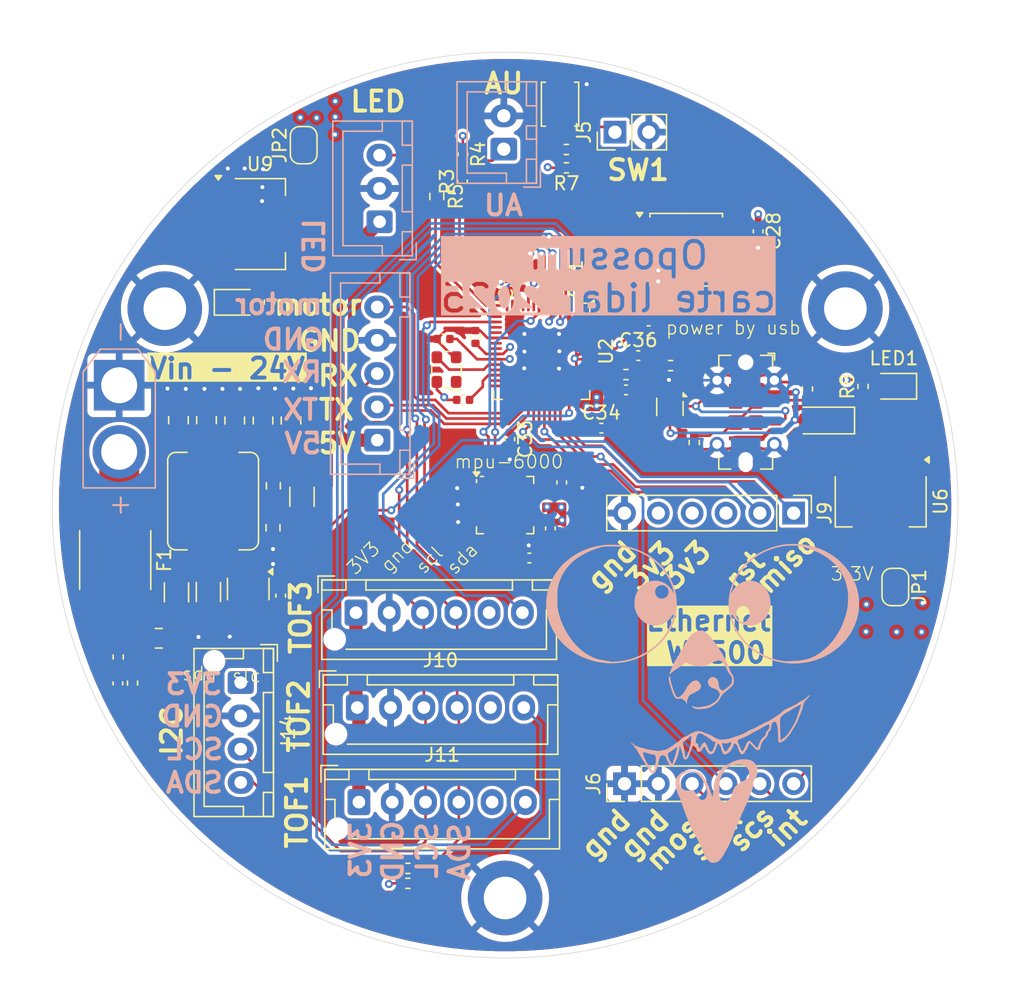
<source format=kicad_pcb>
(kicad_pcb (version 20240108) (generator "pcbnew") (generator_version "8.0")
  (layers (0 "F.Cu" signal) (1 "In1.Cu" signal) (2 "In2.Cu" signal) (31 "B.Cu" signal) (34 "B.Paste" user) (35 "F.Paste" user) (36 "B.SilkS" user "B.Silkscreen") (37 "F.SilkS" user "F.Silkscreen") (38 "B.Mask" user) (39 "F.Mask" user) (44 "Edge.Cuts" user))
  (net 0 "")
  (net 1 "GND")
  (net 2 "Net-(U1-SW)")
  (net 3 "Net-(U1-BOOT)")
  (net 4 "Net-(U1-FB)")
  (net 6 "Net-(J4-Pin_1)")
  (net 7 "/led")
  (net 8 "/lidar_tx")
  (net 9 "/motoct")
  (net 10 "/lidar_rx")
  (net 11 "Net-(J1-Pin_3)")
  (net 13 "+5V")
  (net 14 "+3V3")
  (net 21 "Net-(LED1-A)")
  (net 22 "Net-(U2-QSPI_SS)")
  (net 23 "Net-(J5-Pin_1)")
  (net 24 "Net-(R13-Pad1)")
  (net 25 "Net-(R14-Pad1)")
  (net 26 "Net-(U2-QSPI_SCLK)")
  (net 27 "Net-(U2-QSPI_SD1)")
  (net 28 "Net-(U2-QSPI_SD0)")
  (net 29 "Net-(U2-QSPI_SD2)")
  (net 30 "Net-(U2-QSPI_SD3)")
  (net 31 "/power/VBAT")
  (net 32 "/Clk_12MHz")
  (net 34 "Net-(U7-CPOUT)")
  (net 35 "Net-(U7-REGOUT)")
  (net 36 "Net-(D1-A)")
  (net 37 "Net-(LED2-A)")
  (net 38 "/AU")
  (net 39 "Net-(U2-RUN)")
  (net 40 "5V_USB")
  (net 41 "USB_N")
  (net 42 "USB_P")
  (net 43 "/MISO")
  (net 44 "/MOSI")
  (net 45 "/SCLK")
  (net 46 "/INT")
  (net 47 "BAT_SENSE")
  (net 48 "/+1.1V")
  (net 49 "Net-(U2-VREG_VOUT)")
  (net 50 "/CSn")
  (net 55 "tof1")
  (net 57 "sda")
  (net 58 "scl")
  (net 60 "tof2")
  (net 62 "tof3")
  (net 65 "Net-(J8-CC2)")
  (net 67 "Net-(J8-D--PadA7)")
  (net 68 "Net-(J8-CC1)")
  (net 69 "Net-(J8-D+-PadA6)")
  (net 71 "eth_sclk")
  (net 72 "eth_scs")
  (net 73 "eth_rst")
  (net 74 "eth_mosi")
  (net 75 "eth_int")
  (net 76 "eth_miso")
  (net 77 "Net-(JP1-A)")
  (net 78 "Net-(JP2-A)")
  (net 79 "/power/VBAT_FUZED")
  (footprint "Capacitor_SMD:C_0402_1005Metric" (layer "F.Cu") (at 109.075 91.35)
    (property "Reference" "C26" (hide yes))
    (property "Value" "1uF 6.3V" (hide yes))
  )
  (footprint "Package_TO_SOT_SMD:SOT-223-3_TabPin2" (layer "F.Cu") (at 81.6 78.9)
    (property "Reference" "U9")
    (property "Value" "NM/AMS1117-3.3")
  )
  (footprint "Resistor_SMD:R_0402_1005Metric" (layer "F.Cu") (at 126.875 91.09 90)
    (property "Reference" "R8")
    (property "Value" "1k" (hide yes))
  )
  (footprint "Capacitor_SMD:C_1206_3216Metric" (layer "F.Cu") (at 84.75 99.375 -90)
    (property "Reference" "C5" (hide yes))
    (property "Value" "150pF 50V" (hide yes))
  )
  (footprint "Package_TO_SOT_SMD:SOT-223-3_TabPin2" (layer "F.Cu") (at 128.2 99.7275 -90)
    (property "Reference" "U6")
    (property "Value" "NM/AMS1117-3.3" (hide yes))
  )
  (footprint "Capacitor_SMD:C_0402_1005Metric" (layer "F.Cu") (at 96.825 73.655 -90)
    (property "Reference" "R4")
    (property "Value" "10k")
  )
  (footprint "Capacitor_SMD:C_0402_1005Metric" (layer "F.Cu") (at 119 79.445 -90)
    (property "Reference" "C28")
    (property "Value" "220nF 16V" (hide yes))
  )
  (footprint "Capacitor_SMD:C_0805_2012Metric" (layer "F.Cu") (at 81.825 93.65 90)
    (property "Reference" "C8" (hide yes))
    (property "Value" "22µF 25V" (hide yes))
  )
  (footprint "Capacitor_SMD:C_0402_1005Metric" (layer "F.Cu") (at 101.825 103.975)
    (property "Reference" "C21" (hide yes))
    (property "Value" "0.1uF 10V" (hide yes))
  )
  (footprint "Resistor_SMD:R_0402_1005Metric" (layer "F.Cu") (at 109.075 90.2 180)
    (property "Reference" "R13" (hide yes))
    (property "Value" "27R" (hide yes))
  )
  (footprint "Resistor_SMD:R_0402_1005Metric" (layer "F.Cu") (at 122.7 91.275 90)
    (property "Reference" "R11" (hide yes))
    (property "Value" "5.1k" (hide yes))
  )
  (footprint "Capacitor_SMD:C_0402_1005Metric" (layer "F.Cu") (at 100.35 95.05 -90)
    (property "Reference" "C33")
    (property "Value" "1uF 6.3V")
  )
  (footprint "Capacitor_SMD:C_1206_3216Metric" (layer "F.Cu") (at 75.325 106.55 -90)
    (property "Reference" "C2" (hide yes))
    (property "Value" "10µF 50V" (hide yes))
  )
  (footprint "LED_SMD:LED_0805_2012Metric" (layer "F.Cu") (at 129.2125 91.0775 180)
    (property "Reference" "LED1")
    (property "Value" "YELLOW" (hide yes))
  )
  (footprint "Diode_SMD:D_SOD-123F" (layer "F.Cu") (at 124.025 93.65 180)
    (property "Reference" "D1" (hide yes))
    (property "Value" "MBR120VLSFT1G" (hide yes))
  )
  (footprint "Resistor_SMD:R_0603_1608Metric" (layer "F.Cu") (at 94.875 76.825 -90)
    (property "Reference" "R5")
    (property "Value" "330R")
  )
  (footprint "Capacitor_SMD:C_0402_1005Metric" (layer "F.Cu") (at 103.4 101.75 -90)
    (property "Reference" "C24" (hide yes))
    (property "Value" "0.1uF 10V" (hide yes))
  )
  (footprint "Resistor_SMD:R_0603_1608Metric" (layer "F.Cu") (at 82.575 101.7 -90)
    (property "Reference" "R2" (hide yes))
    (property "Value" "13.3k" (hide yes))
  )
  (footprint "Capacitor_SMD:C_0402_1005Metric" (layer "F.Cu") (at 97.775 87.375 90)
    (property "Reference" "C35" (hide yes))
    (property "Value" "1uF 6.3V")
  )
  (footprint "MountingHole:MountingHole_3.2mm_M3_DIN965_Pad_TopBottom" (layer "F.Cu") (at 125.55 85.25)
    (property "Reference" "H1" (hide yes))
    (property "Value" "MountingHole_Pad" (hide yes))
  )
  (footprint "Resistor_SMD:R_0402_1005Metric" (layer "F.Cu") (at 72.025 113.365 90)
    (property "Reference" "R18" (hide yes))
    (property "Value" "1k" (hide yes))
  )
  (footprint "Connector_PinHeader_2.54mm:PinHeader_1x02_P2.54mm_Vertical" (layer "F.Cu") (at 108.25 72 90)
    (property "Reference" "J5")
    (property "Value" "Conn_01x02_Pin" (hide yes))
  )
  (footprint "Capacitor_SMD:C_0402_1005Metric" (layer "F.Cu") (at 70.925 113.39 -90)
    (property "Reference" "C22" (hide yes))
    (property "Value" "220nF 50V" (hide yes))
  )
  (footprint "Connector_PinHeader_2.54mm:PinHeader_1x06_P2.54mm_Vertical" (layer "F.Cu") (at 121.665 100.6 -90)
    (property "Reference" "J9")
    (property "Value" "Conn_01x06_Socket" (hide yes))
  )
  (footprint "Package_DFN_QFN:QFN-56-1EP_7x7mm_P0.4mm_EP3.2x3.2mm" (layer "F.Cu") (at 102.75 88.45 -90)
    (property "Reference" "U2")
    (property "Value" "RP2040")
  )
  (footprint "Capacitor_SMD:C_0402_1005Metric" (layer "F.Cu") (at 96.85 92.1)
    (property "Reference" "R16" (hide yes))
    (property "Value" "10k" (hide yes))
  )
  (footprint "Sensor_Motion:InvenSense_QFN-24_4x4mm_P0.5mm" (layer "F.Cu") (at 100 100)
    (property "Reference" "U7" (hide yes))
    (property "Value" "MPU-6000" (hide yes))
  )
  (footprint "Package_SO:SOIC-8_5.23x5.23mm_P1.27mm" (layer "F.Cu") (at 113.6 80.825)
    (property "Reference" "U3" (hide yes))
    (property "Value" "W25Q128JVS" (hide yes))
  )
  (footprint "Resistor_SMD:R_0402_1005Metric" (layer "F.Cu") (at 82.3 84.76 90)
    (property "Reference" "R15" (hide yes))
    (property "Value" "1k" (hide yes))
  )
  (footprint "Capacitor_SMD:C_0402_1005Metric" (layer "F.Cu") (at 83.15 106.8 90)
    (property "Reference" "C4" (hide yes))
    (property "Value" "100nF 50V" (hide yes))
  )
  (footprint "Resistor_SMD:R_0402_1005Metric" (layer "F.Cu") (at 92.7 127.275 180)
    (property "Reference" "R25" (hide yes))
    (property "Value" "4.7k" (hide yes))
  )
  (footprint "Connector_JST:JST_XH_B6B-XH-AM_1x06_P2.50mm_Vertical" (layer "F.Cu") (at 89.025 122.3)
    (property "Reference" "J11")
    (property "Value" "Conn_01x06_Socket" (hide yes))
  )
  (footprint "Resistor_SMD:R_0402_1005Metric" (layer "F.Cu") (at 70.95 111.4 90)
    (property "Reference" "R17" (hide yes))
    (property "Value" "10k" (hide yes))
  )
  (footprint "Button_Switch_SMD:SW_SPST_B3U-1000P" (layer "F.Cu") (at 104.125 69.9 -90)
    (property "Reference" "SW1" (hide yes))
    (property "Value" "SW_Push" (hide yes))
  )
  (footprint "Capacitor_SMD:C_0402_1005Metric" (layer "F.Cu") (at 110.775 86.9)
    (property "Reference" "C25" (hide yes))
    (property "Value" "0.1uF 10V" (hide yes))
  )
  (footprint "Connector_JST:JST_XH_B6B-XH-AM_1x06_P2.50mm_Vertical" (layer "F.Cu") (at 88.8 108.075)
    (property "Reference" "J12" (hide yes))
    (property "Value" "Conn_01x06_Socket" (hide yes))
  )
  (footprint "Resistor_SMD:R_0402_1005Metric" (layer "F.Cu") (at 114.2 95.3 -90)
    (property "Reference" "R12" (hide yes))
    (property "Value" "5.1k" (hide yes))
  )
  (footprint "Capacitor_SMD:C_0402_1005Metric" (layer "F.Cu") (at 106.475 83.025 90)
    (property "Reference" "C31")
    (property "Value" "1uF 6.3V")
  )
  (footprint "MountingHole:MountingHole_3.2mm_M3_DIN965_Pad_TopBottom" (layer "F.Cu") (at 74.45 85.25)
    (property "Reference" "H2" (hide yes))
    (property "Value" "MountingHole_Pad" (hide yes))
  )
  (footprint "7Robot_lib:Prod_Tech_7.1x6.6mm" (layer "F.Cu") (at 78.075 99.7 90)
    (property "Reference" "L1" (hide yes))
    (property "Value" "PSPMAQ0605H-150M-ANP" (hide yes))
  )
  (footprint "Package_TO_SOT_SMD:SOT-666" (layer "F.Cu") (at 112.375 92.625 -90)
    (property "Reference" "U5" (hide yes))
    (property "Value" "USBLC6-2P6" (hide yes))
  )
  (footprint "Capacitor_SMD:C_0805_2012Metric" (layer "F.Cu") (at 77.58 93.625 90)
    (property "Reference" "C6" (hide yes))
    (property "Value" "22µF 25V" (hide yes))
  )
  (footprint "Resistor_SMD:R_0402_1005Metric" (layer "F.Cu") (at 104.6 73.3 180)
    (property "Reference" "R6" (hide yes))
    (property "Value" "1k" (hide yes))
  )
  (footprint "Capacitor_SMD:C_0402_1005Metric" (layer "F.Cu") (at 101.25 83.225 90)
    (property "Reference" "C32")
    (property "Value" "1uF 6.3V")
  )
  (footprint "Capacitor_SMD:C_0402_1005Metric" (layer "F.Cu") (at 107.225 94.225)
    (property "Reference" "C34")
    (property "Value" "1uF 6.3V")
  )
  (footprint "Package_TO_SOT_SMD:SOT-23-6" (layer "F.Cu") (at 80.7125 106.3 -90)
    (property "Reference" "U1" (hide yes))
    (property "Value" "TPS54302" (hide yes))
  )
  (footprint "Connector_PinHeader_2.54mm:PinHeader_1x06_P2.54mm_Vertical" (layer "F.Cu") (at 108.965 120.92 90)
    (property "Reference" "J6")
    (property "Value" "Conn_01x06_Socket" (hide yes))
  )
  (footprint "Capacitor_SMD:C_0402_1005Metric" (layer "F.Cu") (at 110 88.775)
    (property "Reference" "C36")
    (property "Value" "1uF 6.3V")
  )
  (footprint "Fuse:Fuse_2920_7451Metric" (layer "F.Cu") (at 70.725 104.125 -90)
    (property "Reference" "F1")
    (property "Value" "JK-SMD300L-24V" (hide yes))
  )
  (footprint "Oscillator:Oscillator_SMD_ECS_2520MV-xxx-xx-4Pin_2.5x2.0mm" (layer "F.Cu") (at 95.6 89.825 180)
    (property "Reference" "X1" (hide yes))
    (property "Value" "S2D12.000000B20F30T" (hide yes))
  )
  (footprint "Capacitor_SMD:C_1206_3216Metric" (layer "F.Cu") (at 77.725 106.525 -90)
    (property "Reference" "C1" (hide yes))
    (property "Value" "10µF 50V" (hide yes))
  )
  (footprint "Connector_JST:JST_XH_B6B-XH-AM_1x06_P2.50mm_Vertical" (layer "F.Cu") (at 88.9 115.2)
    (property "Reference" "J10")
    (property "Value" "Conn_01x06_Socket" (hide yes))
  )
  (footprint "Connector_USB:USB_C_Receptacle_G-Switch_GT-USB-7051x" (layer "F.Cu") (at 118.065 93.025 -90)
    (property "Reference" "J8" (hide yes))
    (property "Value" "USB_C_Receptacle_USB2.0_16P" (hide yes))
  )
  (footprint "Capacitor_SMD:C_0805_2012Metric" (layer "F.Cu") (at 83.925 93.65 90)
    (property "Reference" "C9" (hide yes))
    (property "Value" "22µF 25V" (hide yes))
  )
  (footprint "Jumper:SolderJumper-2_P1.3mm_Open_RoundedPad1.0x1.5mm" (layer "F.Cu") (at 84.875 72.975 90)
    (property "Reference" "JP2")
    (property "Value" "SolderJumper_2_Open" (hide yes))
  )
  (footprint "Capacitor_SMD:C_0805_2012Metric" (layer "F.Cu") (at 75.475 93.625 90)
    (property "Reference" "C10" (hide yes))
    (property "Value" "22µF 25V" (hide yes))
  )
  (footprint "Capacitor_SMD:C_0402_1005Metric" (layer "F.Cu") (at 104.25 98.3 -90)
    (property "Reference" "C23" (hide yes))
    (property "Value" "2.2nF 10V" (hide yes))
  )
  (footprint "Capacitor_SMD:C_0805_2012Metric" (layer "F.Cu") (at 74 110)
    (property "Reference" "C3" (hide yes))
    (property "Value" "100nF 50V" (hide yes))
  )
  (footprint "LED_SMD:LED_0805_2012Metric" (layer "F.Cu") (at 79.85 84.775)
    (property "Reference" "LED2" (hide yes))
    (property "Value" "YELLOW" (hide yes))
  )
  (footprint "Resistor_SMD:R_0402_1005Metric" (layer "F.Cu") (at 92.7 128.4 180)
    (property "Reference" "R24" (hide yes))
    (property "Value" "4.7k" (hide yes))
  )
  (footprint "Capacitor_SMD:C_0805_2012Metric" (layer "F.Cu") (at 79.7 93.65 90)
    (property "Reference" "C7" (hide yes))
    (property "Value" "22µF 25V" (hide yes))
  )
  (footprint "Capacitor_SMD:C_0402_1005Metric" (layer "F.Cu") (at 96.8 75.705 90)
    (property "Reference" "R3")
    (property "Value" "100R")
  )
  (footprint "Jumper:SolderJumper-2_P1.3mm_Open_RoundedPad1.0x1.5mm" (layer "F.Cu") (at 129.3 106.15 -90)
    (property "Reference" "JP1")
    (property "Value" "SolderJumper_2_Open" (hide yes))
  )
  (footprint "Capacitor_SMD:C_0402_1005Metric" (layer "F.Cu") (at 95.375 87.525 180)
    (property "Reference" "C27" (hide yes))
    (property "Value" "0.1uF 10V" (hide yes))
  )
  (footprint "Resistor_SMD:R_0603_1608Metric" (layer "F.Cu") (at 82.6 98.55 -90)
    (property "Reference" "R1" (hide yes))
    (property "Value" "100k" (hide yes))
  )
  (footprint "Resistor_SMD:R_0402_1005Metric" (layer "F.Cu") (at 104.6 74.675 180)
    (property "Reference" "R7")
    (property "Value" "100k" (hide yes))
  )
  (footprint "Resistor_SMD:R_0402_1005Metric" (layer "F.Cu") (at 112.425 89.525 180)
    (property "Reference" "R14" (hide yes))
    (property "Value" "27R" (hide yes))
  )
  (footprint "Connector_JST:JST_XH_B4B-XH-AM_1x04_P2.50mm_Vertical" (layer "F.Cu") (at 80.15 113.325 -90)
    (property "Reference" "J14")
    (property "Value" "Conn_01x04_Socket" (hide yes))
  )
  (footprint "MountingHole:MountingHole_3.2mm_M3_DIN965_Pad_TopBottom" (layer "F.Cu") (at 100 129.5)
    (property "Reference" "H3" (hide yes))
    (property "Value" "MountingHole_Pad" (hide yes))
  )
  (footprint "Connector_AMASS:AMASS_XT30U-F_1x02_P5.0mm_Vertical" (layer "B.Cu") (at 71.025 91 -90)
    (property "Reference" "J2" (hide yes))
    (property "Value" "Conn_01x02_Pin" (hide yes))
  )
  (footprint "7Robot_Conn:JST_XH_B3B-XH-A_1x03_P2.50mm_Vertical" (layer "B.Cu") (at 90.575 76.225 90)
    (property "Reference" "J1" (hide yes))
    (property "Value" "Conn_01x03_Pin" (hide yes))
  )
  (footprint "Connector_JST:JST_XH_B5B-XH-A_1x05_P2.50mm_Vertical" (layer "B.Cu") (at 90.4 95.125 90)
    (property "Reference" "J3" (hide yes))
    (property "Value" "Conn_01x05_Socket" (hide yes))
  )
  (footprint "7Robot_Conn:JST_XH_B2B-XH-A_1x02_P2.50mm_Vertical" (layer "B.Cu") (at 99.9 72.025 90)
    (property "Reference" "J4" (hide yes))
    (property "Value" "Conn_01x02" (hide yes))
  )
  (gr_poly (pts (xy 112.349074 112.819273) (xy 112.350564 112.820371) (xy 112.35216 112.822174) (xy 112.353855 112.824655) (xy 112.357516 112.83156) (xy 112.361496 112.840897) (xy 112.365744 112.852472) (xy 112.370209 112.866096) (xy 112.374839 112.881576) (xy 112.379585 112.898722) (xy 112.384394 112.917343) (xy 112.389216 112.937246) (xy 112.393999 112.958241) (xy 112.398693 112.980137) (xy 112.403246 113.002742) (xy 112.407607 113.025865) (xy 112.411725 113.049315) (xy 112.415549 113.0729) (xy 112.428179 113.144442) (xy 112.444982 113.224135) (xy 112.465428 113.310033) (xy 112.488987 113.400191) (xy 112.51513 113.492664) (xy 112.543327 113.585506) (xy 112.57305 113.676771) (xy 112.603768 113.764515) (xy 112.6451 113.880813) (xy 112.695548 114.025919) (xy 112.720167 114.093753) (xy 112.745867 114.157527) (xy 112.77215 114.216297) (xy 112.785353 114.24351) (xy 112.798513 114.269117) (xy 112.811569 114.293002) (xy 112.824457 114.315045) (xy 112.837116 114.335128) (xy 112.849482 114.353133) (xy 112.861493 114.368943) (xy 112.873086 114.382439) (xy 112.8842 114.393503) (xy 112.894771 114.402016) (xy 112.90426 114.408084) (xy 112.914119 114.413258) (xy 112.92434 114.417543) (xy 112.934915 114.420942) (xy 112.945836 114.42346) (xy 112.957095 114.4251) (xy 112.968686 114.425866) (xy 112.980599 114.425762) (xy 112.992828 114.424793) (xy 113.005365 114.422961) (xy 113.018201 114.420272) (xy 113.03133 114.416728) (xy 113.044744 114.412335) (xy 113.058435 114.407095) (xy 113.072395 114.401013) (xy 113.086616 114.394093) (xy 113.101092 114.386338) (xy 113.115813 114.377753) (xy 113.130773 114.368341) (xy 113.145964 114.358107) (xy 113.161378 114.347054) (xy 113.177007 114.335187) (xy 113.208881 114.309024) (xy 113.241524 114.279649) (xy 113.274875 114.247094) (xy 113.308872 114.21139) (xy 113.343453 114.17257) (xy 113.368451 114.142993) (xy 113.392176 114.11373) (xy 113.414078 114.085541) (xy 113.433611 114.059186) (xy 113.450225 114.035424) (xy 113.463374 114.015016) (xy 113.468477 114.006307) (xy 113.472508 113.998721) (xy 113.475399 113.992354) (xy 113.47708 113.9873) (xy 113.478404 113.982592) (xy 113.480244 113.977241) (xy 113.482569 113.971307) (xy 113.485344 113.96485) (xy 113.488536 113.957932) (xy 113.492113 113.950614) (xy 113.500288 113.935018) (xy 113.509602 113.91855) (xy 113.519791 113.901694) (xy 113.53059 113.884938) (xy 113.536135 113.876749) (xy 113.541733 113.868768) (xy 113.553281 113.851823) (xy 113.565241 113.832848) (xy 113.577266 113.812484) (xy 113.589011 113.791375) (xy 113.600127 113.77016) (xy 113.610268 113.749483) (xy 113.619089 113.729985) (xy 113.622895 113.720878) (xy 113.626241 113.712307) (xy 113.631249 113.700526) (xy 113.637857 113.687543) (xy 113.655499 113.658348) (xy 113.678425 113.625483) (xy 113.705889 113.589705) (xy 113.737149 113.551774) (xy 113.77146 113.51245) (xy 113.808078 113.472491) (xy 113.846261 113.432657) (xy 113.885263 113.393707) (xy 113.924341 113.356401) (xy 113.962752 113.321498) (xy 113.999751 113.289756) (xy 114.034594 113.261935) (xy 114.066538 113.238795) (xy 114.09484 113.221094) (xy 114.107392 113.214521) (xy 114.118754 113.209592) (xy 114.14256 113.201011) (xy 114.166478 113.193269) (xy 114.190382 113.186378) (xy 114.214141 113.180351) (xy 114.237627 113.175198) (xy 114.260711 113.170933) (xy 114.283264 113.167567) (xy 114.305158 113.165112) (xy 114.326264 113.16358) (xy 114.346453 113.162983) (xy 114.365596 113.163333) (xy 114.383565 113.164642) (xy 114.40023 113.166921) (xy 114.415463 113.170183) (xy 114.429136 113.17444) (xy 114.441118 113.179703) (xy 114.455392 113.187834) (xy 114.47001 113.19754) (xy 114.484928 113.208767) (xy 114.500101 113.221463) (xy 114.515484 113.235572) (xy 114.531031 113.251043) (xy 114.546696 113.267822) (xy 114.562436 113.285854) (xy 114.578205 113.305088) (xy 114.593957 113.325468) (xy 114.609647 113.346943) (xy 114.625231 113.369458) (xy 114.640662 113.392959) (xy 114.655897 113.417394) (xy 114.670889 113.44271) (xy 114.685593 113.468852) (xy 114.691467 113.479724) (xy 114.696605 113.489676) (xy 114.701026 113.498903) (xy 114.704747 113.507604) (xy 114.707785 113.515974) (xy 114.709054 113.520097) (xy 114.710159 113.524211) (xy 114.711102 113.528341) (xy 114.711886 113.532512) (xy 114.712513 113.536747) (xy 114.712985 113.541073) (xy 114.713304 113.545512) (xy 114.713472 113.550091) (xy 114.713366 113.559763) (xy 114.712684 113.570287) (xy 114.711445 113.581859) (xy 114.709665 113.594675) (xy 114.707363 113.608933) (xy 114.704556 113.62483) (xy 114.701262 113.642562) (xy 114.696283 113.66614) (xy 114.690398 113.688968) (xy 114.683631 113.711008) (xy 114.676006 113.732223) (xy 114.667549 113.752574) (xy 114.658285 113.772023) (xy 114.648238 113.790534) (xy 114.637433 113.808068) (xy 114.625894 113.824588) (xy 114.613647 113.840056) (xy 114.600717 113.854434) (xy 114.587127 113.867685) (xy 114.572903 113.87977) (xy 114.558069 113.890652) (xy 114.542651 113.900293) (xy 114.526672 113.908656) (xy 114.514065 113.914884) (xy 114.501403 113.921593) (xy 114.489029 113.928574) (xy 114.477283 113.935614) (xy 114.466508 113.942502) (xy 114.457045 113.949028) (xy 114.449235 113.95498) (xy 114.446056 113.957675) (xy 114.443419 113.960147) (xy 114.439735 113.963138) (xy 114.433485 113.967356) (xy 114.41387 113.979161) (xy 114.385744 113.994939) (xy 114.350275 114.014069) (xy 114.308633 114.03593) (xy 114.261987 114.0599) (xy 114.211506 114.085357) (xy 114.158359 114.111681) (xy 114.104774 114.138499) (xy 114.053034 114.165372) (xy 114.004398 114.191581) (xy 113.960123 114.216403) (xy 113.921466 114.239119) (xy 113.889685 114.259008) (xy 113.866037 114.275348) (xy 113.857655 114.281962) (xy 113.851779 114.287419) (xy 113.829983 114.312452) (xy 113.808938 114.340386) (xy 113.788755 114.370896) (xy 113.769546 114.403661) (xy 113.751422 114.438357) (xy 113.734496 114.474662) (xy 113.718878 114.512253) (xy 113.70468 114.550805) (xy 113.692014 114.589998) (xy 113.680992 114.629508) (xy 113.671724 114.669011) (xy 113.664323 114.708185) (xy 113.6589 114.746707) (xy 113.655567 114.784255) (xy 113.654435 114.820504) (xy 113.655616 114.855133) (xy 113.658037 114.892939) (xy 113.659559 114.923898) (xy 113.659944 114.935812) (xy 113.660058 114.944817) (xy 113.659885 114.950512) (xy 113.659686 114.951994) (xy 113.659409 114.952499) (xy 113.659194 114.952411) (xy 113.658866 114.95215) (xy 113.657884 114.951124) (xy 113.656488 114.949457) (xy 113.654702 114.947184) (xy 113.650059 114.940953) (xy 113.644149 114.93271) (xy 113.637169 114.922729) (xy 113.629314 114.911288) (xy 113.62078 114.898663) (xy 113.611761 114.88513) (xy 113.611763 114.88513) (xy 113.602808 114.87127) (xy 113.594453 114.857709) (xy 113.586881 114.844788) (xy 113.580276 114.83285) (xy 113.574821 114.822237) (xy 113.570698 114.81329) (xy 113.569193 114.809548) (xy 113.56809 114.806351) (xy 113.567411 114.803741) (xy 113.56718 114.801762) (xy 113.566912 114.798435) (xy 113.566116 114.794794) (xy 113.564806 114.790854) (xy 113.562994 114.786625) (xy 113.560694 114.782121) (xy 113.557918 114.777354) (xy 113.550993 114.767083) (xy 113.542321 114.755913) (xy 113.532008 114.743944) (xy 113.520157 114.731277) (xy 113.506872 114.718013) (xy 113.492258 114.704253) (xy 113.476418 114.690098) (xy 113.459457 114.675648) (xy 113.441478 114.661004) (xy 113.422586 114.646267) (xy 113.402884 114.631537) (xy 113.382478 114.616916) (xy 113.36147 114.602505) (xy 113.33839 114.587243) (xy 113.31722 114.573812) (xy 113.297649 114.562156) (xy 113.279368 114.552222) (xy 113.262067 114.543955) (xy 113.245435 114.5373) (xy 113.237274 114.534561) (xy 113.229164 114.532204) (xy 113.221067 114.530224) (xy 113.212943 114.528613) (xy 113.204754 114.527364) (xy 113.196462 114.526471) (xy 113.188027 114.525927) (xy 113.179411 114.525724) (xy 113.161481 114.526319) (xy 113.142362 114.528201) (xy 113.121744 114.531315) (xy 113.099316 114.535607) (xy 113.074769 114.541023) (xy 113.047794 114.547508) (xy 113.023494 114.552941) (xy 113.000039 114.556936) (xy 112.97737 114.559407) (xy 112.955431 114.560267) (xy 112.934164 114.559432) (xy 112.913511 114.556814) (xy 112.893416 114.552328) (xy 112.873821 114.545887) (xy 112.854668 114.537405) (xy 112.835901 114.526796) (xy 112.817462 114.513974) (xy 112.799294 114.498853) (xy 112.781339 114.481346) (xy 112.76354 114.461368) (xy 112.74584 114.438832) (xy 112.728181 114.413652) (xy 112.710507 114.385742) (xy 112.692759 114.355016) (xy 112.67488 114.321387) (xy 112.656813 114.28477) (xy 112.638501 114.245078) (xy 112.619886 114.202225) (xy 112.600911 114.156126) (xy 112.581519 114.106693) (xy 112.541253 113.997484) (xy 112.49863 113.873908) (xy 112.45319 113.735277) (xy 112.404476 113.580901) (xy 112.370857 113.470903) (xy 112.343328 113.376451) (xy 112.321472 113.295658) (xy 112.304871 113.226638) (xy 112.293109 113.167505) (xy 112.285766 113.116373) (xy 112.282427 113.071355) (xy 112.282673 113.030567) (xy 112.283835 113.014279) (xy 112.285742 112.997236) (xy 112.288316 112.979687) (xy 112.291481 112.961882) (xy 112.29516 112.944069) (xy 112.299277 112.926498) (xy 112.303756 112.909418) (xy 112.308519 112.893079) (xy 112.313491 112.877728) (xy 112.318594 112.863616) (xy 112.323753 112.850991) (xy 112.32889 112.840103) (xy 112.33393 112.831201) (xy 112.338795 112.824534) (xy 112.341138 112.822116) (xy 112.343409 112.820351) (xy 112.345597 112.819269) (xy 112.347695 112.818901)) (stroke (width -0.000001)) (fill solid) (layer "B.SilkS"))
  (gr_poly (pts (xy 121.887732 102.915319) (xy 122.086932 102.926027) (xy 122.284203 102.943868) (xy 122.479439 102.968809) (xy 122.672534 103.000816) (xy 122.863379 103.039857) (xy 123.051869 103.085901) (xy 123.237897 103.138913) (xy 123.421355 103.198862) (xy 123.602137 103.265714) (xy 123.780136 103.339438) (xy 123.955245 103.42) (xy 124.127357 103.507369) (xy 124.296366 103.60151) (xy 124.462165 103.702392) (xy 124.624646 103.809983) (xy 124.711225 103.870636) (xy 124.79019 103.928095) (xy 124.863977 103.98437) (xy 124.935022 104.041472) (xy 125.005761 104.101411) (xy 125.07863 104.1662) (xy 125.156065 104.237848) (xy 125.240503 104.318366) (xy 125.469697 104.555799) (xy 125.678181 104.8053) (xy 125.865709 105.065769) (xy 126.032032 105.336106) (xy 126.176902 105.615213) (xy 126.300072 105.901988) (xy 126.401293 106.195333) (xy 126.48032 106.494148) (xy 126.536903 106.797334) (xy 126.570794 107.10379) (xy 126.581747 107.412417) (xy 126.569514 107.722116) (xy 126.533846 108.031786) (xy 126.474497 108.340329) (xy 126.391218 108.646645) (xy 126.283761 108.949633) (xy 126.173687 109.201744) (xy 126.047204 109.446294) (xy 125.905016 109.682694) (xy 125.74783 109.910352) (xy 125.576349 110.128677) (xy 125.391279 110.337079) (xy 125.193325 110.534967) (xy 124.983191 110.72175) (xy 124.761582 110.896837) (xy 124.529204 111.059638) (xy 124.286761 111.209561) (xy 124.034958 111.346016) (xy 123.7745 111.468412) (xy 123.506092 111.576158) (xy 123.230439 111.668664) (xy 122.948245 111.745338) (xy 122.751577 111.788374) (xy 122.549331 111.824452) (xy 122.343211 111.853423) (xy 122.134922 111.875141) (xy 121.926169 111.889457) (xy 121.718658 111.896226) (xy 121.514092 111.895299) (xy 121.314178 111.886529) (xy 120.928091 111.846908) (xy 120.550156 111.779189) (xy 120.181829 111.684496) (xy 119.824568 111.56395) (xy 119.479829 111.418674) (xy 119.149068 111.24979) (xy 118.833742 111.058419) (xy 118.535307 110.845684) (xy 118.255221 110.612708) (xy 117.99494 110.360612) (xy 117.755919 110.090518) (xy 117.539617 109.803549) (xy 117.347489 109.500828) (xy 117.180992 109.183475) (xy 117.041583 108.852614) (xy 116.982491 108.682468) (xy 116.930717 108.509366) (xy 116.875221 108.284029) (xy 116.832638 108.058812) (xy 116.831965 108.053756) (xy 116.953845 108.053756) (xy 116.954336 108.064546) (xy 116.955778 108.078477) (xy 116.961319 108.114888) (xy 116.970082 108.161249) (xy 116.981679 108.215815) (xy 116.995725 108.276844) (xy 117.011833 108.342595) (xy 117.029617 108.411323) (xy 117.048689 108.481288) (xy 117.078457 108.582623) (xy 117.110806 108.683093) (xy 117.145728 108.782683) (xy 117.183217 108.88138) (xy 117.223265 108.97917) (xy 117.265866 109.076039) (xy 117.311011 109.171973) (xy 117.358694 109.266958) (xy 117.408908 109.360981) (xy 117.461646 109.454028) (xy 117.516899 109.546084) (xy 117.574662 109.637137) (xy 117.634927 109.727172) (xy 117.697687 109.816175) (xy 117.762934 109.904133) (xy 117.830662 109.991032) (xy 117.969295 110.155653) (xy 118.116973 110.313854) (xy 118.273217 110.465363) (xy 118.437547 110.60991) (xy 118.609483 110.747223) (xy 118.788544 110.877033) (xy 118.974251 110.999068) (xy 119.166123 111.113058) (xy 119.363681 111.218731) (xy 119.566443 111.315818) (xy 119.773931 111.404046) (xy 119.985664 111.483146) (xy 120.201161 111.552846) (xy 120.419944 111.612875) (xy 120.641531 111.662964) (xy 120.865443 111.70284) (xy 120.905943 111.708696) (xy 120.946399 111.713817) (xy 120.985733 111.718116) (xy 121.02287 111.721505) (xy 121.056733 111.723897) (xy 121.086245 111.725204) (xy 121.110329 111.725339) (xy 121.12791 111.724213) (xy 121.15036 111.722212) (xy 121.188399 111.719836) (xy 121.303027 111.714311) (xy 121.455352 111.708348) (xy 121.628937 111.702654) (xy 121.62894 111.702654) (xy 121.798518 111.696817) (xy 121.939936 111.690461) (xy 122.03842 111.684355) (xy 122.066945 111.681636) (xy 122.079196 111.679266) (xy 122.08175 111.6781) (xy 122.085856 111.676775) (xy 122.091421 111.675305) (xy 122.098355 111.673705) (xy 122.115972 111.670178) (xy 122.137983 111.666313) (xy 122.163664 111.662231) (xy 122.192293 111.658054) (xy 122.223147 111.6539) (xy 122.255502 111.649891) (xy 122.378767 111.632282) (xy 122.501678 111.608745) (xy 122.624167 111.579315) (xy 122.746167 111.544025) (xy 122.867612 111.502911) (xy 122.988434 111.456006) (xy 123.108567 111.403346) (xy 123.227944 111.344964) (xy 123.346497 111.280895) (xy 123.464161 111.211174) (xy 123.580867 111.135834) (xy 123.696549 111.054911) (xy 123.811141 110.968439) (xy 123.924574 110.876452) (xy 124.036783 110.778984) (xy 124.1477 110.676071) (xy 124.301129 110.522371) (xy 124.448075 110.361597) (xy 124.588347 110.194123) (xy 124.721757 110.020325) (xy 124.848112 109.840578) (xy 124.967224 109.655257) (xy 125.078903 109.464738) (xy 125.182957 109.269395) (xy 125.279196 109.069604) (xy 125.367432 108.865741) (xy 125.447473 108.658179) (xy 125.519129 108.447294) (xy 125.58221 108.233462) (xy 125.636526 108.017058) (xy 125.681887 107.798456) (xy 125.718103 107.578032) (xy 125.730379 107.46678) (xy 125.739641 107.33141) (xy 125.745815 107.18037) (xy 125.748825 107.02211) (xy 125.748597 106.865078) (xy 125.745056 106.717722) (xy 125.738129 106.58849) (xy 125.72774 106.485833) (xy 125.689425 106.257469) (xy 125.639543 106.035964) (xy 125.578127 105.821364) (xy 125.505209 105.613717) (xy 125.420825 105.41307) (xy 125.325007 105.219471) (xy 125.217789 105.032967) (xy 125.099204 104.853605) (xy 124.969286 104.681433) (xy 124.828069 104.516498) (xy 124.675585 104.358848) (xy 124.511868 104.208529) (xy 124.336952 104.06559) (xy 124.150871 103.930077) (xy 123.953657 103.802038) (xy 123.745344 103.68152) (xy 123.585558 103.597578) (xy 123.423752 103.519308) (xy 123.258039 103.445984) (xy 123.08653 103.376882) (xy 122.907338 103.311275) (xy 122.718574 103.24844) (xy 122.51835 103.187649) (xy 122.304777 103.128179) (xy 121.974577 103.039899) (xy 121.585112 103.04181) (xy 121.426232 103.044155) (xy 121.278968 103.049829) (xy 121.139949 103.059231) (xy 121.005806 103.072761) (xy 120.873168 103.090817) (xy 120.738664 103.113798) (xy 120.598924 103.142104) (xy 120.450578 103.176133) (xy 120.173401 103.251389) (xy 119.902948 103.341805) (xy 119.639873 103.446835) (xy 119.384834 103.565931) (xy 119.138488 103.698547) (xy 118.90149 103.844135) (xy 118.674497 104.002149) (xy 118.458166 104.172042) (xy 118.253152 104.353266) (xy 118.060113 104.545275) (xy 117.879705 104.747521) (xy 117.712584 104.959457) (xy 117.559407 105.180537) (xy 117.42083 105.410213) (xy 117.297509 105.647938) (xy 117.190101 105.893166) (xy 117.161446 105.969034) (xy 117.130255 106.058458) (xy 117.098164 106.156067) (xy 117.066806 106.256492) (xy 117.037814 106.354363) (xy 117.012824 106.444313) (xy 116.993469 106.52097) (xy 116.981384 106.578967) (xy 116.97808 106.599689) (xy 116.977073 106.607549) (xy 116.976581 106.61366) (xy 116.976547 106.616041) (xy 116.976667 106.617961) (xy 116.976947 106.619413) (xy 116.977395 106.620389) (xy 116.978021 106.620882) (xy 116.97883 106.620884) (xy 116.979832 106.620387) (xy 116.981035 106.619383) (xy 116.982446 106.617866) (xy 116.984073 106.615826) (xy 116.988009 106.61015) (xy 116.992907 106.602295) (xy 116.998829 106.592198) (xy 117.00584 106.579798) (xy 117.014004 106.565034) (xy 117.034045 106.528166) (xy 117.069377 106.464585) (xy 117.086487 106.435258) (xy 117.10341 106.407324) (xy 117.120287 106.380597) (xy 117.137256 106.354887) (xy 117.154456 106.330009) (xy 117.172026 106.305776) (xy 117.190105 106.282) (xy 117.208832 106.258494) (xy 117.228346 106.23507) (xy 117.248786 106.211543) (xy 117.27029 106.187724) (xy 117.292999 106.163426) (xy 117.342584 106.112647) (xy 117.400002 106.058113) (xy 117.459666 106.006975) (xy 117.521436 105.959291) (xy 117.585173 105.915113) (xy 117.650736 105.874497) (xy 117.717985 105.837498) (xy 117.78678 105.80417) (xy 117.856983 105.774568) (xy 117.928451 105.748747) (xy 118.001047 105.726761) (xy 118.074629 105.708666) (xy 118.149058 105.694515) (xy 118.224194 105.684364) (xy 118.299897 105.678268) (xy 118.376027 105.676281) (xy 118.452444 105.678458) (xy 118.527142 105.683925) (xy 118.562506 105.687566) (xy 118.59677 105.691866) (xy 118.630102 105.696868) (xy 118.66267 105.702613) (xy 118.694641 105.709142) (xy 118.726183 105.716497) (xy 118.757463 105.72472) (xy 118.78865 105.733853) (xy 118.819911 105.743936) (xy 118.851414 105.755012) (xy 118.883326 105.767122) (xy 118.915814 105.780308) (xy 118.983194 105.810072) (xy 119.070978 105.854119) (xy 119.154835 105.90297) (xy 119.234714 105.95639) (xy 119.310559 106.014141) (xy 119.382317 106.075988) (xy 119.449934 106.141695) (xy 119.513357 106.211024) (xy 119.572532 106.28374) (xy 119.627405 106.359605) (xy 119.677922 106.438385) (xy 119.72403 106.519842) (xy 119.765676 106.60374) (xy 119.802804 106.689842) (xy 119.835362 106.777913) (xy 119.863296 106.867716) (xy 119.886552 106.959014) (xy 119.905076 107.051571) (xy 119.918815 107.145151) (xy 119.927715 107.239517) (xy 119.931722 107.334434) (xy 119.930783 107.429664) (xy 119.924844 107.524971) (xy 119.913851 107.620119) (xy 119.89775 107.714872) (xy 119.876488 107.808993) (xy 119.850011 107.902245) (xy 119.818266 107.994393) (xy 119.781198 108.085201) (xy 119.738753 108.17443) (xy 119.690879 108.261847) (xy 119.637522 108.347213) (xy 119.578627 108.430292) (xy 119.538796 108.481158) (xy 119.497509 108.529971) (xy 119.454777 108.576724) (xy 119.410609 108.62141) (xy 119.365014 108.664023) (xy 119.318004 108.704556) (xy 119.269586 108.743002) (xy 119.219772 108.779355) (xy 119.168571 108.813606) (xy 119.115992 108.84575) (xy 119.062046 108.875779) (xy 119.006742 108.903688) (xy 118.950091 108.929468) (xy 118.892101 108.953113) (xy 118.832783 108.974616) (xy 118.772146 108.993971) (xy 118.738873 109.002952) (xy 118.70262 109.011008) (xy 118.663782 109.018124) (xy 118.622757 109.024285) (xy 118.579942 109.029478) (xy 118.535732 109.033687) (xy 118.490524 109.036899) (xy 118.444715 109.039097) (xy 118.398702 109.040269) (xy 118.352881 109.040399) (xy 118.307648 109.039473) (xy 118.263401 109.037476) (xy 118.220536 109.034393) (xy 118.179449 109.030211) (xy 118.140537 109.024914) (xy 118.104197 109.018489) (xy 118.050587 109.006787) (xy 117.998067 108.993367) (xy 117.946592 108.978203) (xy 117.896114 108.96127) (xy 117.846588 108.942543) (xy 117.797967 108.921997) (xy 117.750205 108.899607) (xy 117.703255 108.875348) (xy 117.657071 108.849194) (xy 117.611607 108.821121) (xy 117.566815 108.791103) (xy 117.522651 108.759115) (xy 117.479067 108.725133) (xy 117.436017 108.68913) (xy 117.393454 108.651083) (xy 117.351333 108.610965) (xy 117.292375 108.551945) (xy 117.266216 108.524733) (xy 117.241977 108.498659) (xy 117.219437 108.473426) (xy 117.198376 108.448738) (xy 117.178573 108.424299) (xy 117.159808 108.399812) (xy 117.14186 108.374982) (xy 117.124509 108.349512) (xy 117.107534 108.323107) (xy 117.090714 108.295469) (xy 117.07383 108.266303) (xy 117.056661 108.235312) (xy 117.022701 108.170698) (xy 117.36871 108.170698) (xy 117.369 108.226767) (xy 117.370097 108.272477) (xy 117.371055 108.292127) (xy 117.372343 108.310002) (xy 117.374004 108.326374) (xy 117.376079 108.341513) (xy 117.378613 108.355693) (xy 117.381647 108.369184) (xy 117.385225 108.382257) (xy 117.389388 108.395185) (xy 117.39418 108.408239) (xy 117.399643 108.42169) (xy 117.412755 108.450871) (xy 117.426082 108.47802) (xy 117.440063 108.504055) (xy 117.45468 108.528967) (xy 117.469911 108.55275) (xy 117.485739 108.575393) (xy 117.502144 108.59689) (xy 117.519107 108.617233) (xy 117.536608 108.636413) (xy 117.554628 108.654421) (xy 117.573149 108.671251) (xy 117.59215 108.686894) (xy 117.611613 108.701341) (xy 117.631518 108.714585) (xy 117.651847 108.726618) (xy 117.672579 108.737432) (xy 117.693696 108.747017) (xy 117.715178 108.755367) (xy 117.737007 108.762474) (xy 117.759162 108.768328) (xy 117.781625 108.772922) (xy 117.804376 108.776249) (xy 117.827397 108.778299) (xy 117.850667 108.779065) (xy 117.874168 108.778538) (xy 117.897881 108.776711) (xy 117.921786 108.773575) (xy 117.945864 108.769123) (xy 117.970095 108.763346) (xy 117.994461 108.756236) (xy 118.018943 108.747784) (xy 118.04352 108.737984) (xy 118.068174 108.726827) (xy 118.068176 108.726828) (xy 118.098348 108.710877) (xy 118.127005 108.692762) (xy 118.154133 108.672602) (xy 118.179716 108.650514) (xy 118.203736 108.626617) (xy 118.226178 108.601028) (xy 118.247027 108.573865) (xy 118.266266 108.545247) (xy 118.283879 108.51529) (xy 118.299851 108.484114) (xy 118.314165 108.451836) (xy 118.326805 108.418574) (xy 118.337755 108.384447) (xy 118.347 108.349571) (xy 118.354522 108.314065) (xy 118.360308 108.278047) (xy 118.364339 108.241635) (xy 118.366601 108.204947) (xy 118.367077 108.168101) (xy 118.365752 108.131214) (xy 118.362609 108.094406) (xy 118.357632 108.057793) (xy 118.350806 108.021493) (xy 118.342114 107.985626) (xy 118.331541 107.950308) (xy 118.31907 107.915657) (xy 118.304685 107.881792) (xy 118.288371 107.848831) (xy 118.270112 107.816891) (xy 118.249891 107.78609) (xy 118.227692 107.756547) (xy 118.2035 107.728379) (xy 118.180062 107.704275) (xy 118.155907 107.68218) (xy 118.131096 107.662081) (xy 118.105695 107.643966) (xy 118.079767 107.627821) (xy 118.053375 107.613633) (xy 118.026584 107.601389) (xy 117.999457 107.591077) (xy 117.972057 107.582683) (xy 117.94445 107.576195) (xy 117.916697 107.571599) (xy 117.888864 107.568883) (xy 117.861013 107.568033) (xy 117.833209 107.569037) (xy 117.805515 107.571881) (xy 117.777995 107.576553) (xy 117.750713 107.58304) (xy 117.723732 107.591328) (xy 117.697116 107.601404) (xy 117.670929 107.613257) (xy 117.645235 107.626872) (xy 117.620097 107.642237) (xy 117.595579 107.659338) (xy 117.571744 107.678164) (xy 117.548658 107.6987) (xy 117.526382 107.720934) (xy 117.504981 107.744853) (xy 117.484519 107.770444) (xy 117.46506 107.797693) (xy 117.446666 107.826589) (xy 117.429403 107.857117) (xy 117.413333 107.889266) (xy 117.406284 107.90457) (xy 117.400008 107.918886) (xy 117.39446 107.932493) (xy 117.389598 107.945666) (xy 117.385377 107.958682) (xy 117.381753 107.971819) (xy 117.378682 107.985353) (xy 117.376121 107.99956) (xy 117.374026 108.014719) (xy 117.372352 108.031105) (xy 117.371057 108.048995) (xy 117.370095 108.068666) (xy 117.369423 108.090395) (xy 117.368998 108.114459) (xy 117.36871 108.170698) (xy 117.022701 108.170698) (xy 117.020585 108.166674) (xy 117.007178 108.140817) (xy 116.994671 108.117388) (xy 116.983337 108.096852) (xy 116.97345 108.07967) (xy 116.965283 108.066307) (xy 116.959111 108.057224) (xy 116.956858 108.054433) (xy 116.955207 108.052886) (xy 116.954618 108.052597) (xy 116.954191 108.052641) (xy 116.953932 108.053025) (xy 116.953845 108.053756) (xy 116.831965 108.053756) (xy 116.802748 107.834057) (xy 116.785331 107.610104) (xy 116.780166 107.387294) (xy 116.787032 107.165967) (xy 116.805709 106.946465) (xy 116.835977 106.729127) (xy 116.877614 106.514296) (xy 116.9304 106.30231) (xy 116.994115 106.093512) (xy 117.068538 105.888241) (xy 117.153449 105.686839) (xy 117.248627 105.489646) (xy 117.35385 105.297003) (xy 117.4689 105.109251) (xy 117.593555 104.92673) (xy 117.727594 104.749781) (xy 117.870798 104.578745) (xy 118.022945 104.413963) (xy 118.183815 104.255774) (xy 118.353188 104.10452) (xy 118.530842 103.960542) (xy 118.716558 103.824181) (xy 118.910114 103.695776) (xy 119.11129 103.575669) (xy 119.319866 103.4642) (xy 119.535621 103.361711) (xy 119.758335 103.268541) (xy 119.987786 103.185032) (xy 120.223755 103.111524) (xy 120.46602 103.048358) (xy 120.61906 103.014286) (xy 120.767376 102.985585) (xy 120.913265 102.961998) (xy 121.059025 102.943268) (xy 121.206952 102.929137) (xy 121.359344 102.91935) (xy 121.518498 102.913648) (xy 121.686711 102.911775)) (stroke (width -0.000001)) (fill solid) (layer "B.SilkS"))
  (gr_poly (pts (xy 122.923827 114.24158) (xy 122.924043 114.242397) (xy 122.923756 114.24376) (xy 122.922965 114.245669) (xy 122.91987 114.251127) (xy 122.914753 114.258777) (xy 122.907611 114.268624) (xy 122.898439 114.280672) (xy 122.887235 114.294926) (xy 122.873993 114.311392) (xy 122.841382 114.350977) (xy 122.800574 114.399466) (xy 122.751538 114.456898) (xy 122.694243 114.523311) (xy 122.619935 114.609122) (xy 122.56411 114.674432) (xy 122.541965 114.7011) (xy 122.523045 114.724684) (xy 122.506883 114.745865) (xy 122.493014 114.765322) (xy 122.480973 114.783737) (xy 122.470294 114.801789) (xy 122.460512 114.82016) (xy 122.451161 114.83953) (xy 122.43189 114.883987) (xy 122.408757 114.940604) (xy 122.406789 114.945652) (xy 122.404877 114.950997) (xy 122.401257 114.962389) (xy 122.397978 114.974411) (xy 122.395117 114.986692) (xy 122.392753 114.998861) (xy 122.390967 115.010547) (xy 122.390316 115.016093) (xy 122.389838 115.02138) (xy 122.389544 115.02636) (xy 122.389444 115.030988) (xy 122.388427 115.041683) (xy 122.385521 115.057669) (xy 122.374919 115.102613) (xy 122.359388 115.160013) (xy 122.340677 115.224064) (xy 122.320535 115.288959) (xy 122.300713 115.348891) (xy 122.282958 115.398056) (xy 122.275403 115.416785) (xy 122.269021 115.430646) (xy 122.267489 115.433803) (xy 122.265999 115.43719) (xy 122.26456 115.440777) (xy 122.26318 115.44453) (xy 122.261866 115.44842) (xy 122.260625 115.452416) (xy 122.259466 115.456486) (xy 122.258396 115.460599) (xy 122.257424 115.464724) (xy 122.256556 115.46883) (xy 122.2558 115.472886) (xy 122.255165 115.47686) (xy 122.254657 115.480722) (xy 122.254285 115.484441) (xy 122.254056 115.487985) (xy 122.253978 115.491323) (xy 122.253917 115.494569) (xy 122.253741 115.497843) (xy 122.253454 115.501121) (xy 122.253062 115.504383) (xy 122.252572 115.507605) (xy 122.251989 115.510767) (xy 122.251319 115.513846) (xy 122.250569 115.51682) (xy 122.249743 115.519668) (xy 122.248849 115.522366) (xy 122.247892 115.524894) (xy 122.246879 115.527229) (xy 122.245814 115.52935) (xy 122.244704 115.531234) (xy 122.243555 115.532859) (xy 122.242373 115.534203) (xy 122.239362 115.538067) (xy 122.235827 115.544038) (xy 122.231867 115.551838) (xy 122.22758 115.561189) (xy 122.218419 115.58342) (xy 122.209133 115.608499) (xy 122.20051 115.634191) (xy 122.193337 115.658261) (xy 122.190542 115.66899) (xy 122.188404 115.678475) (xy 122.187024 115.686437) (xy 122.186499 115.692598) (xy 122.186206 115.695126) (xy 122.185405 115.69846) (xy 122.184121 115.702547) (xy 122.182381 115.707331) (xy 122.180211 115.712757) (xy 122.177637 115.718772) (xy 122.174684 115.72532) (xy 122.17138 115.732348) (xy 122.163819 115.747619) (xy 122.155165 115.76415) (xy 122.145625 115.781502) (xy 122.135409 115.799238) (xy 122.123999 115.819999) (xy 122.111038 115.846021) (xy 122.096976 115.876259) (xy 122.082263 115.909667) (xy 122.067346 115.945201) (xy 122.052676 115.981814) (xy 122.038702 116.018462) (xy 122.025873 116.054099) (xy 121.999818 116.124132) (xy 121.969146 116.197783) (xy 121.933844 116.275074) (xy 121.893903 116.356025) (xy 121.849312 116.440658) (xy 121.800061 116.528993) (xy 121.746137 116.621051) (xy 121.687532 116.716853) (xy 121.582866 116.886) (xy 121.475046 117.062177) (xy 121.450343 117.101421) (xy 121.422287 117.143538) (xy 121.39185 117.187213) (xy 121.360004 117.23113) (xy 121.327722 117.273975) (xy 121.295975 117.31443) (xy 121.265737 117.351182) (xy 121.237979 117.382914) (xy 121.184386 117.442439) (xy 121.132347 117.501342) (xy 121.087809 117.552827) (xy 121.056721 117.590095) (xy 121.043869 117.604433) (xy 121.027257 117.620321) (xy 121.007425 117.637418) (xy 120.984912 117.655381) (xy 120.960259 117.673869) (xy 120.934005 117.692541) (xy 120.906691 117.711055) (xy 120.878857 117.72907) (xy 120.851042 117.746244) (xy 120.823786 117.762236) (xy 120.79763 117.776705) (xy 120.773114 117.789309) (xy 120.750777 117.799706) (xy 120.73116 117.807556) (xy 120.714802 117.812516) (xy 120.708013 117.813805) (xy 120.702243 117.814245) (xy 120.698762 117.814341) (xy 120.695191 117.814623) (xy 120.691555 117.815081) (xy 120.687882 117.815705) (xy 120.684197 117.816487) (xy 120.680527 117.817417) (xy 120.6769 117.818485) (xy 120.67334 117.819682) (xy 120.669876 117.820998) (xy 120.666533 117.822424) (xy 120.663337 117.82395) (xy 120.660317 117.825567) (xy 120.657497 117.827265) (xy 120.654904 117.829036) (xy 120.652566 117.830868) (xy 120.650508 117.832754) (xy 120.648424 117.834482) (xy 120.646006 117.835855) (xy 120.643273 117.836882) (xy 120.640246 117.837574) (xy 120.636946 117.837942) (xy 120.633391 117.837997) (xy 120.629604 117.837748) (xy 120.625604 117.837206) (xy 120.62141 117.836383) (xy 120.617044 117.835287) (xy 120.607876 117.832324) (xy 120.59826 117.828402) (xy 120.588359 117.823605) (xy 120.578335 117.818016) (xy 120.568349 117.811722) (xy 120.558563 117.804805) (xy 120.54914 117.797352) (xy 120.540241 117.789445) (xy 120.532029 117.781169) (xy 120.528231 117.776919) (xy 120.524665 117.772609) (xy 120.521352 117.768249) (xy 120.518312 117.76385) (xy 120.516503 117.758901) (xy 120.514652 117.74964) (xy 120.512773 117.736283) (xy 120.510877 117.71905) (xy 120.507085 117.673827) (xy 120.503377 117.615715) (xy 120.49985 117.546462) (xy 120.496605 117.467814) (xy 120.49374 117.381515) (xy 120.491354 117.289312) (xy 120.485907 117.10706) (xy 120.478485 116.942549) (xy 120.470064 116.813836) (xy 120.465784 116.768546) (xy 120.461619 116.738978) (xy 120.442031 116.64268) (xy 120.423135 116.559748) (xy 120.404635 116.48933) (xy 120.395441 116.458546) (xy 120.386235 116.43057) (xy 120.376979 116.405294) (xy 120.367638 116.382613) (xy 120.358174 116.362419) (xy 120.348549 116.344605) (xy 120.338727 116.329064) (xy 120.328671 116.315691) (xy 120.318344 116.304377) (xy 120.307708 116.295016) (xy 120.302938 116.291543) (xy 120.297935 116.288372) (xy 120.29271 116.2855) (xy 120.287276 116.282927) (xy 120.281645 116.28065) (xy 120.275829 116.278668) (xy 120.26984 116.276978) (xy 120.263691 116.27558) (xy 120.257393 116.274471) (xy 120.250959 116.27365) (xy 120.244401 116.273115) (xy 120.23773 116.272864) (xy 120.224101 116.273208) (xy 120.210169 116.274668) (xy 120.19603 116.27723) (xy 120.181782 116.28088) (xy 120.167522 116.285604) (xy 120.153346 116.29139) (xy 120.139351 116.298221) (xy 120.125635 116.306086) (xy 120.112294 116.314969) (xy 120.099426 116.324857) (xy 120.08668 116.335862) (xy 120.075023 116.347056) (xy 120.069581 116.352785) (xy 120.064384 116.358632) (xy 120.059423 116.364622) (xy 120.054691 116.37078) (xy 120.050178 116.377129) (xy 120.045875 116.383692) (xy 120.041774 116.390495) (xy 120.037865 116.39756) (xy 120.03414 116.404912) (xy 120.03059 116.412574) (xy 120.027206 116.420572) (xy 120.023979 116.428927) (xy 120.020901 116.437666) (xy 120.017963 116.44681) (xy 120.015155 116.456385) (xy 120.01247 116.466415) (xy 120.007429 116.487932) (xy 120.002771 116.511553) (xy 119.998425 116.537471) (xy 119.994319 116.565875) (xy 119.990383 116.596959) (xy 119.986548 116.630912) (xy 119.983197 116.657961) (xy 119.978976 116.68539) (xy 119.974055 116.712442) (xy 119.968606 116.73836) (xy 119.962798 116.762387) (xy 119.956803 116.783764) (xy 119.95079 116.801736) (xy 119.947831 116.809208) (xy 119.944932 116.815545) (xy 119.939357 116.827113) (xy 119.934156 116.838662) (xy 119.929443 116.849887) (xy 119.925332 116.860478) (xy 119.921936 116.870131) (xy 119.919369 116.878537) (xy 119.918433 116.882177) (xy 119.917746 116.88539) (xy 119.917324 116.888138) (xy 119.91718 116.890383) (xy 119.917071 116.891474) (xy 119.916748 116.892764) (xy 119.916217 116.894245) (xy 119.915483 116.895911) (xy 119.913426 116.899774) (xy 119.91062 116.904299) (xy 119.907108 116.909436) (xy 119.902932 116.915132) (xy 119.898136 116.921336) (xy 119.89276 116.927995) (xy 119.886849 116.935059) (xy 119.880445 116.942475) (xy 119.873591 116.950191) (xy 119.866328 116.958155) (xy 119.8587 116.966316) (xy 119.85075 116.974622) (xy 119.842519 116.983022) (xy 119.834051 116.991462) (xy 119.822173 117.003313) (xy 119.811362 117.014442) (xy 119.801564 117.024936) (xy 119.792729 117.034882) (xy 119.784802 117.044367) (xy 119.777731 117.053478) (xy 119.771464 117.062303) (xy 119.765948 117.070929) (xy 119.761131 117.079442) (xy 119.75696 117.087931) (xy 119.753382 117.096482) (xy 119.750345 117.105183) (xy 119.747797 117.114121) (xy 119.745684 117.123382) (xy 119.743954 117.133055) (xy 119.742555 117.143226) (xy 119.738695 117.17323) (xy 119.734477 117.200709) (xy 119.729658 117.226071) (xy 119.723997 117.249727) (xy 119.717252 117.272083) (xy 119.70918 117.293549) (xy 119.69954 117.314534) (xy 119.688091 117.335445) (xy 119.674589 117.356693) (xy 119.658794 117.378685) (xy 119.640464 117.40183) (xy 119.619356 117.426538) (xy 119.595228 117.453216) (xy 119.56784 117.482273) (xy 119.536948 117.514118) (xy 119.502311 117.54916) (xy 119.464413 117.58806) (xy 119.447481 117.606163) (xy 119.431718 117.623607) (xy 119.416996 117.640572) (xy 119.403184 117.65724) (xy 119.390151 117.673788) (xy 119.377767 117.690397) (xy 119.365901 117.707248) (xy 119.354424 117.72452) (xy 119.343204 117.742392) (xy 119.332112 117.761046) (xy 119.321017 117.78066) (xy 119.309789 117.801414) (xy 119.286412 117.847065) (xy 119.270254 117.880141) (xy 119.255181 117.912132) (xy 119.241522 117.942256) (xy 119.229606 117.969732) (xy 119.219764 117.993778) (xy 119.212326 118.013613) (xy 119.207621 118.028457) (xy 119.206397 118.033763) (xy 119.20598 118.037528) (xy 119.205892 118.040508) (xy 119.205634 118.043511) (xy 119.205215 118.046516) (xy 119.204643 118.049505) (xy 119.203928 118.052456) (xy 119.203077 118.05535) (xy 119.2021 118.058166) (xy 119.201005 118.060885) (xy 119.199801 118.063486) (xy 119.198496 118.065949) (xy 119.1971 118.068255) (xy 119.19562 118.070383) (xy 119.194066 118.072312) (xy 119.192447 118.074023) (xy 119.19077 118.075497) (xy 119.189045 118.076711) (xy 119.188177 118.077374) (xy 119.187318 118.078277) (xy 119.18647 118.079415) (xy 119.185634 118.08078) (xy 119.184002 118.084166) (xy 119.182431 118.088379) (xy 119.180931 118.093364) (xy 119.179509 118.099068) (xy 119.178176 118.105435) (xy 119.17694 118.11241) (xy 119.17581 118.119939) (xy 119.174795 118.127967) (xy 119.173903 118.136439) (xy 119.173144 118.1453) (xy 119.172527 118.154496) (xy 119.172061 118.163972) (xy 119.171754 118.173672) (xy 119.171615 118.183543) (xy 119.171448 118.198163) (xy 119.17108 118.211526) (xy 119.170472 118.223748) (xy 119.169588 118.234946) (xy 119.168388 118.245237) (xy 119.166836 118.254739) (xy 119.164894 118.263569) (xy 119.162522 118.271844) (xy 119.159684 118.279681) (xy 119.156342 118.287197) (xy 119.152458 118.29451) (xy 119.147993 118.301736) (xy 119.142911 118.308994) (xy 119.137172 118.316399) (xy 119.13074 118.324069) (xy 119.123576 118.332122) (xy 119.11482 118.341573) (xy 119.106634 118.349976) (xy 119.098831 118.3574) (xy 119.095016 118.360765) (xy 119.091227 118.363909) (xy 119.087441 118.366842) (xy 119.083636 118.36957) (xy 119.079787 118.372103) (xy 119.075872 118.37445) (xy 119.071867 118.376617) (xy 119.06775 118.378613) (xy 119.063497 118.380447) (xy 119.059084 118.382127) (xy 119.05449 118.383661) (xy 119.04969 118.385057) (xy 119.044662 118.386324) (xy 119.039382 118.387471) (xy 119.033827 118.388504) (xy 119.027974 118.389433) (xy 119.015281 118.39101) (xy 119.001117 118.392268) (xy 118.985298 118.393274) (xy 118.967637 118.394094) (xy 118.947949 118.394793) (xy 118.93739 118.394936) (xy 118.932382 118.394815) (xy 118.927509 118.394532) (xy 118.922735 118.394063) (xy 118.918028 118.393382) (xy 118.913351 118.392465) (xy 118.908671 118.391287) (xy 118.903953 118.389822) (xy 118.899163 118.388046) (xy 118.894266 118.385934) (xy 118.889228 118.383462) (xy 118.884013 118.380603) (xy 118.878588 118.377333) (xy 118.872918 118.373628) (xy 118.866969 118.369462) (xy 118.860706 118.364811) (xy 118.854094 118.359649) (xy 118.847099 118.353951) (xy 118.839687 118.347693) (xy 118.823472 118.333397) (xy 118.805172 118.316561) (xy 118.784512 118.296985) (xy 118.761216 118.27447) (xy 118.70561 118.219827) (xy 118.668427 118.182632) (xy 118.631384 118.14476) (xy 118.59546 118.107266) (xy 118.561634 118.071205) (xy 118.530886 118.037633) (xy 118.504195 118.007606) (xy 118.482539 117.98218) (xy 118.466897 117.962411) (xy 118.46071 117.954217) (xy 118.454483 117.946253) (xy 118.448256 117.938561) (xy 118.442072 117.93118) (xy 118.435971 117.924153) (xy 118.429995 117.917521) (xy 118.424186 117.911325) (xy 118.418585 117.905605) (xy 118.413233 117.900405) (xy 118.408171 117.895763) (xy 118.403442 117.891723) (xy 118.399086 117.888325) (xy 118.395144 117.88561) (xy 118.391658 117.88362) (xy 118.38867 117.882396) (xy 118.387376 117.882084) (xy 118.386221 117.881979) (xy 118.382681 117.882193) (xy 118.379067 117.882832) (xy 118.375384 117.883884) (xy 118.371639 117.88534) (xy 118.367839 117.887192) (xy 118.363991 117.889428) (xy 118.360101 117.892041) (xy 118.356175 117.89502) (xy 118.352221 117.898356) (xy 118.348244 117.902039) (xy 118.344252 117.906061) (xy 118.340251 117.91041) (xy 118.336248 117.915079) (xy 118.332248 117.920057) (xy 118.32826 117.925335) (xy 118.324288 117.930904) (xy 118.316424 117.942874) (xy 118.308708 117.955892) (xy 118.301193 117.969882) (xy 118.293932 117.984768) (xy 118.286977 118.000474) (xy 118.280382 118.016924) (xy 118.274198 118.034042) (xy 118.268478 118.051753) (xy 118.261904 118.072241) (xy 118.254115 118.094624) (xy 118.245401 118.118179) (xy 118.236051 118.142181) (xy 118.226353 118.165906) (xy 118.216596 118.188632) (xy 118.20707 118.209634) (xy 118.198062 118.228188) (xy 118.189635 118.24527) (xy 118.181774 118.26205) (xy 118.17465 118.278101) (xy 118.168435 118.292993) (xy 118.163302 118.306301) (xy 118.159423 118.317597) (xy 118.158007 118.322356) (xy 118.156969 118.326452) (xy 118.15633 118.329831) (xy 118.156112 118.332439) (xy 118.156068 118.33355) (xy 118.155935 118.334675) (xy 118.155716 118.335812) (xy 118.155414 118.336958) (xy 118.15503 118.338113) (xy 118.154567 118.339273) (xy 118.154026 118.340437) (xy 118.153411 118.341603) (xy 118.152723 118.342768) (xy 118.151965 118.343931) (xy 118.151138 118.345089) (xy 118.150245 118.34624) (xy 118.149288 118.347383) (xy 118.14827 118.348515) (xy 118.146056 118.350739) (xy 118.143622 118.352894) (xy 118.140984 118.354966) (xy 118.138161 118.356936) (xy 118.13517 118.358789) (xy 118.132028 118.360508) (xy 118.128754 118.362076) (xy 118.125364 118.363477) (xy 118.123631 118.36411) (xy 118.121876 118.364695) (xy 118.119846 118.365456) (xy 118.117735 118.366475) (xy 118.115546 118.367748) (xy 118.11328 118.369272) (xy 118.110942 118.371043) (xy 118.108532 118.373058) (xy 118.106053 118.375313) (xy 118.103508 118.377805) (xy 118.098229 118.383485) (xy 118.092714 118.390071) (xy 118.086981 118.397535) (xy 118.08105 118.405848) (xy 118.07494 118.414984) (xy 118.06867 118.424913) (xy 118.06226 118.435609) (xy 118.055728 118.447044) (xy 118.049095 118.45919) (xy 118.042378 118.472018) (xy 118.035598 118.485502) (xy 118.028773 118.499613) (xy 118.012875 118.531994) (xy 118.00531 118.546484) (xy 117.997946 118.559915) (xy 117.99074 118.572344) (xy 117.983651 118.583828) (xy 117.976635 118.594422) (xy 117.969651 118.604184) (xy 117.962657 118.61317) (xy 117.95561 118.621436) (xy 117.94847 118.629039) (xy 117.941192 118.636035) (xy 117.933736 118.642481) (xy 117.926059 118.648433) (xy 117.91812 118.653949) (xy 117.909875 118.659083) (xy 117.882765 118.674333) (xy 117.869976 118.680903) (xy 117.857661 118.68675) (xy 117.845792 118.691862) (xy 117.83434 118.696223) (xy 117.82328 118.699821) (xy 117.812582 118.702642) (xy 117.802219 118.704672) (xy 117.792163 118.705897) (xy 117.782387 118.706303) (xy 117.772863 118.705876) (xy 117.763563 118.704603) (xy 117.754459 118.702471) (xy 117.745524 118.699464) (xy 117.73673 118.69557) (xy 117.728049 118.690774) (xy 117.719453 118.685063) (xy 117.710916 118.678423) (xy 117.702408 118.670841) (xy 117.693903 118.662302) (xy 117.685372 118.652792) (xy 117.676789 118.642299) (xy 117.668124 118.630807) (xy 117.659351 118.618304) (xy 117.650441 118.604775) (xy 117.632102 118.574586) (xy 117.612885 118.540129) (xy 117.592569 118.501295) (xy 117.576514 118.469261) (xy 117.561536 118.438308) (xy 117.547963 118.409188) (xy 117.536123 118.382655) (xy 117.526343 118.359464) (xy 117.518951 118.340369) (xy 117.514276 118.326122) (xy 117.513059 118.321053) (xy 117.512645 118.317478) (xy 117.512557 118.314663) (xy 117.512299 118.311821) (xy 117.51188 118.30897) (xy 117.511308 118.30613) (xy 117.510593 118.30332) (xy 117.509742 118.30056) (xy 117.508765 118.297868) (xy 117.50767 118.295264) (xy 117.506466 118.292767) (xy 117.505161 118.290397) (xy 117.503765 118.288173) (xy 117.502285 118.286113) (xy 117.500731 118.284238) (xy 117.499112 118.282566) (xy 117.497435 118.281117) (xy 117.49571 118.27991) (xy 117.494843 118.279305) (xy 117.493986 118.278575) (xy 117.493141 118.277723) (xy 117.492309 118.276752) (xy 117.491492 118.275667) (xy 117.49069 118.274471) (xy 117.489136 118.271765) (xy 117.487656 118.268665) (xy 117.48626 118.265204) (xy 117.484955 118.261413) (xy 117.483751 118.257325) (xy 117.482656 118.25297) (xy 117.481679 118.248381) (xy 117.480828 118.24359) (xy 117.480113 118.238629) (xy 117.479541 118.233529) (xy 117.479122 118.228323) (xy 117.478864 118.223042) (xy 117.478776 118.217718) (xy 117.478453 118.208567) (xy 117.477499 118.199032) (xy 117.473791 118.178947) (xy 117.467834 118.157739) (xy 117.459811 118.135679) (xy 117.449906 118.113043) (xy 117.438302 118.090104) (xy 117.425181 118.067135) (xy 117.410728 118.044411) (xy 117.395126 118.022204) (xy 117.378556 118.00079) (xy 117.361203 117.980442) (xy 117.34325 117.961433) (xy 117.324879 117.944037) (xy 117.306275 117.928528) (xy 117.287619 117.91518) (xy 117.27833 117.909402) (xy 117.269096 117.904267) (xy 117.258911 117.89908) (xy 117.249813 117.894852) (xy 117.245632 117.893138) (xy 117.241673 117.891713) (xy 117.23792 117.890592) (xy 117.234358 117.889793) (xy 117.23097 117.88933) (xy 117.227739 117.889221) (xy 117.224649 117.889481) (xy 117.221684 117.890126) (xy 117.218827 117.891174) (xy 117.216062 117.89264) (xy 117.213373 117.89454) (xy 117.210744 117.89689) (xy 117.208157 117.899707) (xy 117.205597 117.903007) (xy 117.203047 117.906806) (xy 117.200491 117.91112) (xy 117.197913 117.915966) (xy 117.195295 117.921359) (xy 117.192623 117.927316) (xy 117.189879 117.933853) (xy 117.184112 117.948733) (xy 117.177862 117.966127) (xy 117.170999 117.986165) (xy 117.163392 118.008978) (xy 117.146829 118.055812) (xy 117.128197 118.102661) (xy 117.107681 118.149255) (xy 117.085465 118.195321) (xy 117.061736 118.240589) (xy 117.036678 118.284788) (xy 117.010477 118.327647) (xy 116.983319 118.368894) (xy 116.955387 118.408259) (xy 116.926868 118.445471) (xy 116.897947 118.480257) (xy 116.868809 118.512349) (xy 116.839639 118.541473) (xy 116.810623 118.56736) (xy 116.781945 118.589738) (xy 116.753792 118.608337) (xy 116.714173 118.631688) (xy 116.678133 118.652203) (xy 116.645371 118.669931) (xy 116.615584 118.68492) (xy 116.588474 118.69722) (xy 116.563737 118.706879) (xy 116.541075 118.713947) (xy 116.520185 118.718472) (xy 116.51031 118.719796) (xy 116.500766 118.720503) (xy 116.491515 118.720599) (xy 116.482519 118.72009) (xy 116.47374 118.718981) (xy 116.465141 118.71728) (xy 116.456684 118.714993) (xy 116.448332 118.712124) (xy 116.431791 118.704671) (xy 116.415217 118.694968) (xy 116.398309 118.683065) (xy 116.380766 118.669012) (xy 116.371928 118.661064) (xy 116.367673 118.656819) (xy 116.363513 118.652357) (xy 116.359437 118.647652) (xy 116.355433 118.642677) (xy 116.35149 118.637405) (xy 116.347598 118.631809) (xy 116.343744 118.625862) (xy 116.339919 118.619538) (xy 116.33611 118.61281) (xy 116.332307 118.605651) (xy 116.324673 118.589933) (xy 116.316929 118.57217) (xy 116.308985 118.552147) (xy 116.300752 118.52965) (xy 116.292142 118.504465) (xy 116.283065 118.476377) (xy 116.273432 118.445172) (xy 116.263154 118.410635) (xy 116.252143 118.372553) (xy 116.240309 118.330711) (xy 116.22996 118.295577) (xy 116.218755 118.260853) (xy 116.206796 118.226736) (xy 116.194186 118.193421) (xy 116.181027 118.161104) (xy 116.167421 118.129981) (xy 116.153472 118.100246) (xy 116.139281 118.072097) (xy 116.124951 118.045729) (xy 116.110585 118.021338) (xy 116.096284 117.999119) (xy 116.082151 117.979268) (xy 116.068289 117.961981) (xy 116.054976 117.947645) (xy 116.297796 117.947645) (xy 116.297809 117.951879) (xy 116.297975 117.956294) (xy 116.298298 117.960909) (xy 116.299421 117.970811) (xy 116.301199 117.98173) (xy 116.303652 117.993812) (xy 116.306801 118.007203) (xy 116.310664 118.022046) (xy 116.315264 118.038487) (xy 116.320619 118.056673) (xy 116.32675 118.076747) (xy 116.333677 118.098855) (xy 116.356736 118.169239) (xy 116.379757 118.234758) (xy 116.402316 118.294425) (xy 116.423989 118.347251) (xy 116.444351 118.392249) (xy 116.462979 118.428431) (xy 116.47151 118.442908) (xy 116.479447 118.45481) (xy 116.486739 118.464015) (xy 116.493332 118.470399) (xy 116.497048 118.473187) (xy 116.500885 118.475766) (xy 116.504837 118.478137) (xy 116.508893 118.4803) (xy 116.513046 118.482256) (xy 116.517286 118.484005) (xy 116.521607 118.485549) (xy 116.525998 118.486887) (xy 116.530451 118.488021) (xy 116.534958 118.488952) (xy 116.539511 118.489679) (xy 116.5441 118.490205) (xy 116.548718 118.490528) (xy 116.553356 118.490651) (xy 116.562657 118.490296) (xy 116.571935 118.489146) (xy 116.581122 118.487206) (xy 116.58566 118.485942) (xy 116.59015 118.484482) (xy 116.594584 118.482827) (xy 116.598952 118.480978) (xy 116.603246 118.478936) (xy 116.607458 118.476701) (xy 116.611579 118.474275) (xy 116.615601 118.471657) (xy 116.619515 118.468848) (xy 116.623313 118.46585) (xy 116.626985 118.462662) (xy 116.630525 118.459286) (xy 116.630525 118.459289) (xy 116.638386 118.450741) (xy 116.648594 118.438541) (xy 116.675053 118.404596) (xy 116.707904 118.360272) (xy 116.745149 118.308388) (xy 116.784792 118.251765) (xy 116.824833 118.19322) (xy 116.863276 118.135573) (xy 116.898123 118.081644) (xy 116.913294 118.055976) (xy 116.926677 118.029873) (xy 116.938257 118.003625) (xy 116.948014 117.977519) (xy 116.955931 117.951845) (xy 116.96199 117.926891) (xy 116.966175 117.902944) (xy 116.968467 117.880294) (xy 116.968848 117.859229) (xy 116.967301 117.840037) (xy 116.963809 117.823006) (xy 116.961327 117.815391) (xy 116.958353 117.808425) (xy 116.954884 117.802143) (xy 116.950917 117.796582) (xy 116.94645 117.791778) (xy 116.941481 117.787766) (xy 116.936009 117.784583) (xy 116.93003 117.782265) (xy 116.923543 117.780848) (xy 116.916545 117.780367) (xy 116.912787 117.780574) (xy 116.908758 117.78118) (xy 116.904496 117.782165) (xy 116.900038 117.783508) (xy 116.89542 117.78519) (xy 116.89068 117.787189) (xy 116.885853 117.789486) (xy 116.880978 117.79206) (xy 116.876091 117.794891) (xy 116.871228 117.797957) (xy 116.866427 117.80124) (xy 116.861725 117.804718) (xy 116.857158 117.80837) (xy 116.852763 117.812178) (xy 116.848577 117.816119) (xy 116.844638 117.820174) (xy 116.839214 117.825679) (xy 116.833445 117.830828) (xy 116.827262 117.835644) (xy 116.820592 117.840154) (xy 116.813366 117.844382) (xy 116.805513 117.848353) (xy 116.796961 117.852093) (xy 116.787641 117.855625) (xy 116.77748 117.858976) (xy 116.76641 117.86217) (xy 116.754358 117.865233) (xy 116.741254 117.868188) (xy 116.727027 117.871061) (xy 116.711607 117.873878) (xy 116.694923 117.876663) (xy 116.676904 117.879441) (xy 116.616344 117.88795) (xy 116.565928 117.893814) (xy 116.544151 117.895742) (xy 116.524463 117.896996) (xy 116.506715 117.897571) (xy 116.490758 117.897463) (xy 116.476443 117.896666) (xy 116.463622 117.895176) (xy 116.452144 117.89299) (xy 116.441862 117.890102) (xy 116.432627 117.886508) (xy 116.424289 117.882204) (xy 116.416699 117.877185) (xy 116.409709 117.871447) (xy 116.406154 117.868372) (xy 116.402596 117.865578) (xy 116.399037 117.863063) (xy 116.395482 117.860828) (xy 116.39193 117.858871) (xy 116.388387 117.857191) (xy 116.384853 117.855787) (xy 116.381331 117.854659) (xy 116.377825 117.853805) (xy 116.374336 117.853224) (xy 116.370866 117.852917) (xy 116.36742 117.852881) (xy 116.363998 117.853116) (xy 116.360603 117.853622) (xy 116.357239 117.854396) (xy 116.353907 117.855439) (xy 116.35061 117.856749) (xy 116.34735 117.858326) (xy 116.344131 117.860168) (xy 116.340954 117.862275) (xy 116.337822 117.864645) (xy 116.334738 117.867279) (xy 116.331703 117.870174) (xy 116.328722 117.873331) (xy 116.325795 117.876748) (xy 116.322926 117.880425) (xy 116.320117 117.884359) (xy 116.317371 117.888552) (xy 116.31469 117.893001) (xy 116.312077 117.897706) (xy 116.309534 117.902665) (xy 116.307063 117.907879) (xy 116.304171 117.914726) (xy 116.301791 117.921575) (xy 116.300801 117.925044) (xy 116.299945 117.928569) (xy 116.299229 117.932166) (xy 116.298653 117.935854) (xy 116.29822 117.939651) (xy 116.297934 117.943575) (xy 116.297796 117.947645) (xy 116.054976 117.947645) (xy 116.0548 117.947455) (xy 116.041786 117.935883) (xy 116.02935 117.927464) (xy 116.024882 117.925281) (xy 116.020379 117.923716) (xy 116.015842 117.922767) (xy 116.01127 117.922434) (xy 116.006664 117.922717) (xy 116.002025 117.923615) (xy 115.997353 117.925127) (xy 115.992647 117.927253) (xy 115.987909 117.929993) (xy 115.983139 117.933347) (xy 115.978336 117.937313) (xy 115.973502 117.941892) (xy 115.968636 117.947082) (xy 115.963739 117.952884) (xy 115.958811 117.959297) (xy 115.953852 117.966321) (xy 115.948863 117.973955) (xy 115.943845 117.982198) (xy 115.938796 117.991051) (xy 115.933718 118.000513) (xy 115.928611 118.010583) (xy 115.923476 118.021261) (xy 115.918312 118.032546) (xy 115.913119 118.044439) (xy 115.907899 118.056938) (xy 115.902651 118.070043) (xy 115.892074 118.09807) (xy 115.881391 118.128516) (xy 115.870603 118.161378) (xy 115.858166 118.198301) (xy 115.84344 118.238366) (xy 115.826972 118.280296) (xy 115.809307 118.322812) (xy 115.79099 118.364633) (xy 115.772567 118.404483) (xy 115.754584 118.441082) (xy 115.737586 118.473151) (xy 115.719728 118.504398) (xy 115.702221 118.533173) (xy 115.684991 118.559539) (xy 115.667962 118.583559) (xy 115.651058 118.605296) (xy 115.634205 118.624813) (xy 115.617327 118.642172) (xy 115.600348 118.657437) (xy 115.583193 118.670671) (xy 115.565788 118.681936) (xy 115.548056 118.691295) (xy 115.529922 118.698812) (xy 115.511312 118.704549) (xy 115.492148 118.708568) (xy 115.472358 118.710934) (xy 115.451864 118.711709) (xy 115.437722 118.711452) (xy 115.423946 118.710669) (xy 115.410518 118.709341) (xy 115.39742 118.70745) (xy 115.384632 118.704979) (xy 115.372138 118.701908) (xy 115.359917 118.69822) (xy 115.347953 118.693896) (xy 115.336226 118.688917) (xy 115.324718 118.683267) (xy 115.313412 118.676925) (xy 115.302287 118.669875) (xy 115.291327 118.662098) (xy 115.280512 118.653575) (xy 115.269825 118.644289) (xy 115.259247 118.634221) (xy 115.248759 118.623352) (xy 115.238343 118.611665) (xy 115.227981 118.599141) (xy 115.217655 118.585762) (xy 115.207345 118.57151) (xy 115.197034 118.556367) (xy 115.176335 118.523332) (xy 115.15541 118.486511) (xy 115.134111 118.445759) (xy 115.112293 118.40093) (xy 115.089808 118.351876) (xy 115.070913 118.310572) (xy 115.052679 118.272658) (xy 115.035474 118.238787) (xy 115.019666 118.209611) (xy 115.005621 118.185782) (xy 114.993707 118.167954) (xy 114.988664 118.161494) (xy 114.984292 118.156779) (xy 114.980636 118.15389) (xy 114.979091 118.153156) (xy 114.977743 118.152909) (xy 114.973141 118.153083) (xy 114.968465 118.153604) (xy 114.963717 118.15447) (xy 114.958901 118.155679) (xy 114.954016 118.157229) (xy 114.949067 118.159118) (xy 114.944054 118.161343) (xy 114.93898 118.163903) (xy 114.933847 118.166796) (xy 114.928657 118.170019) (xy 114.923412 118.173571) (xy 114.918115 118.17745) (xy 114.907371 118.186179) (xy 114.896441 118.19619) (xy 114.885343 118.207466) (xy 114.874092 118.219992) (xy 114.862707 118.233751) (xy 114.851204 118.248727) (xy 114.839599 118.264904) (xy 114.82791 118.282264) (xy 114.816153 118.300793) (xy 114.804345 118.320474) (xy 114.790184 118.344449) (xy 114.777016 118.366095) (xy 114.764672 118.385573) (xy 114.752983 118.403049) (xy 114.74178 118.418686) (xy 114.730893 118.432649) (xy 114.720152 118.445101) (xy 114.709389 118.456207) (xy 114.698434 118.46613) (xy 114.687117 118.475035) (xy 114.67527 118.483086) (xy 114.662722 118.490446) (xy 114.649305 118.497279) (xy 114.634848 118.50375) (xy 114.619183 118.510023) (xy 114.602141 118.516262) (xy 114.590549 118.52029) (xy 114.580056 118.523779) (xy 114.570538 118.526728) (xy 114.56187 118.529135) (xy 114.553927 118.531001) (xy 114.546586 118.532325) (xy 114.539722 118.533106) (xy 114.533211 118.533343) (xy 114.526927 118.533035) (xy 114.520748 118.532183) (xy 114.514547 118.530785) (xy 114.508202 118.52884) (xy 114.501588 118.526348) (xy 114.494579 118.523309) (xy 114.487053 118.51972) (xy 114.478884 118.515583) (xy 114.473062 118.512334) (xy 114.467305 118.508651) (xy 114.461622 118.504549) (xy 114.45602 118.500046) (xy 114.450507 118.495155) (xy 114.44509 118.489895) (xy 114.439778 118.484281) (xy 114.434577 118.478328) (xy 114.429497 118.472053) (xy 114.424543 118.465472) (xy 114.41505 118.451456) (xy 114.406158 118.436408) (xy 114.397931 118.420455) (xy 114.390429 118.403727) (xy 114.383714 118.386352) (xy 114.377849 118.368457) (xy 114.372894 118.350171) (xy 114.368911 118.331622) (xy 114.365963 118.312938) (xy 114.364111 118.294248) (xy 114.363615 118.284941) (xy 114.363416 118.27568) (xy 114.363304 118.264215) (xy 114.363059 118.254021) (xy 114.36264 118.245025) (xy 114.362003 118.237154) (xy 114.361109 118.230334) (xy 114.359913 118.224491) (xy 114.35919 118.221914) (xy 114.358376 118.219553) (xy 114.357466 118.217401) (xy 114.356454 118.215446) (xy 114.355336 118.213682) (xy 114.354106 118.212098) (xy 114.352759 118.210684) (xy 114.35129 118.209433) (xy 114.349693 118.208335) (xy 114.347964 118.20738) (xy 114.346096 118.206559) (xy 114.344086 118.205864) (xy 114.339614 118.204813) (xy 114.334506 118.204153) (xy 114.328721 118.203811) (xy 114.322216 118.203713) (xy 114.318541 118.203509) (xy 114.314653 118.202908) (xy 114.310572 118.201927) (xy 114.306316 118.200583) (xy 114.301902 118.198892) (xy 114.297349 118.196871) (xy 114.2879 118.191906) (xy 114.278116 118.185822) (xy 114.268143 118.178752) (xy 114.258127 118.170831) (xy 114.248215 118.162192) (xy 114.238554 118.152968) (xy 114.22929 118.143295) (xy 114.22057 118.133304) (xy 114.21254 118.123131) (xy 114.205348 118.112909) (xy 114.199138 118.102771) (xy 114.196448 118.097776) (xy 114.194059 118.092852) (xy 114.191989 118.088016) (xy 114.190256 118.083285) (xy 114.189785 118.082059) (xy 114.18921 118.080894) (xy 114.188531 118.07979) (xy 114.187749 118.078748) (xy 114.186862 118.077768) (xy 114.185871 118.076849) (xy 114.184777 118.075991) (xy 114.183578 118.075194) (xy 114.182275 118.074459) (xy 114.180869 118.073785) (xy 114.179358 118.073172) (xy 114.177742 118.072621) (xy 114.176023 118.072131) (xy 114.174199 118.071703) (xy 114.172271 118.071335) (xy 114.170239 118.071029) (xy 114.168102 118.070785) (xy 114.165861 118.070602) (xy 114.163515 118.07048) (xy 114.161065 118.070419) (xy 114.158511 118.070419) (xy 114.155851 118.070481) (xy 114.153088 118.070604) (xy 114.150219 118.070789) (xy 114.144168 118.071342) (xy 114.137698 118.072139) (xy 114.130809 118.073182) (xy 114.123501 118.07447) (xy 114.113463 118.07644) (xy 114.104524 118.078458) (xy 114.100431 118.079529) (xy 114.096572 118.080666) (xy 114.092932 118.081886) (xy 114.089498 118.083207) (xy 114.086255 118.084646) (xy 114.083191 118.086222) (xy 114.080292 118.087952) (xy 114.077543 118.089853) (xy 114.074931 118.091944) (xy 114.072442 118.094243) (xy 114.070063 118.096766) (xy 114.06778 118.099532) (xy 114.065578 118.102559) (xy 114.063445 118.105864) (xy 114.061367 118.109465) (xy 114.059329 118.11338) (xy 114.057319 118.117626) (xy 114.055321 118.122222) (xy 114.053324 118.127184) (xy 114.051312 118.132532) (xy 114.047191 118.144452) (xy 114.042849 118.158123) (xy 114.038175 118.173689) (xy 114.03306 118.191291) (xy 114.015135 118.25279) (xy 113.998805 118.306542) (xy 113.982702 118.356361) (xy 113.965457 118.406058) (xy 113.945702 118.459447) (xy 113.922069 118.520341) (xy 113.893188 118.592553) (xy 113.857692 118.679896) (xy 113.804547 118.807171) (xy 113.781136 118.860354) (xy 113.759443 118.907056) (xy 113.739176 118.947645) (xy 113.720042 118.982488) (xy 113.701749 119.011952) (xy 113.684005 119.036404) (xy 113.666518 119.056212) (xy 113.648994 119.071743) (xy 113.631143 119.083364) (xy 113.612671 119.091442) (xy 113.593286 119.096344) (xy 113.572697 119.098439) (xy 113.55061 119.098091) (xy 113.526733 119.09567) (xy 113.516156 119.094034) (xy 113.505971 119.092002) (xy 113.496169 119.089557) (xy 113.486738 119.08668) (xy 113.477667 119.083351) (xy 113.468946 119.079552) (xy 113.460563 119.075264) (xy 113.452507 119.070468) (xy 113.444769 119.065145) (xy 113.437336 119.059277) (xy 113.430197 119.052845) (xy 113.423343 119.045829) (xy 113.416762 119.038212) (xy 113.410444 119.029974) (xy 113.404376 119.021096) (xy 113.398549 119.011559) (xy 113.392952 119.001345) (xy 113.387573 118.990435) (xy 113.382401 118.97881) (xy 113.377427 118.966451) (xy 113.372639 118.953339) (xy 113.368025 118.939456) (xy 113.363576 118.924782) (xy 113.35928 118.909299) (xy 113.355127 118.892988) (xy 113.351104 118.875831) (xy 113.343411 118.838899) (xy 113.336112 118.798354) (xy 113.329122 118.754044) (xy 113.325279 118.729542) (xy 113.321101 118.705348) (xy 113.31672 118.682086) (xy 113.312271 118.660382) (xy 113.307887 118.64086) (xy 113.303703 118.624147) (xy 113.299852 118.610866) (xy 113.296469 118.601644) (xy 113.284981 118.572974) (xy 113.27032 118.532246) (xy 113.253736 118.483387) (xy 113.236481 118.430322) (xy 113.219808 118.376976) (xy 113.204967 118.327276) (xy 113.19321 118.285145) (xy 113.185789 118.254511) (xy 113.182673 118.240612) (xy 113.179054 118.226728) (xy 113.174991 118.212983) (xy 113.170547 118.199497) (xy 113.165781 118.186392) (xy 113.160756 118.173789) (xy 113.15553 118.16181) (xy 113.150165 118.150576) (xy 113.144723 118.140209) (xy 113.139263 118.13083) (xy 113.133847 118.122561) (xy 113.128535 118.115523) (xy 113.123387 118.109838) (xy 113.118466 118.105626) (xy 113.116109 118.104111) (xy 113.113831 118.10301) (xy 113.111641 118.102338) (xy 113.109544 118.102111) (xy 113.108698 118.102216) (xy 113.107863 118.102528) (xy 113.10704 118.103042) (xy 113.106229 118.103753) (xy 113.105432 118.104655) (xy 113.10465 118.105743) (xy 113.103884 118.107012) (xy 113.103134 118.108458) (xy 113.102403 118.110074) (xy 113.101691 118.111856) (xy 113.100328 118.115896) (xy 113.099054 118.120538) (xy 113.097877 118.125739) (xy 113.096807 118.131458) (xy 113.095851 118.137654) (xy 113.095018 118.144287) (xy 113.094317 118.151314) (xy 113.093755 118.158695) (xy 113.093342 118.166387) (xy 113.093086 118.174351) (xy 113.092995 118.182545) (xy 113.092392 118.202257) (xy 113.090646 118.225896) (xy 113.083987 118.283557) (xy 113.073541 118.352727) (xy 113.05983 118.430607) (xy 113.043377 118.514399) (xy 113.024705 118.601302) (xy 113.004335 118.688519) (xy 112.98279 118.773249) (xy 112.967828 118.82566) (xy 112.950004 118.88156) (xy 112.907302 119.000524) (xy 112.857747 119.123535) (xy 112.804399 119.243988) (xy 112.750321 119.355277) (xy 112.698576 119.450796) (xy 112.674535 119.490577) (xy 112.652225 119.523939) (xy 112.632029 119.550055) (xy 112.614331 119.568101) (xy 112.607795 119.573396) (xy 112.601243 119.578287) (xy 112.594651 119.582783) (xy 112.587992 119.586893) (xy 112.581242 119.590625) (xy 112.574376 119.593987) (xy 112.567368 119.596989) (xy 112.560193 119.599638) (xy 112.552827 119.601943) (xy 112.545244 119.603913) (xy 112.537419 119.605557) (xy 112.529326 119.606883) (xy 112.520941 119.607899) (xy 112.512239 119.608614) (xy 112.503195 119.609037) (xy 112.493783 119.609176) (xy 112.485143 119.609048) (xy 112.476806 119.608648) (xy 112.46875 119.60795) (xy 112.460952 119.606931) (xy 112.45339 119.605564) (xy 112.446041 119.603826) (xy 112.438883 119.601692) (xy 112.431893 119.599135) (xy 112.425048 119.596133) (xy 112.418326 119.592659) (xy 112.411705 119.588689) (xy 112.405162 119.584198) (xy 112.398675 119.579162) (xy 112.392221 119.573554) (xy 112.385777 119.567352) (xy 112.379321 119.560529) (xy 112.37283 119.553061) (xy 112.366283 119.544922) (xy 112.359656 119.536089) (xy 112.352927 119.526536) (xy 112.346073 119.516239) (xy 112.339072 119.505172) (xy 112.324539 119.48063) (xy 112.309147 119.452712) (xy 112.292716 119.421219) (xy 112.275067 119.385952) (xy 112.256018 119.346713) (xy 112.223291 119.278958) (xy 112.19423 119.219658) (xy 112.171995 119.175202) (xy 112.159744 119.151978) (xy 112.156379 119.146081) (xy 112.152578 119.139044) (xy 112.14847 119.13113) (xy 112.144187 119.122604) (xy 112.139859 119.113729) (xy 112.135616 119.104769) (xy 112.13159 119.095988) (xy 112.12791 119.087649) (xy 112.087904 118.996527) (xy 112.07059 118.959102) (xy 112.05461 118.926634) (xy 112.039622 118.898775) (xy 112.025282 118.875173) (xy 112.011246 118.855479) (xy 112.004235 118.846988) (xy 111.997171 118.839343) (xy 111.990011 118.832501) (xy 111.982713 118.826416) (xy 111.975234 118.821046) (xy 111.96753 118.816348) (xy 111.959559 118.812276) (xy 111.951277 118.808788) (xy 111.942642 118.805839) (xy 111.933611 118.803387) (xy 111.914189 118.799795) (xy 111.892667 118.797663) (xy 111.868702 118.79664) (xy 111.841951 118.796377) (xy 111.803899 118.796558) (xy 111.788173 118.796926) (xy 111.774318 118.797604) (xy 111.762086 118.798685) (xy 111.751232 118.800266) (xy 111.741508 118.802438) (xy 111.732667 118.805297) (xy 111.728502 118.807013) (xy 111.724464 118.808936) (xy 111.716651 118.813449) (xy 111.708982 118.818931) (xy 111.701209 118.825476) (xy 111.693086 118.833177) (xy 111.684367 118.842129) (xy 111.664152 118.864161) (xy 111.651822 118.878034) (xy 111.640266 118.891476) (xy 111.629739 118.904157) (xy 111.620498 118.915747) (xy 111.612801 118.925915) (xy 111.606904 118.934332) (xy 111.604711 118.93778) (xy 111.603065 118.940667) (xy 111.601996 118.942951) (xy 111.601539 118.944592) (xy 111.595417 118.999578) (xy 111.593568 119.011365) (xy 111.59011 119.028709) (xy 111.585243 119.050774) (xy 111.579166 119.07673) (xy 111.572079 119.105741) (xy 111.564182 119.136975) (xy 111.555674 119.169598) (xy 111.546755 119.202776) (xy 111.537783 119.236474) (xy 111.529123 119.270583) (xy 111.513578 119.336286) (xy 111.507114 119.366005) (xy 111.501803 119.392385) (xy 111.497854 119.414488) (xy 111.495479 119.431377) (xy 111.491036 119.464703) (xy 111.48478 119.500075) (xy 111.476841 119.537002) (xy 111.467352 119.574991) (xy 111.456443 119.613549) (xy 111.444245 119.652184) (xy 111.430891 119.690403) (xy 111.416511 119.727712) (xy 111.401056 119.76675) (xy 111.381773 119.81671) (xy 111.36112 119.871165) (xy 111.341558 119.923682) (xy 111.332055 119.948105) (xy 111.321954 119.971425) (xy 111.311291 119.993604) (xy 111.300099 120.014602) (xy 111.288411 120.034382) (xy 111.276261 120.052903) (xy 111.263683 120.070127) (xy 111.25071 120.086015) (xy 111.237377 120.100527) (xy 111.223717 120.113625) (xy 111.209764 120.12527) (xy 111.195551 120.135422) (xy 111.181113 120.144043) (xy 111.166483 120.151094) (xy 111.151695 120.156535) (xy 111.136782 120.160328) (xy 111.129399 120.161575) (xy 111.122151 120.16234) (xy 111.114955 120.162594) (xy 111.107732 120.162306) (xy 111.104083 120.16195) (xy 111.100398 120.161447) (xy 111.092872 120.159986) (xy 111.085074 120.157892) (xy 111.076921 120.155136) (xy 111.068332 120.151688) (xy 111.059226 120.147517) (xy 111.049521 120.142593) (xy 111.039135 120.136887) (xy 111.027987 120.130366) (xy 111.015996 120.123003) (xy 111.003081 120.114766) (xy 110.989158 120.105625) (xy 110.989158 120.105624) (xy 110.989158 120.105623) (xy 110.989157 120.105623) (xy 110.989157 120.105622) (xy 110.989157 120.105621) (xy 110.989157 120.10562) (xy 110.989157 120.105619) (xy 110.989157 120.105618) (xy 110.989157 120.105617) (xy 110.989157 120.105616) (xy 110.969418 120.09203) (xy 110.950624 120.078198) (xy 110.933215 120.064504) (xy 110.917628 120.051335) (xy 110.910655 120.045068) (xy 110.904302 120.039076) (xy 110.898623 120.033409) (xy 110.893675 120.028113) (xy 110.88951 120.023238) (xy 110.886185 120.018831) (xy 110.883754 120.014941) (xy 110.882272 120.011616) (xy 110.878711 120.00383) (xy 110.871431 119.990489) (xy 110.84733 119.949674) (xy 110.813187 119.894232) (xy 110.77222 119.829226) (xy 110.68269 119.690765) (xy 110.640565 119.627433) (xy 110.60449 119.574783) (xy 110.597674 119.564629) (xy 110.589801 119.552171) (xy 110.581151 119.537895) (xy 110.572006 119.522286) (xy 110.562646 119.50583) (xy 110.553351 119.489015) (xy 110.544403 119.472326) (xy 110.536081 119.456249) (xy 110.527423 119.439664) (xy 110.517512 119.421519) (xy 110.506696 119.402403) (xy 110.495323 119.382903) (xy 110.48374 119.363608) (xy 110.472296 119.345106) (xy 110.46134 119.327986) (xy 110.451218 119.312835) (xy 110.382395 119.210838) (xy 110.312207 119.103585) (xy 110.242105 118.993445) (xy 110.173538 118.882793) (xy 110.107956 118.773998) (xy 110.04681 118.669434) (xy 110.03316 118.645238) (xy 110.365052 118.645238) (xy 110.365515 118.657528) (xy 110.366609 118.670534) (xy 110.368332 118.684244) (xy 110.370684 118.69865) (xy 110.373661 118.713742) (xy 110.377264 118.729508) (xy 110.381491 118.745941) (xy 110.386339 118.763028) (xy 110.391809 118.780761) (xy 110.397897 118.799129) (xy 110.404603 118.818122) (xy 110.419863 118.857945) (xy 110.437577 118.90015) (xy 110.457734 118.944656) (xy 110.48032 118.991384) (xy 110.514823 119.062565) (xy 110.546356 119.130989) (xy 110.55992 119.161737) (xy 110.571434 119.188878) (xy 110.580462 119.21144) (xy 110.586568 119.228451) (xy 110.592479 119.24488) (xy 110.599862 119.262297) (xy 110.608612 119.280554) (xy 110.618625 119.299505) (xy 110.629797 119.319003) (xy 110.642023 119.338899) (xy 110.655198 119.359049) (xy 110.669218 119.379304) (xy 110.683978 119.399518) (xy 110.699374 119.419543) (xy 110.715301 119.439233) (xy 110.731655 119.45844) (xy 110.748331 119.477019) (xy 110.765225 119.494821) (xy 110.782232 119.511699) (xy 110.799247 119.527508) (xy 110.808649 119.536255) (xy 110.817795 119.545431) (xy 110.826727 119.555104) (xy 110.835485 119.565338) (xy 110.844113 119.576202) (xy 110.85265 119.587759) (xy 110.861139 119.600078) (xy 110.869621 119.613224) (xy 110.878136 119.627263) (xy 110.886728 119.642261) (xy 110.895436 119.658286) (xy 110.904302 119.675402) (xy 110.913369 119.693676) (xy 110.922676 119.713174) (xy 110.932266 119.733963) (xy 110.94218 119.756109) (xy 110.956443 119.787898) (xy 110.969933 119.816868) (xy 110.982722 119.843113) (xy 110.994883 119.866724) (xy 111.006491 119.887794) (xy 111.017617 119.906415) (xy 111.028337 119.92268) (xy 111.038723 119.93668) (xy 111.048848 119.94851) (xy 111.058786 119.95826) (xy 111.06861 119.966023) (xy 111.078394 119.971891) (xy 111.088211 119.975958) (xy 111.098134 119.978315) (xy 111.108237 119.979054) (xy 111.118593 119.978269) (xy 111.121287 119.977804) (xy 111.123883 119.977192) (xy 111.126389 119.976417) (xy 111.128811 119.975463) (xy 111.131156 119.974315) (xy 111.133431 119.972957) (xy 111.135643 119.971372) (xy 111.137798 119.969547) (xy 111.139904 119.967463) (xy 111.141967 119.965107) (xy 111.143993 119.962462) (xy 111.145991 119.959512) (xy 111.147966 119.956243) (xy 111.149925 119.952637) (xy 111.151875 119.94868) (xy 111.153822 119.944355) (xy 111.155775 119.939647) (xy 111.157739 119.93454) (xy 111.159721 119.929019) (xy 111.161728 119.923068) (xy 111.163767 119.91667) (xy 111.165844 119.909811) (xy 111.167967 119.902475) (xy 111.170141 119.894645) (xy 111.174674 119.877443) (xy 111.179497 119.85808) (xy 111.184665 119.836431) (xy 111.19023 119.812368) (xy 111.230323 119.639066) (xy 111.275107 119.448301) (xy 111.288609 119.389541) (xy 111.299292 119.338424) (xy 111.307407 119.292768) (xy 111.310578 119.271305) (xy 111.313199 119.250388) (xy 111.315303 119.229745) (xy 111.316919 119.209101) (xy 111.318813 119.166724) (xy 111.319131 119.121072) (xy 111.318121 119.069962) (xy 111.316765 119.033914) (xy 111.314864 118.998609) (xy 111.312503 118.964939) (xy 111.309771 118.933797) (xy 111.306754 118.906076) (xy 111.303539 118.882667) (xy 111.300215 118.864464) (xy 111.298538 118.857593) (xy 111.296867 118.852358) (xy 111.294318 118.846003) (xy 111.291575 118.839845) (xy 111.28863 118.833881) (xy 111.285479 118.828106) (xy 111.282114 118.822517) (xy 111.278528 118.81711) (xy 111.274715 118.81188) (xy 111.270669 118.806825) (xy 111.266382 118.80194) (xy 111.261849 118.797221) (xy 111.257063 118.792664) (xy 111.252017 118.788266) (xy 111.246704 118.784023) (xy 111.241119 118.77993) (xy 111.235254 118.775984) (xy 111.229103 118.772181) (xy 111.22266 118.768517) (xy 111.215918 118.764989) (xy 111.20887 118.761591) (xy 111.201509 118.758321) (xy 111.19383 118.755175) (xy 111.185826 118.752148) (xy 111.17749 118.749237) (xy 111.168815 118.746437) (xy 111.150424 118.741158) (xy 111.1306 118.736281) (xy 111.109292 118.731772) (xy 111.086446 118.727602) (xy 111.057278 118.721953) (xy 111.019712 118.713573) (xy 110.975309 118.702869) (xy 110.925632 118.690246) (xy 110.908886 118.685812) (xy 112.218977 118.685812) (xy 112.219025 118.692586) (xy 112.219382 118.699865) (xy 112.220047 118.707625) (xy 112.221017 118.715845) (xy 112.22229 118.724503) (xy 112.223864 118.733575) (xy 112.225736 118.743041) (xy 112.227904 118.752878) (xy 112.230366 118.763063) (xy 112.233119 118.773575) (xy 112.236162 118.784391) (xy 112.241616 118.803849) (xy 112.246703 118.823352) (xy 112.251314 118.842376) (xy 112.255336 118.860398) (xy 112.258658 118.876894) (xy 112.261169 118.891341) (xy 112.262757 118.903215) (xy 112.26317 118.908024) (xy 112.263311 118.911994) (xy 112.263586 118.916167) (xy 112.264392 118.921572) (xy 112.265703 118.928123) (xy 112.267491 118.935735) (xy 112.272391 118.9538) (xy 112.278873 118.975083) (xy 112.286721 118.998901) (xy 112.295718 119.024568) (xy 112.305646 119.051403) (xy 112.316289 119.078721) (xy 112.332736 119.118836) (xy 112.340459 119.136729) (xy 112.348002 119.15344) (xy 112.355481 119.169166) (xy 112.363014 119.184103) (xy 112.370714 119.198447) (xy 112.3787 119.212396) (xy 112.387087 119.226144) (xy 112.39599 119.23989) (xy 112.405526 119.253828) (xy 112.415812 119.268155) (xy 112.439094 119.298764) (xy 112.466765 119.333286) (xy 112.468464 119.335432) (xy 112.470116 119.337641) (xy 112.471711 119.339896) (xy 112.473241 119.342181) (xy 112.474698 119.344478) (xy 112.476074 119.346772) (xy 112.477358 119.349044) (xy 112.478544 119.35128) (xy 112.479623 119.353461) (xy 112.480585 119.355572) (xy 112.481423 119.357596) (xy 112.482128 119.359515) (xy 112.482691 119.361314) (xy 112.483104 119.362976) (xy 112.483357 119.364483) (xy 112.483444 119.36582) (xy 112.483482 119.366481) (xy 112.483594 119.367216) (xy 112.484033 119.368898) (xy 112.484747 119.370843) (xy 112.485721 119.373028) (xy 112.486941 119.375431) (xy 112.488391 119.378029) (xy 112.490056 119.3808) (xy 112.491922 119.383721) (xy 112.493974 119.38677) (xy 112.496198 119.389924) (xy 112.498578 119.39316) (xy 112.501099 119.396457) (xy 112.503747 119.399791) (xy 112.506508 119.40314) (xy 112.509365 119.406481) (xy 112.512305 119.409792) (xy 112.517285 119.415259) (xy 112.521719 119.419982) (xy 112.525687 119.423953) (xy 112.527521 119.425653) (xy 112.529269 119.427161) (xy 112.53094 119.428476) (xy 112.532544 119.429597) (xy 112.534092 119.430522) (xy 112.535594 119.431251) (xy 112.537059 119.431782) (xy 112.538498 119.432113) (xy 112.53992 119.432245) (xy 112.541336 119.432175) (xy 112.542756 119.431902) (xy 112.544189 119.431425) (xy 112.545646 119.430744) (xy 112.547137 119.429855) (xy 112.548671 119.42876) (xy 112.550259 119.427455) (xy 112.55191 119.425941) (xy 112.553635 119.424215) (xy 112.555444 119.422277) (xy 112.557347 119.420125) (xy 112.561473 119.415176) (xy 112.566095 119.409358) (xy 112.571292 119.402662) (xy 112.577556 119.394182) (xy 112.583812 119.385035) (xy 112.589892 119.375509) (xy 112.595631 119.365892) (xy 112.600862 119.356475) (xy 112.605419 119.347544) (xy 112.607393 119.343351) (xy 112.609135 119.339388) (xy 112.610627 119.335692) (xy 112.611845 119.332298) (xy 112.611848 119.332298) (xy 112.612819 119.329013) (xy 112.613583 119.325641) (xy 112.614143 119.322207) (xy 112.614504 119.318735) (xy 112.614668 119.315251) (xy 112.614641 119.311779) (xy 112.614425 119.308346) (xy 112.614024 119.304975) (xy 112.613442 119.301693) (xy 112.612682 119.298524) (xy 112.61175 119.295493) (xy 112.610647 119.292625) (xy 112.609378 119.289946) (xy 112.607946 119.287481) (xy 112.606356 119.285255) (xy 112.604611 119.283292) (xy 112.603516 119.282093) (xy 112.602532 119.280792) (xy 112.601658 119.279389) (xy 112.600896 119.277882) (xy 112.600245 119.27627) (xy 112.599706 119.274551) (xy 112.599279 119.272724) (xy 112.598964 119.270787) (xy 112.598762 119.268739) (xy 112.598674 119.266578) (xy 112.598698 119.264303) (xy 112.598837 119.261913) (xy 112.599089 119.259406) (xy 112.599456 119.256781) (xy 112.599937 119.254036) (xy 112.600534 119.251169) (xy 112.602073 119.245067) (xy 112.604077 119.238462) (xy 112.606547 119.231343) (xy 112.609486 119.223698) (xy 112.612897 119.215516) (xy 112.616782 119.206784) (xy 112.621145 119.197493) (xy 112.625987 119.187629) (xy 112.634442 119.170061) (xy 112.643512 119.149996) (xy 112.652915 119.128138) (xy 112.662368 119.105187) (xy 112.671587 119.081846) (xy 112.680289 119.058817) (xy 112.688192 119.036801) (xy 112.695012 119.0165) (xy 112.701278 118.997446) (xy 112.707592 118.979002) (xy 112.713783 118.96162) (xy 112.719679 118.945751) (xy 112.725109 118.931846) (xy 112.7299 118.920358) (xy 112.733881 118.911737) (xy 112.735515 118.908643) (xy 112.736881 118.906435) (xy 112.740316 118.900182) (xy 112.744704 118.890002) (xy 112.755865 118.859468) (xy 112.769415 118.818032) (xy 112.784405 118.768894) (xy 112.799888 118.715252) (xy 112.814914 118.660307) (xy 112.828534 118.607257) (xy 112.839802 118.559303) (xy 112.849468 118.516459) (xy 112.860611 118.468654) (xy 112.871853 118.421724) (xy 112.881814 118.381503) (xy 112.891003 118.343719) (xy 112.90014 118.30343) (xy 112.908168 118.265457) (xy 112.914031 118.234618) (xy 112.924766 118.172401) (xy 112.857438 118.204928) (xy 112.850334 118.208468) (xy 112.84295 118.212355) (xy 112.827575 118.221007) (xy 112.811781 118.230572) (xy 112.796038 118.240738) (xy 112.780815 118.251191) (xy 112.766582 118.261619) (xy 112.753808 118.27171) (xy 112.748115 118.276531) (xy 112.742963 118.28115) (xy 112.736973 118.286392) (xy 112.728819 118.293037) (xy 112.706591 118.310138) (xy 112.677411 118.331648) (xy 112.642411 118.356764) (xy 112.602724 118.384681) (xy 112.559482 118.414595) (xy 112.513818 118.445702) (xy 112.466864 118.477198) (xy 112.420577 118.50843) (xy 112.376826 118.538778) (xy 112.336608 118.567493) (xy 112.300922 118.593823) (xy 112.270766 118.617017) (xy 112.247139 118.636325) (xy 112.231039 118.650995) (xy 112.226123 118.656357) (xy 112.223463 118.660278) (xy 112.222656 118.66216) (xy 112.221928 118.664199) (xy 112.220715 118.668735) (xy 112.21982 118.673864) (xy 112.219241 118.679564) (xy 112.218977 118.685812) (xy 110.908886 118.685812) (xy 110.872245 118.676111) (xy 110.81671 118.660868) (xy 110.760589 118.644924) (xy 110.705446 118.628684) (xy 110.601492 118.598499) (xy 110.512475 118.574566) (xy 110.476524 118.565698) (xy 110.447855 118.559298) (xy 110.427651 118.555668) (xy 110.421093 118.554986) (xy 110.417094 118.555109) (xy 110.409225 118.557191) (xy 110.402005 118.560117) (xy 110.395434 118.563879) (xy 110.389509 118.568466) (xy 110.38423 118.573869) (xy 110.379594 118.580076) (xy 110.375601 118.587079) (xy 110.372249 118.594868) (xy 110.369536 118.603431) (xy 110.367462 118.61276) (xy 110.366024 118.622844) (xy 110.365221 118.633674) (xy 110.365052 118.645238) (xy 110.03316 118.645238) (xy 109.991549 118.571473) (xy 109.943623 118.482485) (xy 109.92781 118.453669) (xy 109.909873 118.423446) (xy 109.890433 118.392716) (xy 109.87011 118.362378) (xy 109.849523 118.333335) (xy 109.829294 118.306485) (xy 109.810042 118.28273) (xy 109.800977 118.272294) (xy 109.792389 118.262969) (xy 109.775206 118.244233) (xy 109.757303 118.223414) (xy 109.739207 118.201206) (xy 109.721443 118.178303) (xy 109.704535 118.1554) (xy 109.689011 118.133192) (xy 109.675396 118.112372) (xy 109.669469 118.1027) (xy 109.664216 118.093636) (xy 109.658801 118.084457) (xy 109.6524 118.074445) (xy 109.645094 118.063701) (xy 109.636965 118.052321) (xy 109.618564 118.02805) (xy 109.597851 118.002419) (xy 109.575478 117.976212) (xy 109.552099 117.950215) (xy 109.528367 117.925216) (xy 109.516573 117.913336) (xy 109.504935 117.902) (xy 109.469356 117.867858) (xy 109.443308 117.842394) (xy 109.433716 117.832675) (xy 109.426337 117.824837) (xy 109.421113 117.818782) (xy 109.417988 117.814416) (xy 109.417194 117.812835) (xy 109.416904 117.81164) (xy 109.417111 117.810819) (xy 109.417807 117.810359) (xy 109.418984 117.810249) (xy 109.420637 117.810477) (xy 109.425339 117.811897) (xy 109.431856 117.814522) (xy 109.440132 117.818257) (xy 109.46173 117.828669) (xy 109.469154 117.832479) (xy 109.477223 117.836935) (xy 109.494984 117.847564) (xy 109.514385 117.860114) (xy 109.534802 117.874145) (xy 109.55561 117.889215) (xy 109.576184 117.904882) (xy 109.595899 117.920706) (xy 109.61413 117.936245) (xy 109.631898 117.951691) (xy 109.650288 117.967246) (xy 109.668768 117.982487) (xy 109.686805 117.996993) (xy 109.703867 118.01034) (xy 109.719423 118.022107) (xy 109.732939 118.031871) (xy 109.743884 118.039211) (xy 109.7603 118.048107) (xy 109.784473 118.059142) (xy 109.852497 118.086424) (xy 109.940773 118.118657) (xy 110.042118 118.15344) (xy 110.149348 118.188371) (xy 110.255279 118.221051) (xy 110.352728 118.249077) (xy 110.434512 118.270049) (xy 110.585821 118.306051) (xy 110.72371 118.340058) (xy 110.797888 118.356452) (xy 110.897644 118.375103) (xy 111.013732 118.39464) (xy 111.136908 118.41369) (xy 111.257926 118.430881) (xy 111.367542 118.444842) (xy 111.45651 118.4542) (xy 111.515585 118.457583) (xy 111.534192 118.456916) (xy 111.556895 118.455043) (xy 111.582815 118.452093) (xy 111.611074 118.448198) (xy 111.640793 118.443488) (xy 111.671091 118.438096) (xy 111.701091 118.43215) (xy 111.729913 118.425784) (xy 111.788524 118.412613) (xy 111.84797 118.400174) (xy 111.901303 118.389867) (xy 111.923508 118.385951) (xy 111.941579 118.383093) (xy 111.968954 118.378747) (xy 111.995371 118.373689) (xy 112.021158 118.367761) (xy 112.046638 118.360808) (xy 112.072138 118.352673) (xy 112.097982 118.3432) (xy 112.124495 118.332234) (xy 112.152004 118.319617) (xy 112.180832 118.305195) (xy 112.211306 118.288811) (xy 112.243751 118.270309) (xy 112.278491 118.249532) (xy 112.315852 118.226325) (xy 112.35616 118.200532) (xy 112.446915 118.140562) (xy 112.553201 118.068475) (xy 112.646599 118.00372) (xy 112.717022 117.953383) (xy 112.740465 117.935837) (xy 112.754381 117.924554) (xy 112.759132 117.920424) (xy 112.764612 117.915921) (xy 112.777498 117.905972) (xy 112.792517 117.89506) (xy 112.809149 117.883538) (xy 112.826872 117.87176) (xy 112.845165 117.860078) (xy 112.863508 117.848847) (xy 112.88138 117.838419) (xy 112.887397 117.834893) (xy 113.355082 117.834893) (xy 113.355117 117.843076) (xy 113.355423 117.851855) (xy 113.355994 117.861256) (xy 113.356825 117.871308) (xy 113.357909 117.882039) (xy 113.359241 117.893476) (xy 113.362623 117.918579) (xy 113.366923 117.94684) (xy 113.372093 117.978478) (xy 113.384139 118.047763) (xy 113.396411 118.113727) (xy 113.407471 118.168911) (xy 113.412097 118.190129) (xy 113.415882 118.205854) (xy 113.41928 118.220138) (xy 113.422798 118.237222) (xy 113.426333 118.256463) (xy 113.429785 118.27722) (xy 113.433051 118.298849) (xy 113.436029 118.320709) (xy 113.438618 118.342155) (xy 113.440716 118.362547) (xy 113.44286 118.382634) (xy 113.445581 118.403209) (xy 113.448769 118.42369) (xy 113.452312 118.443495) (xy 113.4561 118.462043) (xy 113.46002 118.478752) (xy 113.463962 118.493041) (xy 113.467814 118.504328) (xy 113.469715 118.509505) (xy 113.471638 118.515399) (xy 113.475497 118.529067) (xy 113.479288 118.544795) (xy 113.482903 118.562045) (xy 113.486238 118.580278) (xy 113.489187 118.598958) (xy 113.491645 118.617545) (xy 113.493506 118.635502) (xy 113.500226 118.704835) (xy 113.507541 118.766659) (xy 113.515319 118.82033) (xy 113.523429 118.865204) (xy 113.531739 118.900637) (xy 113.535928 118.914611) (xy 113.540118 118.925983) (xy 113.544291 118.934673) (xy 113.548432 118.9406) (xy 113.552525 118.943683) (xy 113.554548 118.944133) (xy 113.556552 118.943842) (xy 113.557604 118.943348) (xy 113.55883 118.942512) (xy 113.561775 118.939853) (xy 113.565341 118.935938) (xy 113.569483 118.93084) (xy 113.574152 118.924629) (xy 113.579304 118.917377) (xy 113.584891 118.909158) (xy 113.590867 118.900043) (xy 113.597185 118.890103) (xy 113.6038 118.879411) (xy 113.610664 118.868038) (xy 113.617732 118.856057) (xy 113.624957 118.84354) (xy 113.632292 118.830558) (xy 113.639691 118.817184) (xy 113.647108 118.803489) (xy 113.647107 118.803489) (xy 113.661765 118.775338) (xy 113.675874 118.746737) (xy 113.689093 118.718479) (xy 113.701082 118.691358) (xy 113.711501 118.666166) (xy 113.720012 118.643698) (xy 113.726273 118.624746) (xy 113.728454 118.616836) (xy 113.729946 118.610104) (xy 113.732449 118.597821) (xy 113.735357 118.585635) (xy 113.738568 118.573863) (xy 113.741974 118.562825) (xy 113.745473 118.55284) (xy 113.748959 118.544225) (xy 113.750664 118.540532) (xy 113.752327 118.537301) (xy 113.753934 118.534572) (xy 113.755472 118.532385) (xy 113.759828 118.525382) (xy 113.765233 118.514232) (xy 113.771576 118.499284) (xy 113.778745 118.480886) (xy 113.795111 118.435138) (xy 113.813436 118.379781) (xy 113.832824 118.317608) (xy 113.852378 118.251412) (xy 113.871202 118.183985) (xy 113.8884 118.118121) (xy 113.90333 118.055767) (xy 113.916957 117.99312) (xy 113.929183 117.930783) (xy 113.93991 117.869362) (xy 113.949038 117.809459) (xy 113.95225 117.784482) (xy 114.314963 117.784482) (xy 114.31541 117.806564) (xy 114.317259 117.832496) (xy 114.318267 117.843161) (xy 114.319405 117.852416) (xy 114.320727 117.860352) (xy 114.322287 117.867062) (xy 114.324141 117.872639) (xy 114.325195 117.875031) (xy 114.326342 117.877174) (xy 114.327591 117.879081) (xy 114.328946 117.880761) (xy 114.330417 117.882228) (xy 114.332008 117.883492) (xy 114.333727 117.884565) (xy 114.335581 117.885459) (xy 114.337577 117.886185) (xy 114.339722 117.886755) (xy 114.344484 117.887471) (xy 114.349921 117.887702) (xy 114.35609 117.887538) (xy 114.363044 117.887072) (xy 114.377574 117.88614) (xy 114.391047 117.885749) (xy 114.403494 117.885911) (xy 114.414948 117.886644) (xy 114.425441 117.887961) (xy 114.435003 117.889877) (xy 114.443666 117.892408) (xy 114.451462 117.895569) (xy 114.455045 117.89739) (xy 114.458423 117.899374) (xy 114.4616 117.901522) (xy 114.46458 117.903838) (xy 114.467367 117.906322) (xy 114.469965 117.908976) (xy 114.472378 117.911803) (xy 114.47461 117.914804) (xy 114.476664 117.917981) (xy 114.478546 117.921336) (xy 114.481804 117.928587) (xy 114.484417 117.936572) (xy 114.486416 117.945306) (xy 114.513255 118.091743) (xy 114.516783 118.109501) (xy 114.520762 118.126492) (xy 114.525163 118.142663) (xy 114.529955 118.157963) (xy 114.535108 118.172337) (xy 114.540592 118.185735) (xy 114.546376 118.198104) (xy 114.552431 118.20939) (xy 114.558726 118.219542) (xy 114.56523 118.228507) (xy 114.571914 118.236232) (xy 114.578748 118.242666) (xy 114.5857 118.247755) (xy 114.592741 118.251447) (xy 114.596286 118.252753) (xy 114.599841 118.25369) (xy 114.603403 118.254251) (xy 114.606969 118.25443) (xy 114.608002 118.254266) (xy 114.609186 118.253783) (xy 114.610516 118.252992) (xy 114.611986 118.251899) (xy 114.613591 118.250513) (xy 114.615326 118.24884) (xy 114.619164 118.244671) (xy 114.623459 118.239454) (xy 114.628169 118.233252) (xy 114.63325 118.22613) (xy 114.638663 118.21815) (xy 114.644364 118.209375) (xy 114.650311 118.199869) (xy 114.656463 118.189695) (xy 114.662778 118.178916) (xy 114.669214 118.167596) (xy 114.675728 118.155798) (xy 114.682279 118.143585) (xy 114.688824 118.13102) (xy 114.705186 118.099697) (xy 114.721151 118.070263) (xy 114.736756 118.042673) (xy 114.752038 118.016878) (xy 114.767033 117.992832) (xy 114.781777 117.970488) (xy 114.796309 117.949799) (xy 114.810664 117.930717) (xy 114.824879 117.913196) (xy 114.838991 117.897189) (xy 114.853037 117.882648) (xy 114.867053 117.869526) (xy 114.881077 117.857778) (xy 114.895144 117.847354) (xy 114.909291 117.838209) (xy 114.923556 117.830296) (xy 114.945195 117.819363) (xy 114.95409 117.815069) (xy 114.961895 117.811556) (xy 114.968751 117.808824) (xy 114.974803 117.806873) (xy 114.977573 117.80619) (xy 114.980195 117.805703) (xy 114.982687 117.805412) (xy 114.985069 117.805315) (xy 114.987356 117.805414) (xy 114.989568 117.805709) (xy 114.991723 117.806199) (xy 114.993837 117.806884) (xy 114.99593 117.807765) (xy 114.998019 117.808841) (xy 115.000122 117.810112) (xy 115.002258 117.811579) (xy 115.006695 117.815099) (xy 115.011476 117.819401) (xy 115.022642 117.830351) (xy 115.036488 117.845733) (xy 115.051551 117.865233) (xy 115.067579 117.88835) (xy 115.084326 117.914583) (xy 115.101542 117.943429) (xy 115.118978 117.974389) (xy 115.136386 118.006961) (xy 115.153516 118.040644) (xy 115.170121 118.074936) (xy 115.185951 118.109336) (xy 115.200758 118.143344) (xy 115.214293 118.176457) (xy 115.226307 118.208176) (xy 115.236552 118.237998) (xy 115.244778 118.265423) (xy 115.250738 118.289948) (xy 115.252025 118.294876) (xy 115.253983 118.300555) (xy 115.256573 118.306917) (xy 115.259754 118.313894) (xy 115.263485 118.321421) (xy 115.267727 118.329429) (xy 115.272439 118.337851) (xy 115.27758 118.346619) (xy 115.283111 118.355668) (xy 115.288991 118.364928) (xy 115.29518 118.374334) (xy 115.301637 118.383817) (xy 115.308323 118.393311) (xy 115.315196 118.402748) (xy 115.322217 118.412061) (xy 115.329345 118.421183) (xy 115.343273 118.438093) (xy 115.356694 118.453162) (xy 115.369673 118.46641) (xy 115.376017 118.472357) (xy 115.382275 118.477856) (xy 115.388456 118.48291) (xy 115.394567 118.48752) (xy 115.400616 118.491691) (xy 115.406612 118.495424) (xy 115.412563 118.498721) (xy 115.418477 118.501585) (xy 115.424362 118.504019) (xy 115.430227 118.506025) (xy 115.436079 118.507606) (xy 115.441926 118.508764) (xy 115.447778 118.509501) (xy 115.453641 118.509821) (xy 115.459525 118.509725) (xy 115.465436 118.509216) (xy 115.471385 118.508297) (xy 115.477377 118.50697) (xy 115.483423 118.505237) (xy 115.489529 118.503102) (xy 115.495705 118.500566) (xy 115.501958 118.497632) (xy 115.508296 118.494303) (xy 115.514728 118.490581) (xy 115.521261 118.486468) (xy 115.527904 118.481968) (xy 115.527904 118.481982) (xy 115.532341 118.478729) (xy 115.536736 118.475207) (xy 115.5411 118.471396) (xy 115.545443 118.467278) (xy 115.549773 118.462833) (xy 115.554101 118.458043) (xy 115.558436 118.452889) (xy 115.562788 118.447353) (xy 115.571582 118.435055) (xy 115.580558 118.421) (xy 115.589795 118.405036) (xy 115.59937 118.387013) (xy 115.609359 118.366779) (xy 115.619839 118.344185) (xy 115.630889 118.319078) (xy 115.642584 118.291309) (xy 115.655003 118.260726) (xy 115.668222 118.227178) (xy 115.682318 118.190516) (xy 115.697369 118.150587) (xy 115.722958 118.080496) (xy 115.745084 118.016524) (xy 115.763563 117.959338) (xy 115.778209 117.90961) (xy 115.788836 117.868008) (xy 115.79526 117.835204) (xy 115.796837 117.82231) (xy 115.797294 117.811866) (xy 115.796608 117.803956) (xy 115.794755 117.798664) (xy 115.794205 117.79794) (xy 115.793442 117.797197) (xy 115.792472 117.796435) (xy 115.791301 117.795656) (xy 115.788378 117.794054) (xy 115.784723 117.792403) (xy 115.780382 117.790718) (xy 115.775404 117.789011) (xy 115.769837 117.787294) (xy 115.763729 117.785581) (xy 115.757128 117.783884) (xy 115.750082 117.782217) (xy 115.742638 117.780592) (xy 115.734845 117.779022) (xy 115.726752 117.777519) (xy 115.718404 117.776098) (xy 115.709852 117.774771) (xy 115.701143 117.77355) (xy 115.688114 117.771664) (xy 115.675937 117.769537) (xy 115.66446 117.767083) (xy 115.653533 117.764218) (xy 115.643003 117.760858) (xy 115.632721 117.756919) (xy 115.622534 117.752317) (xy 115.612293 117.746967) (xy 115.601846 117.740785) (xy 115.591041 117.733688) (xy 115.579729 117.725591) (xy 115.567758 117.716409) (xy 115.554977 117.706059) (xy 115.541234 117.694456) (xy 115.52638 117.681517) (xy 115.525276 117.680533) (xy 117.466465 117.680533) (xy 117.467597 117.693221) (xy 117.47047 117.707213) (xy 117.474572 117.722845) (xy 117.49489 117.79547) (xy 117.513819 117.859024) (xy 117.533227 117.918443) (xy 117.554981 117.978665) (xy 117.580947 118.044625) (xy 117.612993 118.121259) (xy 117.652985 118.213504) (xy 117.702791 118.326296) (xy 117.710595 118.343116) (xy 117.719134 118.360158) (xy 117.728129 118.376951) (xy 117.737305 118.393028) (xy 117.746384 118.407917) (xy 117.75509 118.421149) (xy 117.763146 118.432255) (xy 117.766844 118.436865) (xy 117.770276 118.440766) (xy 117.77572 118.446562) (xy 117.780606 118.451594) (xy 117.785028 118.45587) (xy 117.787096 118.457725) (xy 117.789085 118.459394) (xy 117.791006 118.460876) (xy 117.792871 118.462172) (xy 117.794693 118.463284) (xy 117.796484 118.464211) (xy 117.798256 118.464955) (xy 117.800021 118.465516) (xy 117.801791 118.465895) (xy 117.803577 118.466093) (xy 117.805393 118.466109) (xy 117.807249 118.465946) (xy 117.809159 118.465604) (xy 117.811134 118.465083) (xy 117.813187 118.464385) (xy 117.815329 118.463509) (xy 117.817572 118.462458) (xy 117.819928 118.46123) (xy 117.82241 118.459828) (xy 117.82503 118.458251) (xy 117.83073 118.454578) (xy 117.837126 118.450218) (xy 117.844313 118.445174) (xy 117.848814 118.441743) (xy 117.853594 118.437633) (xy 117.858611 118.432897) (xy 117.863822 118.42759) (xy 117.869185 118.421767) (xy 117.874658 118.415481) (xy 117.880201 118.408788) (xy 117.885769 118.401742) (xy 117.891322 118.394396) (xy 117.896817 118.386806) (xy 117.902213 118.379026) (xy 117.907467 118.371109) (xy 117.912538 118.363111) (xy 117.917384 118.355085) (xy 117.921961 118.347087) (xy 117.92623 118.33917) (xy 117.926231 118.33917) (xy 117.926231 118.339169) (xy 117.926231 118.339168) (xy 117.926231 118.339167) (xy 117.935147 118.321614) (xy 117.945264 118.300895) (xy 117.967701 118.253019) (xy 117.990743 118.201651) (xy 118.001616 118.176568) (xy 118.011589 118.152903) (xy 118.036581 118.093725) (xy 118.060654 118.039102) (xy 118.083881 117.988933) (xy 118.106334 117.943115) (xy 118.128088 117.901547) (xy 118.149217 117.864127) (xy 118.169794 117.830753) (xy 118.189891 117.801324) (xy 118.209584 117.775739) (xy 118.228945 117.753894) (xy 118.248049 117.73569) (xy 118.266967 117.721023) (xy 118.285775 117.709793) (xy 118.304546 117.701897) (xy 118.323353 117.697234) (xy 118.34227 117.695702) (xy 118.350973 117.695928) (xy 118.355164 117.696229) (xy 118.359271 117.696672) (xy 118.363311 117.697269) (xy 118.367301 117.698033) (xy 118.371259 117.698977) (xy 118.375201 117.700113) (xy 118.379146 117.701453) (xy 118.383109 117.70301) (xy 118.387109 117.704797) (xy 118.391163 117.706825) (xy 118.395287 117.709108) (xy 118.399499 117.711658) (xy 118.403817 117.714488) (xy 118.408257 117.717609) (xy 118.412836 117.721035) (xy 118.417573 117.724777) (xy 118.427585 117.733264) (xy 118.438431 117.743167) (xy 118.450249 117.754589) (xy 118.463177 117.767628) (xy 118.477351 117.782385) (xy 118.492911 117.798959) (xy 118.509993 117.817451) (xy 118.580096 117.892484) (xy 118.651755 117.966834) (xy 118.721885 118.037535) (xy 118.787404 118.101622) (xy 118.845228 118.156131) (xy 118.892272 118.198096) (xy 118.910788 118.213447) (xy 118.925453 118.224551) (xy 118.935881 118.231036) (xy 118.939386 118.232431) (xy 118.941687 118.232533) (xy 118.942596 118.232082) (xy 118.943599 118.231311) (xy 118.944693 118.230229) (xy 118.945872 118.228843) (xy 118.948477 118.225194) (xy 118.951382 118.220432) (xy 118.95456 118.214625) (xy 118.957981 118.207841) (xy 118.961615 118.200145) (xy 118.965432 118.191606) (xy 118.969405 118.182292) (xy 118.973502 118.172269) (xy 118.977695 118.161606) (xy 118.981955 118.150368) (xy 118.986251 118.138625) (xy 118.990554 118.126443) (xy 118.994836 118.11389) (xy 118.999066 118.101032) (xy 119.007532 118.075378) (xy 119.016 118.050753) (xy 119.024242 118.027746) (xy 119.032035 118.006946) (xy 119.03915 117.988941) (xy 119.045363 117.974319) (xy 119.050447 117.963668) (xy 119.052495 117.960017) (xy 119.054176 117.957578) (xy 119.055879 117.955137) (xy 119.057991 117.951478) (xy 119.060482 117.946675) (xy 119.06332 117.9408) (xy 119.06992 117.926134) (xy 119.077547 117.908069) (xy 119.085958 117.887198) (xy 119.094911 117.86411) (xy 119.104162 117.839395) (xy 119.113467 117.813644) (xy 119.122911 117.787905) (xy 119.132558 117.763225) (xy 119.142139 117.740192) (xy 119.151381 117.719393) (xy 119.160014 117.701417) (xy 119.167767 117.686851) (xy 119.171229 117.681031) (xy 119.174369 117.676283) (xy 119.177153 117.672683) (xy 119.179548 117.670303) (xy 119.181849 117.668314) (xy 119.184359 117.665864) (xy 119.187051 117.662987) (xy 119.189903 117.659719) (xy 119.19289 117.656093) (xy 119.195985 117.652145) (xy 119.199167 117.647909) (xy 119.202408 117.64342) (xy 119.205686 117.638713) (xy 119.208974 117.633823) (xy 119.21225 117.628783) (xy 119.215487 117.623629) (xy 119.218662 117.618396) (xy 119.22175 117.613118) (xy 119.224725 117.60783) (xy 119.227565 117.602567) (xy 119.233994 117.591082) (xy 119.241303 117.579326) (xy 119.249467 117.567321) (xy 119.258466 117.555093) (xy 119.268276 117.542663) (xy 119.278875 117.530056) (xy 119.290241 117.517295) (xy 119.30235 117.504403) (xy 119.31518 117.491404) (xy 119.32871 117.478321) (xy 119.342915 117.465177) (xy 119.357775 117.451996) (xy 119.373265 117.438801) (xy 119.389364 117.425616) (xy 119.40605 117.412465) (xy 119.423298 117.399369) (xy 119.438162 117.387487) (xy 119.452827 117.374209) (xy 119.467188 117.359712) (xy 119.48114 117.34417) (xy 119.494578 117.327758) (xy 119.507398 117.310651) (xy 119.519494 117.293026) (xy 119.530761 117.275057) (xy 119.541096 117.256919) (xy 119.550393 117.238787) (xy 119.558547 117.220837) (xy 119.565454 117.203244) (xy 119.571009 117.186184) (xy 119.575106 117.16983) (xy 119.577641 117.15436) (xy 119.57829 117.14701) (xy 119.578509 117.139947) (xy 119.578794 117.125192) (xy 119.579703 117.111205) (xy 119.581323 117.097832) (xy 119.583736 117.084921) (xy 119.587029 117.072319) (xy 119.591285 117.059872) (xy 119.59659 117.047428) (xy 119.603027 117.034833) (xy 119.610682 117.021934) (xy 119.619639 117.008578) (xy 119.629983 116.994613) (xy 119.641798 116.979884) (xy 119.655169 116.96424) (xy 119.670181 116.947527) (xy 119.686917 116.929591) (xy 119.705464 116.910281) (xy 119.725389 116.889117) (xy 119.744908 116.867145) (xy 119.763527 116.845005) (xy 119.780753 116.823337) (xy 119.796092 116.802782) (xy 119.80905 116.783979) (xy 119.814482 116.775435) (xy 119.819133 116.767569) (xy 119.822943 116.760462) (xy 119.825848 116.754192) (xy 119.831053 116.739925) (xy 119.835599 116.723833) (xy 119.839483 116.706257) (xy 119.842702 116.687536) (xy 119.845252 116.66801) (xy 119.847131 116.648017) (xy 119.848335 116.627898) (xy 119.848861 116.607993) (xy 119.848706 116.58864) (xy 119.847866 116.570179) (xy 119.846339 116.55295) (xy 119.844121 116.537292) (xy 119.841209 116.523545) (xy 119.837599 116.512048) (xy 119.833289 116.503141) (xy 119.830871 116.499765) (xy 119.828276 116.497164) (xy 119.822492 116.492648) (xy 119.816655 116.488606) (xy 119.810685 116.485071) (xy 119.804504 116.482076) (xy 119.798033 116.479655) (xy 119.791194 116.477842) (xy 119.783908 116.47667) (xy 119.776097 116.476172) (xy 119.767682 116.476382) (xy 119.758584 116.477334) (xy 119.748725 116.47906) (xy 119.738026 116.481595) (xy 119.726409 116.484972) (xy 119.713796 116.489225) (xy 119.700106 116.494387) (xy 119.685263 116.500491) (xy 119.669188 116.507571) (xy 119.651801 116.515661) (xy 119.633025 116.524793) (xy 119.61278 116.535002) (xy 119.590989 116.546322) (xy 119.567572 116.558784) (xy 119.515548 116.587274) (xy 119.456079 116.62074) (xy 119.388538 116.65945) (xy 119.312295 116.703673) (xy 119.226722 116.753675) (xy 119.182325 116.779213) (xy 119.132181 116.807244) (xy 119.021538 116.867124) (xy 118.908564 116.926003) (xy 118.855508 116.952781) (xy 118.807033 116.976566) (xy 118.760211 116.999623) (xy 118.711893 117.024313) (xy 118.663469 117.049869) (xy 118.616327 117.075522) (xy 118.571857 117.100507) (xy 118.531447 117.124053) (xy 118.496487 117.145394) (xy 118.468365 117.163761) (xy 118.411424 117.200338) (xy 118.341072 117.241588) (xy 118.26098 117.285641) (xy 118.174815 117.330627) (xy 118.08625 117.374676) (xy 117.998952 117.415918) (xy 117.916593 117.452483) (xy 117.842842 117.4825) (xy 117.715161 117.531653) (xy 117.61899 117.570006) (xy 117.581442 117.585966) (xy 117.550238 117.600228) (xy 117.524866 117.613125) (xy 117.504814 117.624991) (xy 117.489571 117.636159) (xy 117.478626 117.646964) (xy 117.471468 117.657738) (xy 117.467584 117.668817) (xy 117.466465 117.680533) (xy 115.525276 117.680533) (xy 115.510263 117.667156) (xy 115.454694 117.61838) (xy 115.399891 117.572602) (xy 115.346076 117.529984) (xy 115.293473 117.490689) (xy 115.242306 117.454876) (xy 115.192796 117.422709) (xy 115.145169 117.394349) (xy 115.12213 117.381646) (xy 115.099646 117.369956) (xy 115.07793 117.358651) (xy 115.055147 117.346114) (xy 115.031974 117.332763) (xy 115.009092 117.319013) (xy 114.987179 117.305282) (xy 114.966915 117.291986) (xy 114.948979 117.279543) (xy 114.93405 117.268369) (xy 114.92006 117.25785) (xy 114.90511 117.247564) (xy 114.889275 117.237544) (xy 114.872631 117.227821) (xy 114.855254 117.218426) (xy 114.83722 117.20939) (xy 114.818604 117.200745) (xy 114.799483 117.192522) (xy 114.779931 117.184752) (xy 114.760026 117.177468) (xy 114.739842 117.170699) (xy 114.719455 117.164478) (xy 114.698942 117.158836) (xy 114.678377 117.153804) (xy 114.657837 117.149414) (xy 114.637398 117.145696) (xy 114.626457 117.143987) (xy 114.61633 117.142642) (xy 114.60692 117.14168) (xy 114.598132 117.141123) (xy 114.589867 117.14099) (xy 114.582031 117.141303) (xy 114.574525 117.14208) (xy 114.567254 117.143344) (xy 114.56012 117.145113) (xy 114.553028 117.147409) (xy 114.545879 117.150251) (xy 114.538578 117.153661) (xy 114.531027 117.157657) (xy 114.523131 117.162262) (xy 114.514792 117.167495) (xy 114.505914 117.173376) (xy 114.499766 117.177774) (xy 114.49346 117.182738) (xy 114.487045 117.188214) (xy 114.480565 117.194145) (xy 114.474068 117.200477) (xy 114.467601 117.207156) (xy 114.46121 117.214124) (xy 114.454942 117.221329) (xy 114.448844 117.228714) (xy 114.442962 117.236225) (xy 114.437344 117.243805) (xy 114.432035 117.251402) (xy 114.427082 117.258958) (xy 114.422533 117.266419) (xy 114.418434 117.273731) (xy 114.414831 117.280837) (xy 114.406471 117.300598) (xy 114.397795 117.325289) (xy 114.388932 117.354226) (xy 114.380012 117.386729) (xy 114.362513 117.459702) (xy 114.346331 117.53875) (xy 114.332498 117.618417) (xy 114.322046 117.693247) (xy 114.31841 117.727142) (xy 114.316006 117.757781) (xy 114.314963 117.784482) (xy 113.95225 117.784482) (xy 113.956469 117.751679) (xy 113.962103 117.696626) (xy 113.965842 117.644904) (xy 113.968783 117.60101) (xy 113.97298 117.550344) (xy 113.977872 117.499178) (xy 113.982902 117.453782) (xy 113.99481 117.355796) (xy 113.937629 117.36549) (xy 113.904429 117.371488) (xy 113.890385 117.374393) (xy 113.877901 117.377313) (xy 113.866871 117.380306) (xy 113.857188 117.383432) (xy 113.848743 117.38675) (xy 113.841429 117.390318) (xy 113.83514 117.394194) (xy 113.829767 117.398438) (xy 113.825205 117.403108) (xy 113.821344 117.408263) (xy 113.818079 117.413962) (xy 113.815301 117.420263) (xy 113.812904 117.427225) (xy 113.81078 117.434907) (xy 113.810128 117.43718) (xy 113.80929 117.43955) (xy 113.807078 117.44456) (xy 113.804182 117.449896) (xy 113.80064 117.455516) (xy 113.796491 117.461378) (xy 113.791775 117.467442) (xy 113.786528 117.473667) (xy 113.780791 117.48001) (xy 113.774601 117.486431) (xy 113.767997 117.492889) (xy 113.761018 117.499342) (xy 113.753702 117.505748) (xy 113.746088 117.512067) (xy 113.738214 117.518258) (xy 113.730119 117.524279) (xy 113.721842 117.530088) (xy 113.70418 117.542445) (xy 113.684029 117.55711) (xy 113.662091 117.573538) (xy 113.639071 117.591184) (xy 113.615673 117.609503) (xy 113.592601 117.627949) (xy 113.570557 117.645977) (xy 113.550247 117.663042) (xy 113.530792 117.679243) (xy 113.5112 117.694795) (xy 113.492001 117.709326) (xy 113.473729 117.722464) (xy 113.456915 117.733837) (xy 113.442091 117.743075) (xy 113.435592 117.746777) (xy 113.42979 117.749806) (xy 113.424751 117.752114) (xy 113.420543 117.753657) (xy 113.413899 117.755743) (xy 113.407646 117.757871) (xy 113.401777 117.760069) (xy 113.396288 117.762364) (xy 113.39117 117.764784) (xy 113.38642 117.767357) (xy 113.382031 117.770109) (xy 113.377996 117.77307) (xy 113.37431 117.776266) (xy 113.370967 117.779726) (xy 113.367961 117.783477) (xy 113.365285 117.787546) (xy 113.362935 117.791961) (xy 113.360904 117.796751) (xy 113.359186 117.801942) (xy 113.357775 117.807563) (xy 113.356665 117.813641) (xy 113.35585 117.820203) (xy 113.355324 117.827278) (xy 113.355082 117.834893) (xy 112.887397 117.834893) (xy 112.897607 117.82891) (xy 112.914384 117.818465) (xy 112.931836 117.806981) (xy 112.95009 117.794356) (xy 112.969274 117.780486) (xy 112.989512 117.765269) (xy 113.010932 117.748602) (xy 113.03366 117.730383) (xy 113.083547 117.688876) (xy 113.140184 117.639926) (xy 113.204583 117.58271) (xy 113.277755 117.516407) (xy 113.294993 117.500821) (xy 113.311051 117.486655) (xy 113.326118 117.473798) (xy 113.34038 117.462142) (xy 113.354025 117.451576) (xy 113.367241 117.441988) (xy 113.380215 117.43327) (xy 113.393134 117.425311) (xy 113.406186 117.418001) (xy 113.419559 117.411229) (xy 113.43344 117.404886) (xy 113.448017 117.39886) (xy 113.463476 117.393043) (xy 113.480006 117.387323) (xy 113.497794 117.38159) (xy 113.517027 117.375735) (xy 113.531301 117.371288) (xy 113.546035 117.366311) (xy 113.576566 117.354918) (xy 113.60799 117.341856) (xy 113.639675 117.327423) (xy 113.670991 117.311922) (xy 113.701306 117.29565) (xy 113.72999 117.278907) (xy 113.743523 117.270453) (xy 113.756412 117.261994) (xy 113.778766 117.247605) (xy 113.805196 117.23175) (xy 113.868322 117.196586) (xy 113.94186 117.158385) (xy 114.021883 117.119032) (xy 114.104459 117.080411) (xy 114.185661 117.044406) (xy 114.261559 117.012902) (xy 114.328223 116.987783) (xy 114.340002 116.98381) (xy 114.351394 116.980332) (xy 114.362617 116.977343) (xy 114.373886 116.974838) (xy 114.385417 116.97281) (xy 114.397428 116.971252) (xy 114.410135 116.970159) (xy 114.423753 116.969524) (xy 114.4385 116.969341) (xy 114.454592 116.969603) (xy 114.472245 116.970305) (xy 114.491675 116.971441) (xy 114.513099 116.973003) (xy 114.536734 116.974987) (xy 114.5915 116.98019) (xy 114.649599 116.986345) (xy 114.697398 116.992518) (xy 114.718346 116.995868) (xy 114.737813 116.999532) (xy 114.756161 117.003611) (xy 114.773757 117.008209) (xy 114.790963 117.013428) (xy 114.808145 117.019372) (xy 114.825667 117.026143) (xy 114.843893 117.033843) (xy 114.863187 117.042576) (xy 114.883913 117.052444) (xy 114.931122 117.075997) (xy 114.964821 117.09233) (xy 115.002538 117.109231) (xy 115.042997 117.126212) (xy 115.084925 117.142784) (xy 115.127047 117.158457) (xy 115.168088 117.172744) (xy 115.206775 117.185156) (xy 115.241833 117.195202) (xy 115.288013 117.208043) (xy 115.308969 117.214418) (xy 115.32881 117.220906) (xy 115.347764 117.227616) (xy 115.366063 117.234658) (xy 115.383936 117.242139) (xy 115.401613 117.250169) (xy 115.419324 117.258856) (xy 115.437299 117.268308) (xy 115.455767 117.278634) (xy 115.47496 117.289944) (xy 115.495106 117.302345) (xy 115.516436 117.315946) (xy 115.563566 117.347182) (xy 115.633716 117.393408) (xy 115.666379 117.413967) (xy 115.697746 117.43297) (xy 115.728051 117.450527) (xy 115.757528 117.466748) (xy 115.78641 117.481743) (xy 115.814932 117.495621) (xy 115.843327 117.508493) (xy 115.871829 117.520468) (xy 115.900673 117.531657) (xy 115.930091 117.542169) (xy 115.960319 117.552114) (xy 115.991589 117.561603) (xy 116.024136 117.570744) (xy 116.058194 117.579649) (xy 116.103471 117.590755) (xy 116.123321 117.595203) (xy 116.141907 117.59894) (xy 116.159674 117.601983) (xy 116.177068 117.60435) (xy 116.194535 117.606061) (xy 116.212521 117.607134) (xy 116.231471 117.607587) (xy 116.251831 117.607438) (xy 116.274047 117.606706) (xy 116.298566 117.605409) (xy 116.356291 117.601195) (xy 116.428573 117.594943) (xy 116.534995 117.584914) (xy 116.623665 117.575035) (xy 116.6996 117.564229) (xy 116.734361 117.558141) (xy 116.76782 117.551418) (xy 116.800605 117.543924) (xy 116.833343 117.535526) (xy 116.866661 117.526087) (xy 116.901186 117.515474) (xy 116.97637 117.490187) (xy 117.063911 117.458587) (xy 117.283298 117.37928) (xy 117.469413 117.314732) (xy 117.603341 117.271325) (xy 117.644825 117.259542) (xy 117.666169 117.255437) (xy 117.678258 117.252924) (xy 117.698539 117.245753) (xy 117.759321 117.219661) (xy 117.839796 117.181601) (xy 117.931241 117.136012) (xy 118.024936 117.087337) (xy 118.11216 117.040014) (xy 118.184192 116.998484) (xy 118.211786 116.981279) (xy 118.232312 116.967187) (xy 118.241779 116.960418) (xy 118.252088 116.953532) (xy 118.263152 116.946573) (xy 118.274881 116.939582) (xy 118.287189 116.932603) (xy 118.299987 116.925679) (xy 118.326699 116.912162) (xy 118.354313 116.899375) (xy 118.382123 116.887659) (xy 118.395881 116.882309) (xy 118.409424 116.877355) (xy 118.422664 116.872839) (xy 118.435512 116.868804) (xy 118.459568 116.860798) (xy 118.489291 116.849593) (xy 118.562406 116.819186) (xy 118.648196 116.780787) (xy 118.74 116.737596) (xy 118.831158 116.692818) (xy 118.915009 116.649654) (xy 118.984892 116.611307) (xy 119.012515 116.594941) (xy 119.034147 116.580979) (xy 119.044362 116.574323) (xy 119.056231 116.567216) (xy 119.069325 116.559878) (xy 119.083218 116.55253) (xy 119.097484 116.545391) (xy 119.111695 116.53868) (xy 119.125425 116.532618) (xy 119.138246 116.527424) (xy 119.152512 116.521503) (xy 119.170384 116.513357) (xy 119.191146 116.503353) (xy 119.214078 116.491857) (xy 119.238465 116.479234) (xy 119.263589 116.465849) (xy 119.288732 116.452068) (xy 119.313176 116.438258) (xy 119.341135 116.422764) (xy 119.37635 116.404157) (xy 119.417399 116.383143) (xy 119.462857 116.360424) (xy 119.561307 116.312691) (xy 119.61145 116.289085) (xy 119.660309 116.26659) (xy 119.714771 116.240961) (xy 119.772009 116.212398) (xy 119.831068 116.181432) (xy 119.890998 116.148597) (xy 119.894142 116.146802) (xy 120.643856 116.146802) (xy 120.644584 116.326936) (xy 120.654972 116.859758) (xy 120.671476 117.393052) (xy 120.67985 117.573774) (xy 120.687147 117.651295) (xy 120.68833 117.653816) (xy 120.689533 117.656114) (xy 120.69077 117.658181) (xy 120.692053 117.660008) (xy 120.693397 117.661586) (xy 120.694096 117.662279) (xy 120.694816 117.662907) (xy 120.695557 117.663469) (xy 120.696323 117.663963) (xy 120.697114 117.664388) (xy 120.697931 117.664744) (xy 120.698778 117.665029) (xy 120.699656 117.665243) (xy 120.700565 117.665383) (xy 120.701509 117.66545) (xy 120.702489 117.665441) (xy 120.703505 117.665357) (xy 120.704562 117.665195) (xy 120.705658 117.664955) (xy 120.706798 117.664636) (xy 120.707982 117.664237) (xy 120.709211 117.663756) (xy 120.710489 117.663192) (xy 120.713194 117.661814) (xy 120.71611 117.660093) (xy 120.719251 117.65802) (xy 120.722631 117.655587) (xy 120.726264 117.652786) (xy 120.730162 117.649607) (xy 120.73434 117.646043) (xy 120.738812 117.642085) (xy 120.743591 117.637723) (xy 120.748691 117.632951) (xy 120.754125 117.627758) (xy 120.759908 117.622137) (xy 120.772572 117.609574) (xy 120.786794 117.595194) (xy 120.802682 117.578928) (xy 120.828401 117.553035) (xy 120.840068 117.541743) (xy 120.850982 117.531524) (xy 120.861174 117.522356) (xy 120.870675 117.514218) (xy 120.879517 117.507085) (xy 120.88773 117.500936) (xy 120.895346 117.495749) (xy 120.902397 117.491501) (xy 120.908913 117.48817) (xy 120.914925 117.485733) (xy 120.920466 117.484168) (xy 120.925565 117.483452) (xy 120.930255 117.483564) (xy 120.934567 117.484481) (xy 120.934569 117.484478) (xy 120.936537 117.485052) (xy 120.938494 117.48552) (xy 120.94044 117.485883) (xy 120.942375 117.486139) (xy 120.9443 117.486287) (xy 120.946216 117.486329) (xy 120.948124 117.486262) (xy 120.950024 117.486088) (xy 120.951917 117.485804) (xy 120.953804 117.485412) (xy 120.955686 117.48491) (xy 120.957563 117.484297) (xy 120.959435 117.483574) (xy 120.961305 117.482741) (xy 120.963172 117.481796) (xy 120.965038 117.480739) (xy 120.966902 117.47957) (xy 120.968767 117.478288) (xy 120.970631 117.476893) (xy 120.972497 117.475384) (xy 120.974365 117.473762) (xy 120.976235 117.472025) (xy 120.979987 117.468205) (xy 120.983759 117.463923) (xy 120.987556 117.459174) (xy 120.991384 117.453954) (xy 120.99525 117.448261) (xy 120.998888 117.442995) (xy 121.003551 117.436721) (xy 121.015656 117.421477) (xy 121.03099 117.403184) (xy 121.048975 117.382496) (xy 121.069035 117.360065) (xy 121.090592 117.336547) (xy 121.11307 117.312596) (xy 121.135891 117.288863) (xy 121.147785 117.276307) (xy 121.160443 117.262296) (xy 121.187613 117.230488) (xy 121.216525 117.19461) (xy 121.246302 117.155828) (xy 121.276066 117.115311) (xy 121.30494 117.074227) (xy 121.332047 117.033744) (xy 121.356511 116.995031) (xy 121.463359 116.821719) (xy 121.565689 116.658291) (xy 121.605013 116.594693) (xy 121.643293 116.529626) (xy 121.68057 116.462993) (xy 121.716884 116.394697) (xy 121.752276 116.324642) (xy 121.786788 116.252729) (xy 121.82046 116.178863) (xy 121.853333 116.102946) (xy 121.885448 116.024881) (xy 121.916845 115.944572) (xy 121.977653 115.776833) (xy 122.036084 115.598952) (xy 122.092465 115.410154) (xy 122.125705 115.297589) (xy 122.157856 115.195744) (xy 122.172377 115.152339) (xy 122.185251 115.115812) (xy 122.196019 115.087562) (xy 122.204223 115.068988) (xy 122.215001 115.047419) (xy 122.223812 115.028625) (xy 122.230516 115.01258) (xy 122.233036 115.005579) (xy 122.234978 114.999256) (xy 122.236325 114.993608) (xy 122.23706 114.988629) (xy 122.237165 114.984319) (xy 122.236623 114.980672) (xy 122.235418 114.977687) (xy 122.233531 114.975359) (xy 122.230945 114.973685) (xy 122.227645 114.972663) (xy 122.223611 114.972288) (xy 122.218828 114.972558) (xy 122.213277 114.97347) (xy 122.206942 114.975019) (xy 122.199805 114.977203) (xy 122.19185 114.980018) (xy 122.183058 114.983462) (xy 122.173414 114.98753) (xy 122.151496 114.997529) (xy 122.125959 115.009987) (xy 122.096666 115.02488) (xy 122.063478 115.042181) (xy 121.802689 115.181465) (xy 121.697943 115.239316) (xy 121.609395 115.289833) (xy 121.536365 115.333409) (xy 121.478178 115.370439) (xy 121.434156 115.401318) (xy 121.403622 115.426439) (xy 121.400063 115.42961) (xy 121.395965 115.433003) (xy 121.391377 115.436587) (xy 121.386347 115.440331) (xy 121.375156 115.448177) (xy 121.362778 115.456294) (xy 121.349603 115.464435) (xy 121.336016 115.472354) (xy 121.322406 115.479805) (xy 121.315713 115.483277) (xy 121.30916 115.48654) (xy 121.211491 115.534978) (xy 121.128271 115.578458) (xy 121.05718 115.61851) (xy 121.025456 115.637731) (xy 120.995894 115.656669) (xy 120.968202 115.675518) (xy 120.942091 115.694467) (xy 120.917271 115.713709) (xy 120.89345 115.733435) (xy 120.87034 115.753838) (xy 120.847649 115.775107) (xy 120.802365 115.821015) (xy 120.784023 115.841177) (xy 120.765811 115.86255) (xy 120.748206 115.884482) (xy 120.731686 115.906322) (xy 120.716728 115.927419) (xy 120.703809 115.947123) (xy 120.698263 115.956249) (xy 120.693407 115.964782) (xy 120.689298 115.972641) (xy 120.685998 115.979745) (xy 120.647262 116.070106) (xy 120.643856 116.146802) (xy 119.894142 116.146802) (xy 119.950846 116.114425) (xy 120.00966 116.079448) (xy 120.066489 116.0442) (xy 120.120379 116.009213) (xy 120.219095 115.944197) (xy 120.318886 115.879648) (xy 120.408112 115.823026) (xy 120.475132 115.781796) (xy 120.488755 115.773408) (xy 120.50351 115.763841) (xy 120.535851 115.741614) (xy 120.571029 115.71599) (xy 120.607916 115.68785) (xy 120.645385 115.65807) (xy 120.682309 115.62753) (xy 120.717559 115.597107) (xy 120.750009 115.56768) (xy 120.816483 115.507045) (xy 120.847521 115.479946) (xy 120.877408 115.454781) (xy 120.906382 115.431394) (xy 120.934678 115.409625) (xy 120.962534 115.389318) (xy 120.990187 115.370315) (xy 121.017874 115.352458) (xy 121.045831 115.335589) (xy 121.074296 115.31955) (xy 121.103504 115.304184) (xy 121.133694 115.289333) (xy 121.165101 115.27484) (xy 121.197963 115.260545) (xy 121.232516 115.246293) (xy 121.360116 115.192669) (xy 121.490371 115.133807) (xy 121.619219 115.071844) (xy 121.742596 115.008914) (xy 121.85644 114.947154) (xy 121.956689 114.888698) (xy 122.039279 114.835683) (xy 122.072682 114.811883) (xy 122.100148 114.790244) (xy 122.105827 114.785751) (xy 122.112815 114.780708) (xy 122.121014 114.775172) (xy 122.130325 114.769196) (xy 122.151886 114.756145) (xy 122.176708 114.741995) (xy 122.204001 114.727185) (xy 122.232975 114.712153) (xy 122.26284 114.69734) (xy 122.292805 114.683185) (xy 122.313284 114.673563) (xy 122.332975 114.663871) (xy 122.352025 114.654004) (xy 122.370584 114.64386) (xy 122.3888 114.633334) (xy 122.406822 114.622323) (xy 122.424797 114.610724) (xy 122.442875 114.598433) (xy 122.461205 114.585346) (xy 122.479934 114.57136) (xy 122.499211 114.556371) (xy 122.519185 114.540277) (xy 122.561816 114.504355) (xy 122.609018 114.462766) (xy 122.662827 114.415671) (xy 122.714151 114.372944) (xy 122.762153 114.335176) (xy 122.805998 114.302954) (xy 122.826101 114.289106) (xy 122.844851 114.276867) (xy 122.862145 114.266308) (xy 122.877878 114.257504) (xy 122.891945 114.250529) (xy 122.904241 114.245455) (xy 122.914664 114.242357) (xy 122.923108 114.241308)) (stroke (width -0.000001)) (fill solid) (layer "B.SilkS"))
  (gr_poly (pts (xy 108.175 102.975) (xy 108.362673 102.982722) (xy 108.536783 102.99551) (xy 108.690379 103.013361) (xy 108.874537 103.042968) (xy 109.056402 103.078205) (xy 109.235852 103.119019) (xy 109.412764 103.165357) (xy 109.587015 103.217165) (xy 109.758481 103.274391) (xy 109.92704 103.336982) (xy 110.092568 103.404885) (xy 110.254943 103.478047) (xy 110.414041 103.556414) (xy 110.569739 103.639935) (xy 110.721915 103.728556) (xy 110.870444 103.822225) (xy 111.015205 103.920887) (xy 111.156074 104.024491) (xy 111.292927 104.132983) (xy 111.399763 104.223771) (xy 111.503918 104.318066) (xy 111.605249 104.415677) (xy 111.703614 104.516413) (xy 111.798872 104.620081) (xy 111.890879 104.726489) (xy 111.979496 104.835446) (xy 112.064578 104.946761) (xy 112.145985 105.060241) (xy 112.223573 105.175694) (xy 112.297202 105.292929) (xy 112.366729 105.411754) (xy 112.432012 105.531978) (xy 112.492909 105.653407) (xy 112.549278 105.775852) (xy 112.600977 105.899119) (xy 112.680059 106.113804) (xy 112.746939 106.330531) (xy 112.801637 106.548912) (xy 112.844174 106.768557) (xy 112.874572 106.989078) (xy 112.892851 107.210088) (xy 112.899032 107.431196) (xy 112.893137 107.652015) (xy 112.875186 107.872156) (xy 112.8452 108.09123) (xy 112.803201 108.308849) (xy 112.749209 108.524624) (xy 112.683246 108.738167) (xy 112.605332 108.949089) (xy 112.515489 109.157001) (xy 112.413737 109.361515) (xy 112.291134 109.576665) (xy 112.155913 109.784802) (xy 112.008616 109.98552) (xy 111.849782 110.178415) (xy 111.679952 110.363083) (xy 111.499667 110.53912) (xy 111.309468 110.706119) (xy 111.109894 110.863678) (xy 110.901487 111.011392) (xy 110.684787 111.148856) (xy 110.460335 111.275666) (xy 110.228672 111.391417) (xy 109.990337 111.495704) (xy 109.745872 111.588124) (xy 109.495817 111.668272) (xy 109.240712 111.735742) (xy 109.054148 111.775455) (xy 108.856242 111.809243) (xy 108.650591 111.836804) (xy 108.440791 111.857837) (xy 108.23044 111.87204) (xy 108.023134 111.879111) (xy 107.82247 111.878749) (xy 107.632046 111.870653) (xy 107.632046 111.870656) (xy 107.27487 111.83512) (xy 106.924455 111.776246) (xy 106.581958 111.69483) (xy 106.248535 111.591666) (xy 105.925343 111.467548) (xy 105.613539 111.323273) (xy 105.31428 111.159634) (xy 105.028722 110.977426) (xy 104.758023 110.777444) (xy 104.503339 110.560484) (xy 104.265827 110.327339) (xy 104.046644 110.078805) (xy 103.846946 109.815676) (xy 103.667891 109.538747) (xy 103.510635 109.248814) (xy 103.376335 108.94667) (xy 103.272883 108.656661) (xy 103.19182 108.36424) (xy 103.132975 108.07022) (xy 103.096177 107.775417) (xy 103.081257 107.480645) (xy 103.088044 107.186718) (xy 103.115533 106.903061) (xy 103.892717 106.903061) (xy 103.893265 107.056111) (xy 103.897368 107.209498) (xy 103.904928 107.356694) (xy 103.915845 107.491168) (xy 103.930021 107.606392) (xy 103.966779 107.82382) (xy 104.009512 108.031607) (xy 104.058936 108.232035) (xy 104.086381 108.330202) (xy 104.115767 108.427385) (xy 104.147184 108.523868) (xy 104.180722 108.619938) (xy 104.254516 108.811976) (xy 104.337867 109.00578) (xy 104.431489 109.203632) (xy 104.550863 109.432574) (xy 104.678655 109.652962) (xy 104.814372 109.864354) (xy 104.957524 110.066305) (xy 105.10762 110.258372) (xy 105.264168 110.440112) (xy 105.426677 110.611081) (xy 105.594655 110.770834) (xy 105.767611 110.918929) (xy 105.945055 111.054922) (xy 106.126494 111.17837) (xy 106.311437 111.288827) (xy 106.499393 111.385852) (xy 106.689871 111.469) (xy 106.88238 111.537828) (xy 107.076427 111.591892) (xy 107.113608 111.600384) (xy 107.153181 111.608705) (xy 107.193928 111.616645) (xy 107.234636 111.623994) (xy 107.274089 111.63054) (xy 107.311071 111.636074) (xy 107.344367 111.640384) (xy 107.372761 111.64326) (xy 107.398937 111.645784) (xy 107.425876 111.649083) (xy 107.452808 111.653018) (xy 107.478963 111.657449) (xy 107.503572 111.662237) (xy 107.525866 111.667242) (xy 107.545073 111.672324) (xy 107.560425 111.677343) (xy 107.567447 111.679783) (xy 107.575291 111.682155) (xy 107.583873 111.684447) (xy 107.593108 111.686645) (xy 107.613202 111.690713) (xy 107.634903 111.694262) (xy 107.657536 111.697194) (xy 107.680431 111.699409) (xy 107.702915 111.70081) (xy 107.713792 111.701175) (xy 107.724315 111.701299) (xy 107.747338 111.701703) (xy 107.758147 111.702203) (xy 107.768467 111.702899) (xy 107.778281 111.703785) (xy 107.787574 111.704861) (xy 107.79633 111.706122) (xy 107.804534 111.707566) (xy 107.81217 111.70919) (xy 107.819222 111.71099) (xy 107.825674 111.712963) (xy 107.831511 111.715107) (xy 107.836717 111.717418) (xy 107.841275 111.719894) (xy 107.845171 111.722531) (xy 107.848389 111.725326) (xy 107.850987 111.727762) (xy 107.853824 111.730118) (xy 107.856894 111.732391) (xy 107.860192 111.734582) (xy 107.867446 111.738709) (xy 107.875541 111.742491) (xy 107.884431 111.745919) (xy 107.894069 111.748985) (xy 107.904411 111.75168) (xy 107.915409 111.753994) (xy 107.927018 111.75592) (xy 107.939191 111.75745) (xy 107.951883 111.758573) (xy 107.965049 111.759282) (xy 107.97864 111.759568) (xy 107.992613 111.759423) (xy 108.00692 111.758837) (xy 108.021516 111.757803) (xy 108.057942 111.755421) (xy 108.11957 111.752149) (xy 108.197788 111.74842) (xy 108.283983 111.744666) (xy 108.28398 111.744664) (xy 108.596839 111.720948) (xy 108.906865 111.676345) (xy 109.212869 111.61159) (xy 109.513662 111.527418) (xy 109.808056 111.424565) (xy 110.094861 111.303765) (xy 110.372888 111.165755) (xy 110.64095 111.011269) (xy 110.897857 110.841043) (xy 111.14242 110.655812) (xy 111.373451 110.456312) (xy 111.589761 110.243277) (xy 111.790162 110.017443) (xy 111.973463 109.779545) (xy 112.138478 109.530318) (xy 112.284016 109.270498) (xy 112.347709 109.139772) (xy 112.40887 109.002289) (xy 112.466526 108.860787) (xy 112.519706 108.718001) (xy 112.567438 108.576669) (xy 112.608749 108.439527) (xy 112.642669 108.30931) (xy 112.656553 108.247654) (xy 112.668224 108.188756) (xy 112.6772 108.137774) (xy 112.680445 108.117316) (xy 112.682832 108.100169) (xy 112.684341 108.0863) (xy 112.68495 108.075675) (xy 112.684636 108.068263) (xy 112.684126 108.065751) (xy 112.683378 108.064029) (xy 112.682389 108.063094) (xy 112.681156 108.062941) (xy 112.679676 108.063567) (xy 112.677946 108.064967) (xy 112.673728 108.070072) (xy 112.66848 108.078223) (xy 112.66218 108.089389) (xy 112.654807 108.103535) (xy 112.636754 108.140638) (xy 112.593845 108.224434) (xy 112.545778 108.305606) (xy 112.492869 108.383905) (xy 112.435434 108.459084) (xy 112.373789 108.530892) (xy 112.308251 108.599083) (xy 112.239135 108.663407) (xy 112.166758 108.723617) (xy 112.091436 108.779462) (xy 112.013486 108.830696) (xy 111.933223 108.87707) (xy 111.850965 108.918334) (xy 111.767026 108.954241) (xy 111.681723 108.984542) (xy 111.595373 109.008989) (xy 111.508292 109.027333) (xy 111.474847 109.032259) (xy 111.437845 109.03609) (xy 111.397827 109.038854) (xy 111.355334 109.040583) (xy 111.265089 109.041051) (xy 111.17144 109.037731) (xy 111.078714 109.030858) (xy 110.991243 109.02067) (xy 110.950831 109.014407) (xy 110.913355 109.007404) (xy 110.879358 108.999691) (xy 110.84938 108.991296) (xy 110.745784 108.954976) (xy 110.646285 108.912407) (xy 110.550979 108.863699) (xy 110.459963 108.808963) (xy 110.373332 108.748309) (xy 110.291183 108.681847) (xy 110.213613 108.609686) (xy 110.140717 108.531937) (xy 110.072593 108.448709) (xy 110.009336 108.360114) (xy 109.951044 108.26626) (xy 109.897811 108.167257) (xy 109.849736 108.063217) (xy 109.806913 107.954248) (xy 109.76944 107.840461) (xy 109.737412 107.721965) (xy 109.734776 107.709895) (xy 109.732304 107.696144) (xy 109.727861 107.663757) (xy 109.724103 107.625122) (xy 109.721047 107.58056) (xy 109.718711 107.53039) (xy 109.717114 107.474933) (xy 109.716274 107.414507) (xy 109.716208 107.349432) (xy 109.716918 107.265502) (xy 109.718383 107.196329) (xy 109.720954 107.138512) (xy 109.724985 107.088648) (xy 109.730828 107.043337) (xy 109.738838 106.999176) (xy 109.749366 106.952764) (xy 109.762765 106.900699) (xy 109.780641 106.838959) (xy 109.80129 106.777109) (xy 109.824566 106.715382) (xy 109.850328 106.654008) (xy 109.878431 106.59322) (xy 109.908733 106.533251) (xy 109.922215 106.508702) (xy 111.262101 106.508702) (xy 111.263021 106.544105) (xy 111.266444 106.579649) (xy 111.272423 106.615211) (xy 111.281012 106.650672) (xy 111.292267 106.685908) (xy 111.30624 106.720798) (xy 111.322986 106.75522) (xy 111.34256 106.789054) (xy 111.365015 106.822176) (xy 111.390405 106.854465) (xy 111.403327 106.869066) (xy 111.416883 106.883026) (xy 111.431042 106.896342) (xy 111.445778 106.909005) (xy 111.461061 106.921011) (xy 111.476861 106.932353) (xy 111.493152 106.943026) (xy 111.509903 106.953024) (xy 111.527086 106.96234) (xy 111.544672 106.97097) (xy 111.562633 106.978906) (xy 111.58094 106.986143) (xy 111.599564 106.992675) (xy 111.618476 106.998496) (xy 111.657051 107.007982) (xy 111.696434 107.014554) (xy 111.736396 107.018164) (xy 111.776707 107.018765) (xy 111.796922 107.017922) (xy 111.817137 107.016309) (xy 111.837325 107.01392) (xy 111.857456 107.01075) (xy 111.877502 107.006791) (xy 111.897434 107.002039) (xy 111.917224 106.996487) (xy 111.936842 106.990129) (xy 111.956259 106.98296) (xy 111.975448 106.974974) (xy 111.975447 106.974974) (xy 112.003472 106.961555) (xy 112.030203 106.946602) (xy 112.055621 106.930194) (xy 112.079711 106.912411) (xy 112.102455 106.893332) (xy 112.123837 106.873034) (xy 112.143839 106.851599) (xy 112.162445 106.829103) (xy 112.179638 106.805627) (xy 112.195401 106.78125) (xy 112.209716 106.75605) (xy 112.222568 106.730106) (xy 112.233939 106.703498) (xy 112.243812 106.676304) (xy 112.252171 106.648603) (xy 112.258998 106.620475) (xy 112.264277 106.591998) (xy 112.267991 106.563252) (xy 112.270122 106.534315) (xy 112.270654 106.505266) (xy 112.269571 106.476185) (xy 112.266854 106.44715) (xy 112.262488 106.418241) (xy 112.256455 106.389536) (xy 112.248739 106.361114) (xy 112.239322 106.333055) (xy 112.228188 106.305437) (xy 112.21532 106.278339) (xy 112.2007 106.251841) (xy 112.184313 106.226021) (xy 112.166141 106.200959) (xy 112.146167 106.176732) (xy 112.140099 106.170164) (xy 112.133151 106.163255) (xy 112.125403 106.156064) (xy 112.116936 106.148647) (xy 112.107829 106.141064) (xy 112.098165 106.133373) (xy 112.088024 106.125631) (xy 112.077487 106.117897) (xy 112.066635 106.11023) (xy 112.055547 106.102686) (xy 112.044306 106.095326) (xy 112.032992 106.088205) (xy 112.021685 106.081383) (xy 112.010467 106.074919) (xy 111.999417 106.068869) (xy 111.988618 106.063292) (xy 111.97302 106.055622) (xy 111.958407 106.048723) (xy 111.944615 106.042556) (xy 111.93148 106.037084) (xy 111.918838 106.03227) (xy 111.906524 106.028074) (xy 111.894374 106.024461) (xy 111.882223 106.021391) (xy 111.869909 106.018827) (xy 111.857266 106.01673) (xy 111.84413 106.015065) (xy 111.830337 106.013791) (xy 111.815722 106.012872) (xy 111.800123 106.01227) (xy 111.783373 106.011947) (xy 111.76531 106.011864) (xy 111.724882 106.013371) (xy 111.685766 106.017696) (xy 111.648014 106.024719) (xy 111.611681 106.034316) (xy 111.576822 106.046368) (xy 111.54349 106.060751) (xy 111.51174 106.077345) (xy 111.481625 106.096027) (xy 111.4532 106.116676) (xy 111.42652 106.13917) (xy 111.401637 106.163387) (xy 111.378607 106.189206) (xy 111.357483 106.216504) (xy 111.33832 106.245161) (xy 111.321172 106.275054) (xy 111.306093 106.306062) (xy 111.293137 106.338063) (xy 111.282359 106.370935) (xy 111.273812 106.404557) (xy 111.26755 106.438806) (xy 111.263628 106.473562) (xy 111.262101 106.508702) (xy 109.922215 106.508702) (xy 109.94109 106.474332) (xy 109.975357 106.416696) (xy 110.011393 106.360574) (xy 110.049053 106.306198) (xy 110.088195 106.253802) (xy 110.128674 106.203616) (xy 110.170347 106.155873) (xy 110.213071 106.110805) (xy 110.256703 106.068644) (xy 110.301098 106.029622) (xy 110.359999 105.982688) (xy 110.420282 105.939098) (xy 110.481842 105.898846) (xy 110.544572 105.861925) (xy 110.608365 105.828329) (xy 110.673113 105.798052) (xy 110.738712 105.771086) (xy 110.805053 105.747426) (xy 110.87203 105.727064) (xy 110.939536 105.709995) (xy 111.007465 105.696211) (xy 111.07571 105.685707) (xy 111.144164 105.678475) (xy 111.212721 105.67451) (xy 111.281273 105.673804) (xy 111.349715 105.676352) (xy 111.417939 105.682146) (xy 111.485838 105.69118) (xy 111.553307 105.703448) (xy 111.620237 105.718943) (xy 111.686523 105.737659) (xy 111.752058 105.759589) (xy 111.816735 105.784726) (xy 111.880447 105.813065) (xy 111.943087 105.844598) (xy 112.00455 105.879319) (xy 112.064728 105.917222) (xy 112.123514 105.958299) (xy 112.180802 106.002545) (xy 112.236485 106.049954) (xy 112.290456 106.100517) (xy 112.342609 106.15423) (xy 112.387798 106.203857) (xy 112.426996 106.248969) (xy 112.444749 106.270392) (xy 112.461486 106.291359) (xy 112.477368 106.312095) (xy 112.492556 106.332824) (xy 112.50721 106.353771) (xy 112.521491 106.375159) (xy 112.535559 106.397214) (xy 112.549576 106.42016) (xy 112.563701 106.444221) (xy 112.578097 106.469621) (xy 112.608339 106.525339) (xy 112.620668 106.547957) (xy 112.63217 106.56785) (xy 112.642593 106.58467) (xy 112.651686 106.598066) (xy 112.655654 106.603371) (xy 112.659196 106.60769) (xy 112.662279 106.610978) (xy 112.664872 106.613193) (xy 112.666944 106.61429) (xy 112.667774 106.614406) (xy 112.668462 106.614226) (xy 112.669004 106.613744) (xy 112.669396 106.612956) (xy 112.669715 106.610439) (xy 112.668141 106.593586) (xy 112.663618 106.568333) (xy 112.646916 106.496643) (xy 112.621988 106.403388) (xy 112.591214 106.296592) (xy 112.556974 106.184275) (xy 112.521649 106.074459) (xy 112.487618 105.975165) (xy 112.457261 105.894415) (xy 112.350636 105.653847) (xy 112.227888 105.420578) (xy 112.089703 105.195167) (xy 111.936766 104.978173) (xy 111.769761 104.770157) (xy 111.589373 104.571676) (xy 111.396287 104.38329) (xy 111.191188 104.20556) (xy 110.974762 104.039043) (xy 110.747692 103.8843) (xy 110.510663 103.741889) (xy 110.264361 103.61237) (xy 110.009471 103.496303) (xy 109.746677 103.394246) (xy 109.476664 103.306759) (xy 109.200117 103.234402) (xy 109.039879 103.198704) (xy 108.896655 103.170212) (xy 108.763178 103.14817) (xy 108.697823 103.139331) (xy 108.63218 103.131822) (xy 108.56534 103.125547) (xy 108.496395 103.120411) (xy 108.348556 103.113183) (xy 108.181396 103.109379) (xy 107.987648 103.108246) (xy 107.787176 103.108825) (xy 107.626499 103.111769) (xy 107.557557 103.114638) (xy 107.49433 103.118711) (xy 107.435408 103.124192) (xy 107.379379 103.131285) (xy 107.324834 103.140194) (xy 107.27036 103.151123) (xy 107.214546 103.164276) (xy 107.155983 103.179858) (xy 107.02496 103.219123) (xy 106.866004 103.270552) (xy 106.547939 103.38419) (xy 106.247044 103.510379) (xy 105.963453 103.648969) (xy 105.697303 103.799811) (xy 105.44873 103.962756) (xy 105.21787 104.137654) (xy 105.004859 104.324357) (xy 104.809833 104.522714) (xy 104.632928 104.732576) (xy 104.474279 104.953795) (xy 104.334024 105.186221) (xy 104.212297 105.429705) (xy 104.109236 105.684097) (xy 104.024976 105.949249) (xy 103.959652 106.22501) (xy 103.913401 106.511232) (xy 103.902687 106.624092) (xy 103.895825 106.756879) (xy 103.892717 106.903061) (xy 103.115533 106.903061) (xy 103.116367 106.894452) (xy 103.166056 106.604661) (xy 103.236941 106.318159) (xy 103.328851 106.035761) (xy 103.441616 105.758282) (xy 103.575065 105.486536) (xy 103.729027 105.221338) (xy 103.903333 104.963502) (xy 104.097812 104.713844) (xy 104.312294 104.473177) (xy 104.337706 104.447492) (xy 104.370767 104.415683) (xy 104.410084 104.379006) (xy 104.454265 104.33872) (xy 104.501918 104.296082) (xy 104.551649 104.252349) (xy 104.602067 104.208778) (xy 104.651779 104.166626) (xy 104.794339 104.050976) (xy 104.939121 103.941411) (xy 105.086262 103.83787) (xy 105.235901 103.740294) (xy 105.388175 103.648621) (xy 105.543221 103.56279) (xy 105.701177 103.482742) (xy 105.862181 103.408416) (xy 106.02637 103.339752) (xy 106.193882 103.276688) (xy 106.364855 103.219165) (xy 106.539426 103.167121) (xy 106.717733 103.120497) (xy 106.899914 103.079232) (xy 107.086105 103.043264) (xy 107.276446 103.012535) (xy 107.42768 102.994862) (xy 107.600104 102.982276) (xy 107.786765 102.974773) (xy 107.980714 102.972349)) (stroke (width -0.000001)) (fill solid) (layer "B.SilkS"))
  (gr_poly (pts (xy 114.77836 109.414873) (xy 114.80266 109.41718) (xy 114.825614 109.420999) (xy 114.847269 109.426328) (xy 114.867671 109.433165) (xy 114.886869 109.441507) (xy 114.904908 109.451352) (xy 114.930117 109.467221) (xy 114.956954 109.485193) (xy 114.985079 109.504979) (xy 115.01415 109.526291) (xy 115.073766 109.572338) (xy 115.133072 109.621027) (xy 115.189338 109.670049) (xy 115.239835 109.717097) (xy 115.262067 109.739159) (xy 115.281833 109.759862) (xy 115.298791 109.778917) (xy 115.312601 109.796037) (xy 115.326784 109.814389) (xy 115.340901 109.831851) (xy 115.354582 109.848016) (xy 115.367453 109.862476) (xy 115.379142 109.874826) (xy 115.389277 109.884659) (xy 115.393645 109.888504) (xy 115.397485 109.891568) (xy 115.400751 109.8938) (xy 115.403395 109.895148) (xy 115.40477 109.895885) (xy 115.406569 109.897197) (xy 115.41139 109.901485) (xy 115.41776 109.907894) (xy 115.425578 109.916302) (xy 115.445166 109.938635) (xy 115.469363 109.967526) (xy 115.497377 110.002012) (xy 115.528417 110.041132) (xy 115.56169 110.083926) (xy 115.596405 110.129433) (xy 115.632473 110.176664) (xy 115.669622 110.224401) (xy 115.74291 110.316163) (xy 115.776923 110.357573) (xy 115.807763 110.394258) (xy 115.834367 110.424912) (xy 115.855671 110.448226) (xy 115.865631 110.459028) (xy 115.875991 110.470929) (xy 115.886689 110.48384) (xy 115.897665 110.49767) (xy 115.920202 110.527722) (xy 115.943105 110.560359) (xy 115.965881 110.594854) (xy 115.988035 110.630481) (xy 116.009074 110.666514) (xy 116.019021 110.684456) (xy 116.028503 110.702226) (xy 116.046206 110.73561) (xy 116.064284 110.768822) (xy 116.08223 110.800987) (xy 116.099536 110.83123) (xy 116.115696 110.858677) (xy 116.130202 110.882452) (xy 116.142546 110.901682) (xy 116.152221 110.915491) (xy 116.16018 110.926404) (xy 116.167604 110.937334) (xy 116.174332 110.947988) (xy 116.180201 110.958073) (xy 116.182763 110.96281) (xy 116.185049 110.967296) (xy 116.187039 110.971493) (xy 116.188713 110.975365) (xy 116.19005 110.978875) (xy 116.191031 110.981987) (xy 116.191634 110.984664) (xy 116.191839 110.986869) (xy 116.191903 110.987915) (xy 116.192092 110.989091) (xy 116.192832 110.991817) (xy 116.194036 110.995008) (xy 116.195677 110.998627) (xy 116.197733 111.002635) (xy 116.200176 111.006994) (xy 116.202983 111.011666) (xy 116.206128 111.016612) (xy 116.209587 111.021794) (xy 116.213334 111.027174) (xy 116.217345 111.032714) (xy 116.221594 111.038375) (xy 116.226058 111.04412) (xy 116.23071 111.049909) (xy 116.235526 111.055705) (xy 116.240481 111.06147) (xy 116.245837 111.067935) (xy 116.251828 111.075785) (xy 116.258389 111.084914) (xy 116.265457 111.095213) (xy 116.280854 111.118893) (xy 116.297502 111.145966) (xy 116.314885 111.175573) (xy 116.332487 111.206855) (xy 116.349792 111.238952) (xy 116.366285 111.271005) (xy 116.382708 111.303019) (xy 116.399813 111.335004) (xy 116.417097 111.366111) (xy 116.434059 111.395485) (xy 116.450197 111.422277) (xy 116.46501 111.445634) (xy 116.477995 111.464704) (xy 116.48865 111.478637) (xy 116.496397 111.488532) (xy 116.504508 111.500309) (xy 116.513081 111.514191) (xy 116.522213 111.530401) (xy 116.532002 111.549164) (xy 116.542546 111.570702) (xy 116.553942 111.595239) (xy 116.566288 111.622998) (xy 116.579681 111.654204) (xy 116.594218 111.689079) (xy 116.627118 111.770731) (xy 116.665767 111.869744) (xy 116.710946 111.987904) (xy 116.728831 112.033592) (xy 116.747001 112.077555) (xy 116.755528 112.097327) (xy 116.76333 112.114793) (xy 116.770141 112.129327) (xy 116.775696 112.140304) (xy 116.792447 112.172956) (xy 116.812167 112.213747) (xy 116.833253 112.259063) (xy 116.8541 112.305294) (xy 116.873106 112.348828) (xy 116.888667 112.386054) (xy 116.899179 112.413358) (xy 116.902041 112.422162) (xy 116.903039 112.427131) (xy 116.904239 112.43657) (xy 116.907668 112.449246) (xy 116.91307 112.464678) (xy 116.92019 112.482385) (xy 116.92877 112.501883) (xy 116.938555 112.522691) (xy 116.960718 112.566313) (xy 116.984628 112.609394) (xy 116.996599 112.629529) (xy 117.008239 112.648082) (xy 117.019292 112.664574) (xy 117.029502 112.678522) (xy 117.038613 112.689445) (xy 117.04637 112.696861) (xy 117.050744 112.700402) (xy 117.054995 112.704041) (xy 117.059102 112.707752) (xy 117.063042 112.711506) (xy 117.066793 112.715276) (xy 117.070334 112.719036) (xy 117.073642 112.722758) (xy 117.076695 112.726414) (xy 117.079471 112.729978) (xy 117.081949 112.733421) (xy 117.084106 112.736718) (xy 117.08592 112.73984) (xy 117.087369 112.742761) (xy 117.088432 112.745452) (xy 117.089085 112.747887) (xy 117.089252 112.749) (xy 117.089308 112.750039) (xy 117.08948 112.752353) (xy 117.089984 112.755262) (xy 117.090804 112.758725) (xy 117.091922 112.762697) (xy 117.093321 112.767136) (xy 117.094985 112.771998) (xy 117.096897 112.77724) (xy 117.099039 112.782819) (xy 117.103947 112.794813) (xy 117.109573 112.807636) (xy 117.115781 112.82094) (xy 117.122436 112.834381) (xy 117.131222 112.853514) (xy 117.139344 112.875056) (xy 117.14678 112.898794) (xy 117.153508 112.924512) (xy 117.159507 112.951996) (xy 117.164754 112.981033) (xy 117.169227 113.011409) (xy 117.172906 113.042909) (xy 117.175767 113.075319) (xy 117.177789 113.108424) (xy 117.17895 113.142012) (xy 117.179228 113.175868) (xy 117.178601 113.209776) (xy 117.177047 113.243525) (xy 117.174545 113.276898) (xy 117.171072 113.309683) (xy 117.165609 113.351416) (xy 117.162898 113.369472) (xy 117.160128 113.385872) (xy 117.157242 113.400779) (xy 117.154186 113.414357) (xy 117.150903 113.426768) (xy 117.147338 113.438177) (xy 117.143437 113.448747) (xy 117.139142 113.45864) (xy 117.134399 113.468021) (xy 117.129153 113.477052) (xy 117.123347 113.485898) (xy 117.116927 113.49472) (xy 117.109836 113.503684) (xy 117.10202 113.512951) (xy 117.056182 113.565178) (xy 117.013665 113.611873) (xy 116.972911 113.654531) (xy 116.932364 113.694649) (xy 116.890465 113.733721) (xy 116.845658 113.773244) (xy 116.796385 113.814713) (xy 116.741089 113.859624) (xy 116.616833 113.960383) (xy 116.514771 114.046348) (xy 116.470994 114.084906) (xy 116.431483 114.121115) (xy 116.395809 114.155425) (xy 116.363545 114.188285) (xy 116.334262 114.220145) (xy 116.307534 114.251455) (xy 116.282933 114.282665) (xy 116.26003 114.314225) (xy 116.238398 114.346585) (xy 116.217609 114.380194) (xy 116.197235 114.415502) (xy 116.176849 114.452959) (xy 116.141738 114.516823) (xy 116.10526 114.579123) (xy 116.06888 114.637715) (xy 116.034062 114.690458) (xy 116.002268 114.73521) (xy 115.987962 114.75392) (xy 115.974962 114.769828) (xy 115.96345 114.782667) (xy 115.953609 114.79217) (xy 115.945621 114.798068) (xy 115.94238 114.799581) (xy 115.939671 114.800093) (xy 115.938878 114.80017) (xy 115.937947 114.8004) (xy 115.936881 114.800777) (xy 115.935686 114.801299) (xy 115.932926 114.802761) (xy 115.929703 114.804755) (xy 115.926054 114.807252) (xy 115.922015 114.81022) (xy 115.917623 114.813629) (xy 115.912915 114.81745) (xy 115.907927 114.821651) (xy 115.902696 114.826203) (xy 115.897258 114.831075) (xy 115.891651 114.836237) (xy 115.88591 114.841659) (xy 115.880072 114.84731) (xy 115.874174 114.853159) (xy 115.868253 114.859178) (xy 115.85641 114.871051) (xy 115.844763 114.882135) (xy 115.833608 114.892186) (xy 115.823245 114.900961) (xy 115.818452 114.904795) (xy 115.813969 114.908218) (xy 115.809833 114.911201) (xy 115.80608 114.913713) (xy 115.802749 114.915724) (xy 115.799876 114.917203) (xy 115.797498 114.91812) (xy 115.795653 114.918445) (xy 115.794778 114.918533) (xy 115.793725 114.918776) (xy 115.791107 114.919708) (xy 115.787842 114.921211) (xy 115.783976 114.923254) (xy 115.779555 114.925805) (xy 115.774624 114.928834) (xy 115.769227 114.932311) (xy 115.763412 114.936204) (xy 115.757222 114.940483) (xy 115.750703 114.945116) (xy 115.736861 114.955323) (xy 115.722247 114.96658) (xy 115.714764 114.972524) (xy 115.707225 114.978638) (xy 115.670823 115.007077) (xy 115.628272 115.038024) (xy 115.581683 115.070122) (xy 115.53317 115.102014) (xy 115.484844 115.132342) (xy 115.438817 115.159751) (xy 115.397201 115.182883) (xy 115.378707 115.192422) (xy 115.362108 115.200381) (xy 115.333543 115.212725) (xy 115.30347 115.224315) (xy 115.271819 115.235165) (xy 115.238519 115.245284) (xy 115.203502 115.254686) (xy 115.166695 115.263382) (xy 115.12803 115.271384) (xy 115.087435 115.278704) (xy 115.04484 115.285354) (xy 115.000175 115.291345) (xy 114.95337 115.296689) (xy 114.904354 115.301398) (xy 114.853057 115.305483) (xy 114.799408 115.308958) (xy 114.684776 115.31412) (xy 114.585942 115.317243) (xy 114.508538 115.31903) (xy 114.448466 115.319213) (xy 114.401626 115.317524) (xy 114.381887 115.315894) (xy 114.363919 115.313695) (xy 114.34721 115.310895) (xy 114.331247 115.30746) (xy 114.29951 115.298551) (xy 114.264609 115.2867) (xy 114.26461 115.286701) (xy 114.26461 115.286702) (xy 114.26461 115.286703) (xy 114.264611 115.286705) (xy 114.264611 115.286706) (xy 114.264611 115.286707) (xy 114.264612 115.286707) (xy 114.264612 115.286708) (xy 114.264612 115.286709) (xy 114.251714 115.281963) (xy 114.239024 115.276941) (xy 114.226556 115.271652) (xy 114.214325 115.266104) (xy 114.202345 115.260305) (xy 114.190629 115.254264) (xy 114.17919 115.247988) (xy 114.168044 115.241487) (xy 114.157204 115.234769) (xy 114.146683 115.227842) (xy 114.136495 115.220714) (xy 114.126655 115.213394) (xy 114.117176 115.20589) (xy 114.108073 115.19821) (xy 114.099358 115.190363) (xy 114.091046 115.182356) (xy 114.078438 115.169551) (xy 114.067143 115.157598) (xy 114.057172 115.146527) (xy 114.04854 115.136368) (xy 114.041259 115.127152) (xy 114.035342 115.118907) (xy 114.030801 115.111664) (xy 114.02765 115.105453) (xy 114.026599 115.102744) (xy 114.025901 115.100304) (xy 114.025557 115.098136) (xy 114.025568 115.096245) (xy 114.025936 115.094635) (xy 114.026663 115.093309) (xy 114.02775 115.09227) (xy 114.029199 115.091523) (xy 114.031012 115.091071) (xy 114.033189 115.090919) (xy 114.035734 115.091069) (xy 114.038647 115.091525) (xy 114.045584 115.093373) (xy 114.054014 115.096491) (xy 114.057428 115.097771) (xy 114.061522 115.099097) (xy 114.071532 115.101848) (xy 114.083612 115.10466) (xy 114.097326 115.107451) (xy 114.112241 115.110137) (xy 114.127922 115.112636) (xy 114.143935 115.114864) (xy 114.159847 115.116739) (xy 114.167917 115.11771) (xy 114.176363 115.11894) (xy 114.19411 115.122103) (xy 114.212532 115.12608) (xy 114.231072 115.130722) (xy 114.249176 115.135881) (xy 114.266288 115.141407) (xy 114.281852 115.147152) (xy 114.28888 115.150061) (xy 114.295313 115.152969) (xy 114.312817 115.160082) (xy 114.332939 115.166065) (xy 114.35563 115.170918) (xy 114.380842 115.174644) (xy 114.408528 115.177243) (xy 114.438639 115.178719) (xy 114.471127 115.179073) (xy 114.505945 115.178306) (xy 114.543043 115.176421) (xy 114.582376 115.173419) (xy 114.623893 115.169301) (xy 114.667548 115.16407) (xy 114.713292 115.157728) (xy 114.761077 115.150276) (xy 114.810856 115.141716) (xy 114.86258 115.13205) (xy 114.995093 115.105648) (xy 115.104759 115.08193) (xy 115.195674 115.059571) (xy 115.235378 115.048487) (xy 115.27193 115.037246) (xy 115.305842 115.025682) (xy 115.337624 115.01363) (xy 115.367789 115.000924) (xy 115.396848 114.987398) (xy 115.425314 114.972887) (xy 115.453697 114.957225) (xy 115.512266 114.921786) (xy 115.655024 114.830403) (xy 115.708376 114.795255) (xy 115.752116 114.765461) (xy 115.788048 114.739765) (xy 115.817976 114.716909) (xy 115.843704 114.695637) (xy 115.867037 114.674692) (xy 115.881524 114.660167) (xy 115.896926 114.642849) (xy 115.913048 114.623062) (xy 115.929696 114.601131) (xy 115.946672 114.57738) (xy 115.963783 114.552134) (xy 115.980833 114.525718) (xy 115.997626 114.498455) (xy 116.013968 114.47067) (xy 116.029663 114.442687) (xy 116.044515 114.414832) (xy 116.058329 114.387429) (xy 116.070911 114.360801) (xy 116.082064 114.335275) (xy 116.091593 114.311173) (xy 116.099304 114.288821) (xy 116.128106 114.197446) (xy 116.073443 114.088139) (xy 116.054161 114.050369) (xy 116.035813 114.016388) (xy 116.017979 113.985877) (xy 116.000238 113.958514) (xy 115.991272 113.945914) (xy 115.98217 113.93398) (xy 115.972882 113.922673) (xy 115.963354 113.911953) (xy 115.953534 113.90178) (xy 115.943369 113.892114) (xy 115.932806 113.882915) (xy 115.921794 113.874142) (xy 115.91028 113.865756) (xy 115.89821 113.857717) (xy 115.885533 113.849984) (xy 115.872195 113.842518) (xy 115.858145 113.835278) (xy 115.843329 113.828225) (xy 115.811192 113.814518) (xy 115.775362 113.801075) (xy 115.735419 113.787578) (xy 115.690942 113.773705) (xy 115.641511 113.759135) (xy 115.59466 113.745221) (xy 115.574624 113.738841) (xy 115.556492 113.732646) (xy 115.539997 113.726487) (xy 115.524874 113.720215) (xy 115.510855 113.713679) (xy 115.497674 113.706732) (xy 115.485065 113.699223) (xy 115.472761 113.691003) (xy 115.460496 113.681923) (xy 115.448003 113.671833) (xy 115.435015 113.660584) (xy 115.421267 113.648026) (xy 115.390421 113.618388) (xy 115.369919 113.597914) (xy 115.351058 113.578265) (xy 115.333771 113.559323) (xy 115.317987 113.540966) (xy 115.30364 113.523077) (xy 115.290659 113.505534) (xy 115.278977 113.488219) (xy 115.268524 113.471011) (xy 115.259233 113.453791) (xy 115.251033 113.436438) (xy 115.243858 113.418835) (xy 115.237637 113.400859) (xy 115.232303 113.382393) (xy 115.227786 113.363316) (xy 115.224019 113.343508) (xy 115.220932 113.322849) (xy 115.218921 113.305317) (xy 115.217659 113.288719) (xy 115.217197 113.272901) (xy 115.217589 113.257708) (xy 115.218887 113.242987) (xy 115.221143 113.228583) (xy 115.224412 113.214343) (xy 115.228745 113.200111) (xy 115.234195 113.185735) (xy 115.240814 113.171058) (xy 115.248657 113.155929) (xy 115.257774 113.140191) (xy 115.26822 113.123692) (xy 115.280046 113.106276) (xy 115.293306 113.08779) (xy 115.308052 113.06808) (xy 115.322926 113.049076) (xy 115.33751 113.031583) (xy 115.351905 113.015537) (xy 115.366216 113.000877) (xy 115.380543 112.987541) (xy 115.394991 112.975467) (xy 115.409662 112.964592) (xy 115.424658 112.954854) (xy 115.440082 112.946192) (xy 115.456037 112.938543) (xy 115.472625 112.931845) (xy 115.48995 112.926037) (xy 115.508114 112.921055) (xy 115.527219 112.916837) (xy 115.547368 112.913323) (xy 115.568664 112.910449) (xy 115.583892 112.908748) (xy 115.597776 112.907428) (xy 115.610524 112.906536) (xy 115.622346 112.90612) (xy 115.633449 112.906227) (xy 115.644042 112.906903) (xy 115.654333 112.908196) (xy 115.66453 112.910152) (xy 115.674841 112.912818) (xy 115.685475 112.916241) (xy 115.69664 112.920468) (xy 115.708545 112.925547) (xy 115.721397 112.931523) (xy 115.735405 112.938445) (xy 115.767721 112.955311) (xy 115.800705 112.973907) (xy 115.816173 112.983453) (xy 115.830979 112.993203) (xy 115.845138 113.003185) (xy 115.858666 113.013429) (xy 115.871579 113.023964) (xy 115.88389 113.034819) (xy 115.895617 113.046022) (xy 115.906774 113.057603) (xy 115.917377 113.069591) (xy 115.927441 113.082014) (xy 115.936982 113.094902) (xy 115.946014 113.108283) (xy 115.954554 113.122187) (xy 115.962616 113.136643) (xy 115.970216 113.151679) (xy 115.97737 113.167325) (xy 115.984093 113.183609) (xy 115.9904 113.200561) (xy 115.996306 113.218209) (xy 116.001828 113.236583) (xy 116.00698 113.255711) (xy 116.011778 113.275622) (xy 116.020373 113.317911) (xy 116.027736 113.363681) (xy 116.033989 113.413165) (xy 116.039258 113.466594) (xy 116.042094 113.495795) (xy 116.045454 113.524169) (xy 116.049324 113.551667) (xy 116.053689 113.57824) (xy 116.058535 113.603838) (xy 116.063847 113.628412) (xy 116.06961 113.651913) (xy 116.075811 113.674292) (xy 116.082434 113.6955) (xy 116.089465 113.715487) (xy 116.096891 113.734204) (xy 116.104695 113.751602) (xy 116.112864 113.767632) (xy 116.121384 113.782244) (xy 116.130239 113.79539) (xy 116.139416 113.807019) (xy 116.142542 113.810438) (xy 116.146321 113.814194) (xy 116.150701 113.81825) (xy 116.155631 113.822569) (xy 116.16106 113.827111) (xy 116.166937 113.831839) (xy 116.173211 113.836716) (xy 116.179831 113.841702) (xy 116.193903 113.851855) (xy 116.208746 113.861993) (xy 116.216327 113.866962) (xy 116.223949 113.871813) (xy 116.231558 113.87651) (xy 116.239103 113.881013) (xy 116.263242 113.895008) (xy 116.273314 113.900554) (xy 116.28235 113.905158) (xy 116.290572 113.908838) (xy 116.294446 113.910337) (xy 116.2982 113.911612) (xy 116.301861 113.912665) (xy 116.305456 113.913498) (xy 116.309014 113.914114) (xy 116.312562 113.914514) (xy 116.316127 113.914702) (xy 116.319738 113.91468) (xy 116.323422 113.914449) (xy 116.327207 113.914013) (xy 116.33112 113.913372) (xy 116.335189 113.912531) (xy 116.343906 113.910253) (xy 116.353579 113.907197) (xy 116.36443 113.903382) (xy 116.39055 113.893546) (xy 116.398753 113.890287) (xy 116.407081 113.886737) (xy 116.415476 113.882929) (xy 116.423879 113.878899) (xy 116.440478 113.870311) (xy 116.456412 113.86125) (xy 116.463984 113.856629) (xy 116.471215 113.851994) (xy 116.478047 113.84738) (xy 116.484422 113.842821) (xy 116.49028 113.838353) (xy 116.495565 113.834009) (xy 116.500217 113.829824) (xy 116.504179 113.825834) (xy 116.507884 113.821967) (xy 116.511783 113.818145) (xy 116.515843 113.814389) (xy 116.52003 113.810724) (xy 116.524313 113.80717) (xy 116.528659 113.803751) (xy 116.533033 113.800489) (xy 116.537404 113.797406) (xy 116.541739 113.794526) (xy 116.546005 113.79187) (xy 116.550168 113.789461) (xy 116.554197 113.787323) (xy 116.558058 113.785476) (xy 116.561718 113.783944) (xy 116.565144 113.782749) (xy 116.568304 113.781914) (xy 116.571007 113.78121) (xy 116.573958 113.780198) (xy 116.577178 113.77886) (xy 116.580688 113.77718) (xy 116.588658 113.772723) (xy 116.59803 113.76669) (xy 116.608969 113.758945) (xy 116.621638 113.749352) (xy 116.636201 113.737772) (xy 116.65282 113.72407) (xy 116.671659 113.708109) (xy 116.692883 113.689751) (xy 116.716653 113.668861) (xy 116.743135 113.645301) (xy 116.804884 113.589626) (xy 116.879437 113.521632) (xy 116.898375 113.503682) (xy 116.9156 113.485963) (xy 116.93121 113.468211) (xy 116.938441 113.459241) (xy 116.945305 113.450164) (xy 116.951815 113.440948) (xy 116.957983 113.431559) (xy 116.963821 113.421964) (xy 116.969342 113.412131) (xy 116.974558 113.402028) (xy 116.979482 113.39162) (xy 116.984126 113.380875) (xy 116.988501 113.36976) (xy 116.992622 113.358242) (xy 116.996499 113.346289) (xy 117.000145 113.333868) (xy 117.003573 113.320945) (xy 117.009823 113.293463) (xy 117.015347 113.263581) (xy 117.020245 113.231036) (xy 117.024614 113.195565) (xy 117.028554 113.156904) (xy 117.032164 113.11479) (xy 117.035202 113.072892) (xy 117.036188 113.055018) (xy 117.036771 113.038877) (xy 117.036918 113.02423) (xy 117.036592 113.010838) (xy 117.035759 112.998463) (xy 117.034384 112.986867) (xy 117.032431 112.97581) (xy 117.029866 112.965055) (xy 117.026654 112.954363) (xy 117.022759 112.943496) (xy 117.018146 112.932214) (xy 117.012781 112.92028) (xy 116.999653 112.893499) (xy 116.994675 112.884103) (xy 116.988718 112.873599) (xy 116.974176 112.849723) (xy 116.956658 112.822773) (xy 116.936791 112.793651) (xy 116.915204 112.763259) (xy 116.892526 112.7325) (xy 116.869385 112.702276) (xy 116.846409 112.67349) (xy 116.826984 112.648992) (xy 116.807918 112.623509) (xy 116.789245 112.597108) (xy 116.771 112.569855) (xy 116.753219 112.541818) (xy 116.735938 112.513064) (xy 116.71919 112.48366) (xy 116.703012 112.453673) (xy 116.687439 112.423171) (xy 116.672505 112.392219) (xy 116.658246 112.360885) (xy 116.644697 112.329236) (xy 116.631894 112.29734) (xy 116.619871 112.265262) (xy 116.608664 112.233071) (xy 116.598308 112.200833) (xy 116.592414 112.18589) (xy 116.582716 112.166467) (xy 116.569652 112.143183) (xy 116.553663 112.116658) (xy 116.514664 112.056362) (xy 116.469231 111.990533) (xy 116.420879 111.924125) (xy 116.37312 111.862092) (xy 116.350562 111.834265) (xy 116.32947 111.80939) (xy 116.310284 111.788085) (xy 116.293442 111.770971) (xy 116.281487 111.76022) (xy 116.268579 111.749835) (xy 116.254826 111.739861) (xy 116.240331 111.730343) (xy 116.225202 111.721324) (xy 116.209544 111.712849) (xy 116.193464 111.704963) (xy 116.177068 111.69771) (xy 116.160461 111.691134) (xy 116.14375 111.68528) (xy 116.127041 111.680193) (xy 116.11044 111.675916) (xy 116.094053 111.672495) (xy 116.077985 111.669973) (xy 116.062344 111.668395) (xy 116.047235 111.667806) (xy 116.02616 111.66876) (xy 116.001454 111.671746) (xy 115.97351 111.67663) (xy 115.942718 111.683283) (xy 115.90947 111.691573) (xy 115.874159 111.701368) (xy 115.837176 111.712538) (xy 115.798912 111.724951) (xy 115.759759 111.738476) (xy 115.720109 111.752982) (xy 115.680354 111.768337) (xy 115.640885 111.78441) (xy 115.602094 111.80107) (xy 115.564372 111.818186) (xy 115.528112 111.835627) (xy 115.493705 111.853261) (xy 115.407039 111.898756) (xy 115.327812 111.939348) (xy 115.255557 111.975258) (xy 115.189803 112.006705) (xy 115.130081 112.033908) (xy 115.075921 112.057087) (xy 115.026855 112.076462) (xy 114.982411 112.092251) (xy 114.966398 112.097451) (xy 114.951278 112.102062) (xy 114.936814 112.106102) (xy 114.922773 112.109591) (xy 114.908919 112.112549) (xy 114.895018 112.114995) (xy 114.880834 112.116949) (xy 114.866133 112.11843) (xy 114.850679 112.119458) (xy 114.834238 112.120052) (xy 114.816576 112.120232) (xy 114.797456 112.120018) (xy 114.776644 112.119428) (xy 114.753906 112.118483) (xy 114.701709 112.115604) (xy 114.56135 112.105058) (xy 114.431705 112.091178) (xy 114.312 112.073799) (xy 114.255632 112.063744) (xy 114.201457 112.052751) (xy 114.149379 112.040799) (xy 114.099299 112.027867) (xy 114.051122 112.013935) (xy 114.004751 111.99898) (xy 113.960087 111.982983) (xy 113.917034 111.965922) (xy 113.875494 111.947777) (xy 113.835372 111.928526) (xy 113.79397 111.908104) (xy 113.756267 111.890403) (xy 113.7219 111.875423) (xy 113.690509 111.863163) (xy 113.66173 111.853624) (xy 113.635204 111.846804) (xy 113.622672 111.844414) (xy 113.610567 111.842703) (xy 113.598844 111.841672) (xy 113.587459 111.841321) (xy 113.576365 111.84165) (xy 113.565517 111.842658) (xy 113.554871 111.844346) (xy 113.544381 111.846713) (xy 113.534002 111.84976) (xy 113.523688 111.853486) (xy 113.513395 111.857891) (xy 113.503078 111.862976) (xy 113.482187 111.875183) (xy 113.460655 111.890107) (xy 113.43812 111.907747) (xy 113.41422 111.928103) (xy 113.401229 111.939358) (xy 113.387228 111.951195) (xy 113.372657 111.963258) (xy 113.357958 111.975193) (xy 113.343571 111.986645) (xy 113.329938 111.99726) (xy 113.317499 112.006683) (xy 113.306696 112.014559) (xy 113.283674 112.031049) (xy 113.256249 112.050913) (xy 113.227859 112.07165) (xy 113.201943 112.090759) (xy 113.176474 112.10933) (xy 113.147908 112.129499) (xy 113.115297 112.151896) (xy 113.077694 112.177151) (xy 113.034152 112.205895) (xy 112.983724 112.238757) (xy 112.858421 112.31936) (xy 112.744663 112.392618) (xy 112.657046 112.449859) (xy 112.638249 112.462943) (xy 112.617857 112.478208) (xy 112.596257 112.495283) (xy 112.573837 112.513797) (xy 112.528086 112.553659) (xy 112.483704 112.59483) (xy 112.443789 112.634341) (xy 112.426476 112.652548) (xy 112.411442 112.669227) (xy 112.399074 112.684009) (xy 112.389761 112.696522) (xy 112.383888 112.706395) (xy 112.382364 112.710226) (xy 112.381845 112.713258) (xy 112.381823 112.714422) (xy 112.381757 112.715544) (xy 112.381649 112.716623) (xy 112.381499 112.717658) (xy 112.381309 112.718649) (xy 112.38108 112.719596) (xy 112.380813 112.720496) (xy 112.380509 112.72135) (xy 112.380168 112.722156) (xy 112.379793 112.722914) (xy 112.379384 112.723623) (xy 112.378942 112.724282) (xy 112.378469 112.724891) (xy 112.377965 112.725448) (xy 112.377432 112.725952) (xy 112.37687 112.726404) (xy 112.376281 112.726802) (xy 112.375666 112.727145) (xy 112.375026 112.727432) (xy 112.374362 112.727664) (xy 112.373674 112.727838) (xy 112.372965 112.727954) (xy 112.372235 112.728012) (xy 112.371486 112.72801) (xy 112.370718 112.727948) (xy 112.369932 112.727825) (xy 112.36913 112.72764) (xy 112.368313 112.727393) (xy 112.367481 112.727081) (xy 112.366636 112.726706) (xy 112.365779 112.726266) (xy 112.364911 112.725759) (xy 112.362185 112.723767) (xy 112.359709 112.721326) (xy 112.35748 112.718455) (xy 112.355496 112.71517) (xy 112.353756 112.711491) (xy 112.352256 112.707434) (xy 112.350994 112.703017) (xy 112.349969 112.698258) (xy 112.349177 112.693175) (xy 112.348617 112.687785) (xy 112.348287 112.682106) (xy 112.348183 112.676156) (xy 112.348649 112.663512) (xy 112.349995 112.649996) (xy 112.352205 112.635748) (xy 112.355259 112.620911) (xy 112.35914 112.605625) (xy 112.36383 112.590033) (xy 112.36931 112.574277) (xy 112.375562 112.558497) (xy 112.382569 112.542835) (xy 112.390312 112.527433) (xy 112.398816 112.510728) (xy 112.406749 112.493731) (xy 112.413938 112.476916) (xy 112.420209 112.460755) (xy 112.425389 112.445722) (xy 112.427516 112.438776) (xy 112.429304 112.432289) (xy 112.430733 112.426321) (xy 112.43178 112.42093) (xy 112.432425 112.416176) (xy 112.432644 112.412117) (xy 112.433034 112.407664) (xy 112.434178 112.401753) (xy 112.436037 112.394483) (xy 112.438574 112.38595) (xy 112.441748 112.376254) (xy 112.445523 112.365493) (xy 112.454718 112.341165) (xy 112.46585 112.313751) (xy 112.478611 112.284036) (xy 112.492693 112.252805) (xy 112.507787 112.220841) (xy 112.576157 112.0787) (xy 112.63502 111.955293) (xy 112.657096 111.909215) (xy 112.678696 111.865122) (xy 112.69734 111.828014) (xy 112.71055 111.802892) (xy 112.715811 111.793179) (xy 112.721785 111.781779) (xy 112.735047 111.755585) (xy 112.74868 111.727645) (xy 112.761029 111.701292) (xy 112.767051 111.688777) (xy 112.774334 111.674819) (xy 112.792238 111.643239) (xy 112.813858 111.607884) (xy 112.838309 111.57009) (xy 112.864708 111.531187) (xy 112.892171 111.492512) (xy 112.919812 111.455396) (xy 112.946749 111.421173) (xy 112.951155 111.415599) (xy 112.955711 111.409542) (xy 112.965129 111.396215) (xy 112.974722 111.38166) (xy 112.984207 111.366345) (xy 112.993304 111.350741) (xy 113.00173 111.335315) (xy 113.009203 111.320536) (xy 113.012494 111.313535) (xy 113.015442 111.306873) (xy 113.042273 111.246073) (xy 113.069439 111.188541) (xy 113.096821 111.134487) (xy 113.124297 111.084126) (xy 113.151748 111.037668) (xy 113.179053 110.995325) (xy 113.206091 110.957311) (xy 113.219473 110.939993) (xy 113.232743 110.923837) (xy 113.237486 110.918123) (xy 113.242097 110.912326) (xy 113.246551 110.906485) (xy 113.250824 110.900642) (xy 113.254892 110.894837) (xy 113.258732 110.88911) (xy 113.262319 110.883502) (xy 113.265631 110.878053) (xy 113.268642 110.872804) (xy 113.271329 110.867794) (xy 113.273668 110.863065) (xy 113.275635 110.858656) (xy 113.277207 110.854609) (xy 113.278359 110.850963) (xy 113.279068 110.847759) (xy 113.27931 110.845037) (xy 113.279398 110.843683) (xy 113.279661 110.842094) (xy 113.280692 110.838241) (xy 113.282367 110.833539) (xy 113.284652 110.828052) (xy 113.287513 110.821841) (xy 113.290914 110.814968) (xy 113.294821 110.807497) (xy 113.299199 110.799488) (xy 113.304014 110.791006) (xy 113.30923 110.78211) (xy 113.320729 110.763333) (xy 113.333418 110.743653) (xy 113.340122 110.73363) (xy 113.34702 110.72357) (xy 113.360622 110.703511) (xy 113.373313 110.683901) (xy 113.384814 110.665233) (xy 113.394848 110.648001) (xy 113.403137 110.632698) (xy 113.409402 110.619817) (xy 113.41169 110.614439) (xy 113.413367 110.609852) (xy 113.4144 110.606117) (xy 113.414753 110.603295) (xy 113.414932 110.600756) (xy 113.415449 110.597851) (xy 113.41629 110.594612) (xy 113.417435 110.591073) (xy 113.418867 110.587268) (xy 113.42057 110.583231) (xy 113.422526 110.578996) (xy 113.424718 110.574596) (xy 113.427127 110.570064) (xy 113.429737 110.565436) (xy 113.432531 110.560744) (xy 113.43549 110.556022) (xy 113.438599 110.551304) (xy 113.441838 110.546624) (xy 113.445192 110.542015) (xy 113.448642 110.537511) (xy 113.452092 110.533002) (xy 113.455445 110.528377) (xy 113.458684 110.523671) (xy 113.461792 110.518917) (xy 113.46475 110.514151) (xy 113.467543 110.509405) (xy 113.470152 110.504716) (xy 113.47256 110.500116) (xy 113.47475 110.49564) (xy 113.476705 110.491323) (xy 113.478406 110.487199) (xy 113.479837 110.483301) (xy 113.48098 110.479665) (xy 113.481818 110.476324) (xy 113.482334 110.473313) (xy 113.482509 110.470667) (xy 113.482687 110.466791) (xy 113.48321 110.46254) (xy 113.48524 110.45301) (xy 113.48849 110.442267) (xy 113.49285 110.430501) (xy 113.498211 110.417905) (xy 113.504465 110.404669) (xy 113.511501 110.390983) (xy 113.51921 110.377041) (xy 113.527484 110.363031) (xy 113.536213 110.349146) (xy 113.545287 110.335576) (xy 113.554598 110.322512) (xy 113.564036 110.310147) (xy 113.573492 110.29867) (xy 113.582857 110.288272) (xy 113.592021 110.279146) (xy 113.596754 110.27455) (xy 113.601633 110.269478) (xy 113.606619 110.263981) (xy 113.611677 110.258111) (xy 113.616769 110.25192) (xy 113.621858 110.24546) (xy 113.626906 110.238784) (xy 113.631877 110.231943) (xy 113.636734 110.22499) (xy 113.641439 110.217976) (xy 113.645955 110.210955) (xy 113.650245 110.203977) (xy 113.654272 110.197095) (xy 113.658 110.190361) (xy 113.66139 110.183827) (xy 113.664406 110.177546) (xy 113.670994 110.163861) (xy 113.679272 110.147754) (xy 113.688907 110.129816) (xy 113.699564 110.110639) (xy 113.71091 110.090812) (xy 113.722611 110.07093) (xy 113.734333 110.051581) (xy 113.745744 110.033359) (xy 113.768005 109.998054) (xy 113.788678 109.964516) (xy 113.805455 109.936534) (xy 113.811662 109.92581) (xy 113.816031 109.917896) (xy 113.823042 109.906805) (xy 113.833897 109.8925) (xy 113.848088 109.875482) (xy 113.865107 109.856249) (xy 113.905594 109.813135) (xy 113.951293 109.76715) (xy 113.998136 109.722286) (xy 114.042058 109.682534) (xy 114.061653 109.665823) (xy 114.078993 109.651887) (xy 114.093569 109.641224) (xy 114.104874 109.634335) (xy 114.115425 109.628816) (xy 114.127606 109.62219) (xy 114.140984 109.614708) (xy 114.155125 109.606621) (xy 114.18396 109.589635) (xy 114.197787 109.581236) (xy 114.210641 109.573235) (xy 114.217618 109.569109) (xy 114.226243 109.564486) (xy 114.247945 109.553948) (xy 114.27476 109.542019) (xy 114.305703 109.529101) (xy 114.339787 109.515595) (xy 114.376027 109.5019) (xy 114.413436 109.488419) (xy 114.451029 109.47555) (xy 114.491365 109.462593) (xy 114.529886 109.451174) (xy 114.56664 109.44129) (xy 114.601673 109.432938) (xy 114.635032 109.426117) (xy 114.666764 109.420823) (xy 114.696916 109.417054) (xy 114.725535 109.414808) (xy 114.752667 109.414082)) (stroke (width -0.000001)) (fill solid) (layer "B.SilkS"))
  (gr_poly (pts (xy 117.965802 119.083865) (xy 118.058016 119.08748) (xy 118.143444 119.094291) (xy 118.182135 119.098863) (xy 118.217354 119.104196) (xy 118.248511 119.110278) (xy 118.275013 119.117097) (xy 118.385483 119.150468) (xy 118.430754 119.164684) (xy 118.470315 119.177803) (xy 118.504865 119.190239) (xy 118.535103 119.202403) (xy 118.561729 119.21471) (xy 118.585441 119.227571) (xy 118.606939 119.241399) (xy 118.626922 119.256608) (xy 118.646089 119.273609) (xy 118.665139 119.292816) (xy 118.684772 119.314642) (xy 118.705686 119.339499) (xy 118.754156 119.399958) (xy 118.818276 119.481504) (xy 118.844373 119.515804) (xy 118.86686 119.546701) (xy 118.886013 119.574881) (xy 118.902106 119.601029) (xy 118.915413 119.625828) (xy 118.926208 119.649965) (xy 118.930749 119.661999) (xy 118.934766 119.674124) (xy 118.941361 119.698988) (xy 118.946269 119.725245) (xy 118.949762 119.753577) (xy 118.952116 119.784671) (xy 118.953606 119.81921) (xy 118.955087 119.901365) (xy 118.955496 119.965693) (xy 118.954827 120.01868) (xy 118.953944 120.041971) (xy 118.95262 120.063685) (xy 118.950797 120.084243) (xy 118.948417 120.104065) (xy 118.945424 120.12357) (xy 118.941759 120.143178) (xy 118.937366 120.16331) (xy 118.932187 120.184384) (xy 118.919241 120.231039) (xy 118.902464 120.286503) (xy 118.879744 120.362219) (xy 118.8585 120.436943) (xy 118.84111 120.502064) (xy 118.834604 120.528331) (xy 118.829954 120.548968) (xy 118.825397 120.568913) (xy 118.819158 120.5932) (xy 118.811516 120.620889) (xy 118.802749 120.651045) (xy 118.793136 120.682728) (xy 118.782956 120.715001) (xy 118.772487 120.746927) (xy 118.762008 120.777567) (xy 118.601712 121.230084) (xy 118.547309 121.378841) (xy 118.511548 121.471835) (xy 118.438726 121.64979) (xy 118.361834 121.8359) (xy 118.354039 121.8555) (xy 118.34535 121.878796) (xy 118.336059 121.90492) (xy 118.326457 121.933003) (xy 118.316835 121.962177) (xy 118.307486 121.991575) (xy 118.298699 122.020327) (xy 118.290768 122.047567) (xy 118.282429 122.075153) (xy 118.272475 122.104897) (xy 118.261279 122.135861) (xy 118.249214 122.167107) (xy 118.236653 122.197699) (xy 118.22397 122.226698) (xy 118.211539 122.253167) (xy 118.199733 122.276168) (xy 118.188074 122.298342) (xy 118.176067 122.322439) (xy 118.164055 122.347688) (xy 118.152382 122.373317) (xy 118.141391 122.398555) (xy 118.131426 122.422631) (xy 118.12283 122.444774) (xy 118.115948 122.464211) (xy 118.109184 122.483166) (xy 118.100924 122.503923) (xy 118.091489 122.525807) (xy 118.0812 122.548144) (xy 118.070375 122.57026) (xy 118.059337 122.591482) (xy 118.048404 122.611136) (xy 118.037896 122.628547) (xy 118.027579 122.645677) (xy 118.017189 122.664527) (xy 118.007009 122.68448) (xy 117.99732 122.704919) (xy 117.988406 122.725224) (xy 117.980548 122.744779) (xy 117.974028 122.762966) (xy 117.971358 122.771353) (xy 117.969128 122.779166) (xy 117.964073 122.796024) (xy 117.957108 122.816093) (xy 117.948546 122.838624) (xy 117.938701 122.862867) (xy 117.927885 122.888073) (xy 117.916413 122.913492) (xy 117.904597 122.938374) (xy 117.89275 122.96197) (xy 117.860996 123.024351) (xy 117.830847 123.086032) (xy 117.801223 123.149488) (xy 117.771045 123.217195) (xy 117.739233 123.291628) (xy 117.704709 123.375262) (xy 117.666392 123.470572) (xy 117.623202 123.580035) (xy 117.598661 123.641474) (xy 117.572125 123.705775) (xy 117.516432 123.835333) (xy 117.462851 123.953458) (xy 117.438956 124.003467) (xy 117.418113 124.044897) (xy 117.39805 124.084788) (xy 117.37639 124.130385) (xy 117.353817 124.180093) (xy 117.331016 124.232312) (xy 117.308673 124.285446) (xy 117.28747 124.337898) (xy 117.268093 124.38807) (xy 117.251227 124.434364) (xy 117.101854 124.8585) (xy 117.084529 124.905877) (xy 117.063915 124.959463) (xy 117.040782 125.017416) (xy 117.0159 125.07789) (xy 116.990037 125.139042) (xy 116.963963 125.199028) (xy 116.938448 125.256004) (xy 116.914261 125.308125) (xy 116.870458 125.401516) (xy 116.834587 125.479892) (xy 116.810351 125.535033) (xy 116.803752 125.551319) (xy 116.801449 125.558714) (xy 116.801016 125.560721) (xy 116.799745 125.564085) (xy 116.797679 125.56873) (xy 116.794861 125.574576) (xy 116.787139 125.589565) (xy 116.776923 125.60843) (xy 116.764554 125.630549) (xy 116.750375 125.655302) (xy 116.734729 125.682066) (xy 116.717958 125.710221) (xy 116.680595 125.773083) (xy 116.643362 125.837135) (xy 116.570136 125.967269) (xy 116.499977 126.097537) (xy 116.466579 126.161759) (xy 116.434584 126.224857) (xy 116.417493 126.256965) (xy 116.397201 126.291574) (xy 116.374119 126.328174) (xy 116.348659 126.366255) (xy 116.321233 126.40531) (xy 116.292251 126.444827) (xy 116.262126 126.484299) (xy 116.23127 126.523215) (xy 116.200093 126.561066) (xy 116.169007 126.597343) (xy 116.138424 126.631537) (xy 116.108756 126.663138) (xy 116.080414 126.691638) (xy 116.053809 126.716525) (xy 116.029353 126.737292) (xy 116.007458 126.753429) (xy 115.99627 126.760653) (xy 115.98475 126.767623) (xy 115.972884 126.774345) (xy 115.960661 126.780824) (xy 115.948066 126.787065) (xy 115.935087 126.793073) (xy 115.92171 126.798853) (xy 115.907922 126.804411) (xy 115.89371 126.809751) (xy 115.879061 126.814879) (xy 115.863961 126.8198) (xy 115.848397 126.824519) (xy 115.832356 126.829041) (xy 115.815825 126.833371) (xy 115.798791 126.837515) (xy 115.78124 126.841477) (xy 115.711883 126.855851) (xy 115.682146 126.861256) (xy 115.655202 126.865426) (xy 115.630676 126.868324) (xy 115.608191 126.869912) (xy 115.587371 126.870156) (xy 115.567841 126.869019) (xy 115.549224 126.866463) (xy 115.531146 126.862453) (xy 115.513229 126.856953) (xy 115.495098 126.849926) (xy 115.476377 126.841335) (xy 115.456691 126.831144) (xy 115.435662 126.819317) (xy 115.412916 126.805817) (xy 115.412916 126.805818) (xy 115.412915 126.805818) (xy 115.412915 126.805819) (xy 115.412914 126.80582) (xy 115.412913 126.80582) (xy 115.412912 126.80582) (xy 115.380439 126.785428) (xy 115.348932 126.764107) (xy 115.318403 126.741871) (xy 115.288862 126.718729) (xy 115.26032 126.694695) (xy 115.232787 126.66978) (xy 115.206275 126.643994) (xy 115.180794 126.617351) (xy 115.156355 126.58986) (xy 115.132968 126.561535) (xy 115.110645 126.532386) (xy 115.089395 126.502425) (xy 115.069229 126.471664) (xy 115.050159 126.440114) (xy 115.032195 126.407787) (xy 115.015347 126.374694) (xy 114.999377 126.341009) (xy 114.982526 126.303906) (xy 114.965304 126.264601) (xy 114.948218 126.224313) (xy 114.931777 126.184261) (xy 114.916489 126.145662) (xy 114.902862 126.109736) (xy 114.891406 126.077699) (xy 114.869498 126.015801) (xy 114.846415 125.953664) (xy 114.824904 125.898512) (xy 114.815596 125.875812) (xy 114.807711 125.857568) (xy 114.800576 125.841397) (xy 114.793419 125.82464) (xy 114.779808 125.791316) (xy 114.773739 125.775721) (xy 114.768418 125.761484) (xy 114.764037 125.749093) (xy 114.760788 125.739034) (xy 114.756393 125.725796) (xy 114.750514 125.710312) (xy 114.734907 125.673772) (xy 114.71517 125.631747) (xy 114.692509 125.58657) (xy 114.668127 125.540576) (xy 114.643228 125.496098) (xy 114.619016 125.455468) (xy 114.607543 125.437326) (xy 114.596695 125.421021) (xy 114.591256 125.412775) (xy 114.585235 125.403069) (xy 114.571698 125.379764) (xy 114.556583 125.352084) (xy 114.54039 125.321009) (xy 114.523619 125.287518) (xy 114.50677 125.25259) (xy 114.490342 125.217203) (xy 114.474836 125.182337) (xy 114.458504 125.1457) (xy 114.439711 125.105238) (xy 114.419123 125.062285) (xy 114.397405 125.018176) (xy 114.375224 124.974247) (xy 114.353244 124.931833) (xy 114.332132 124.892267) (xy 114.312552 124.856886) (xy 114.225894 124.701982) (xy 114.144126 124.553181) (xy 114.111091 124.493125) (xy 114.079015 124.43639) (xy 114.051566 124.389367) (xy 114.040722 124.371495) (xy 114.032409 124.358447) (xy 114.020617 124.33981) (xy 114.00731 124.317198) (xy 113.977184 124.262204) (xy 113.944091 124.197771) (xy 113.910088 124.128209) (xy 113.877234 124.057826) (xy 113.847587 123.99093) (xy 113.823206 123.931831) (xy 113.813633 123.906551) (xy 113.806149 123.884835) (xy 113.791626 123.840868) (xy 113.773604 123.788876) (xy 113.75029 123.724033) (xy 113.719892 123.641514) (xy 113.630672 123.404147) (xy 113.491601 123.038169) (xy 113.426162 122.863564) (xy 113.357638 122.676061) (xy 113.294158 122.498163) (xy 113.243851 122.352372) (xy 113.161188 122.107292) (xy 113.133604 122.027573) (xy 113.112753 121.969917) (xy 113.096811 121.929458) (xy 113.083954 121.901333) (xy 113.072358 121.880677) (xy 113.060199 121.862627) (xy 113.037332 121.826401) (xy 113.013985 121.781851) (xy 112.990427 121.729988) (xy 112.966931 121.671822) (xy 112.943769 121.608366) (xy 112.92121 121.540629) (xy 112.899527 121.469622) (xy 112.878991 121.396357) (xy 112.859872 121.321844) (xy 112.842444 121.247095) (xy 112.826975 121.17312) (xy 112.813739 121.100931) (xy 112.803006 121.031537) (xy 112.795047 120.965951) (xy 112.790134 120.905183) (xy 112.788538 120.850243) (xy 112.789173 120.827884) (xy 112.790904 120.803601) (xy 112.793644 120.77775) (xy 112.797309 120.750682) (xy 112.801814 120.72275) (xy 112.807075 120.694307) (xy 112.809024 120.685381) (xy 113.11119 120.685381) (xy 113.111233 120.72128) (xy 113.111855 120.760766) (xy 113.112987 120.804188) (xy 113.115187 120.868003) (xy 113.117773 120.920129) (xy 113.121045 120.962518) (xy 113.123034 120.980672) (xy 113.125307 120.997124) (xy 113.127904 121.012117) (xy 113.130862 121.025897) (xy 113.134218 121.038706) (xy 113.138011 121.05079) (xy 113.142277 121.062392) (xy 113.147056 121.073756) (xy 113.158301 121.096748) (xy 113.169951 121.117739) (xy 113.182701 121.13856) (xy 113.196486 121.159146) (xy 113.211239 121.179429) (xy 113.226893 121.199345) (xy 113.243382 121.218828) (xy 113.26064 121.237811) (xy 113.278599 121.256228) (xy 113.297194 121.274015) (xy 113.316357 121.291104) (xy 113.336023 121.30743) (xy 113.356125 121.322927) (xy 113.376595 121.33753) (xy 113.397368 121.351171) (xy 113.418378 121.363787) (xy 113.439557 121.375309) (xy 113.456014 121.383689) (xy 113.471201 121.391145) (xy 113.485372 121.397732) (xy 113.498785 121.403502) (xy 113.511697 121.408511) (xy 113.524366 121.412812) (xy 113.537048 121.416459) (xy 113.549999 121.419507) (xy 113.563478 121.422008) (xy 113.577741 121.424017) (xy 113.593045 121.425588) (xy 113.609647 121.426775) (xy 113.627804 121.427632) (xy 113.647773 121.428213) (xy 113.694175 121.428762) (xy 113.733511 121.428528) (xy 113.768941 121.427384) (xy 113.800944 121.425266) (xy 113.829997 121.422111) (xy 113.843567 121.420125) (xy 113.856579 121.417855) (xy 113.869092 121.415294) (xy 113.881167 121.412434) (xy 113.892863 121.409267) (xy 113.904239 121.405785) (xy 113.915356 121.401979) (xy 113.926274 121.397843) (xy 113.944263 121.391015) (xy 113.961026 121.385383) (xy 113.976739 121.380988) (xy 113.991579 121.377874) (xy 113.998725 121.37681) (xy 114.005719 121.376082) (xy 114.012583 121.375696) (xy 114.019338 121.375657) (xy 114.026006 121.37597) (xy 114.032609 121.37664) (xy 114.039169 121.377673) (xy 114.045709 121.379074) (xy 114.05225 121.380848) (xy 114.058813 121.383001) (xy 114.065422 121.385539) (xy 114.072098 121.388465) (xy 114.078863 121.391787) (xy 114.085738 121.395509) (xy 114.09991 121.404173) (xy 114.11479 121.414502) (xy 114.130552 121.426538) (xy 114.147374 121.440324) (xy 114.165429 121.455901) (xy 114.184529 121.473822) (xy 114.206303 121.496168) (xy 114.230238 121.522268) (xy 114.255818 121.551452) (xy 114.309861 121.616386) (xy 114.364318 121.685597) (xy 114.415075 121.753718) (xy 114.458018 121.815378) (xy 114.475274 121.842107) (xy 114.489033 121.865207) (xy 114.498782 121.884007) (xy 114.504007 121.897836) (xy 114.508584 121.913906) (xy 114.514122 121.929566) (xy 114.520581 121.944795) (xy 114.52792 121.959573) (xy 114.536099 121.973881) (xy 114.545078 121.987698) (xy 114.554818 122.001005) (xy 114.565276 122.01378) (xy 114.576415 122.026005) (xy 114.588192 122.037659) (xy 114.600569 122.048722) (xy 114.613504 122.059174) (xy 114.626958 122.068994) (xy 114.64089 122.078164) (xy 114.655261 122.086663) (xy 114.670029 122.09447) (xy 114.685156 122.101566) (xy 114.7006 122.107931) (xy 114.716321 122.113545) (xy 114.732279 122.118387) (xy 114.748435 122.122438) (xy 114.764747 122.125678) (xy 114.781176 122.128086) (xy 114.797681 122.129642) (xy 114.814222 122.130327) (xy 114.830759 122.130121) (xy 114.847252 122.129002) (xy 114.863661 122.126952) (xy 114.879944 122.12395) (xy 114.896063 122.119977) (xy 114.911977 122.115011) (xy 114.927646 122.109034) (xy 114.927646 122.109035) (xy 114.927647 122.109036) (xy 114.927648 122.109037) (xy 114.927649 122.109037) (xy 114.92765 122.109037) (xy 114.935973 122.105337) (xy 114.944248 122.101214) (xy 114.952471 122.096678) (xy 114.960633 122.091736) (xy 114.96873 122.086397) (xy 114.976754 122.080669) (xy 114.9847 122.074562) (xy 114.992562 122.068082) (xy 115.008006 122.054042) (xy 115.023038 122.038616) (xy 115.037606 122.021871) (xy 115.051661 122.003875) (xy 115.065153 121.984696) (xy 115.078032 121.964399) (xy 115.090248 121.943054) (xy 115.101752 121.920727) (xy 115.112493 121.897485) (xy 115.122422 121.873396) (xy 115.131488 121.848528) (xy 115.139641 121.822947) (xy 115.147879 121.794088) (xy 115.154981 121.766744) (xy 115.160944 121.740653) (xy 115.165763 121.715551) (xy 115.169434 121.691175) (xy 115.171953 121.667261) (xy 115.173316 121.643546) (xy 115.173518 121.619767) (xy 115.172555 121.59566) (xy 115.170424 121.570963) (xy 115.167119 121.545413) (xy 115.162637 121.518744) (xy 115.156974 121.490696) (xy 115.150125 121.461003) (xy 115.142087 121.429404) (xy 115.132854 121.395634) (xy 115.063553 121.1501) (xy 115.05599 121.126659) (xy 115.045261 121.098152) (xy 115.015614 121.028498) (xy 114.977218 120.94626) (xy 114.932681 120.856554) (xy 114.884613 120.764502) (xy 114.835622 120.675222) (xy 114.788315 120.593834) (xy 114.745302 120.525457) (xy 114.724192 120.495403) (xy 114.699573 120.463289) (xy 114.671927 120.429581) (xy 114.641739 120.394742) (xy 114.609491 120.359236) (xy 114.575667 120.323525) (xy 114.54075 120.288075) (xy 114.505225 120.253349) (xy 114.469574 120.21981) (xy 114.434282 120.187922) (xy 114.399831 120.15815) (xy 114.366705 120.130956) (xy 114.335388 120.106805) (xy 114.306363 120.08616) (xy 114.280114 120.069485) (xy 114.257124 120.057244) (xy 114.243208 120.050913) (xy 114.229981 120.045245) (xy 114.217214 120.040206) (xy 114.20468 120.035759) (xy 114.192147 120.03187) (xy 114.179389 120.028503) (xy 114.166174 120.025621) (xy 114.152276 120.023191) (xy 114.137464 120.021177) (xy 114.121509 120.019542) (xy 114.104183 120.018252) (xy 114.085257 120.017271) (xy 114.064502 120.016564) (xy 114.041688 120.016095) (xy 113.988969 120.015731) (xy 113.921545 120.016793) (xy 113.89038 120.018187) (xy 113.860822 120.020174) (xy 113.832803 120.022771) (xy 113.806252 120.02599) (xy 113.781103 120.029847) (xy 113.757287 120.034356) (xy 113.734735 120.039531) (xy 113.713378 120.045386) (xy 113.693148 120.051937) (xy 113.673976 120.059197) (xy 113.655795 120.06718) (xy 113.638535 120.075902) (xy 113.622127 120.085376) (xy 113.606504 120.095617) (xy 113.601347 120.099107) (xy 113.595768 120.102691) (xy 113.58356 120.110034) (xy 113.570301 120.117431) (xy 113.556417 120.12467) (xy 113.542332 120.131536) (xy 113.528469 120.137815) (xy 113.515253 120.143294) (xy 113.509021 120.145666) (xy 113.503109 120.147758) (xy 113.484925 120.154718) (xy 113.465385 120.163662) (xy 113.444746 120.17439) (xy 113.423267 120.186703) (xy 113.401208 120.200402) (xy 113.378827 120.215286) (xy 113.356383 120.231158) (xy 113.334134 120.247818) (xy 113.31234 120.265066) (xy 113.291259 120.282704) (xy 113.27115 120.300532) (xy 113.252272 120.318351) (xy 113.234883 120.335961) (xy 113.219243 120.353164) (xy 113.205609 120.369761) (xy 113.194242 120.385551) (xy 113.180572 120.406725) (xy 113.168364 120.42693) (xy 113.157552 120.446515) (xy 113.148067 120.46583) (xy 113.139841 120.485226) (xy 113.132806 120.505055) (xy 113.126893 120.525665) (xy 113.122036 120.547408) (xy 113.118165 120.570635) (xy 113.115213 120.595694) (xy 113.113112 120.622939) (xy 113.111794 120.652717) (xy 113.11119 120.685381) (xy 112.809024 120.685381) (xy 112.819521 120.637301) (xy 112.833969 120.582486) (xy 112.841731 120.556782) (xy 112.849738 120.532685) (xy 112.857906 120.510547) (xy 112.86615 120.490722) (xy 112.874384 120.473561) (xy 112.882525 120.459419) (xy 112.896049 120.439307) (xy 112.911847 120.417335) (xy 112.929617 120.393838) (xy 112.949057 120.369152) (xy 112.991747 120.317553) (xy 113.037509 120.265221) (xy 113.083935 120.214839) (xy 113.128616 120.16909) (xy 113.14955 120.148791) (xy 113.169145 120.130656) (xy 113.1871 120.115021) (xy 113.203114 120.102221) (xy 113.221256 120.088862) (xy 113.238922 120.076523) (xy 113.25617 120.065181) (xy 113.273054 120.054815) (xy 113.289629 120.045404) (xy 113.305952 120.036925) (xy 113.322077 120.029356) (xy 113.33806 120.022677) (xy 113.353958 120.016864) (xy 113.369824 120.011898) (xy 113.385715 120.007755) (xy 113.401686 120.004414) (xy 113.417792 120.001853) (xy 113.43409 120.000051) (xy 113.450635 119.998985) (xy 113.467481 119.998635) (xy 113.474505 119.998459) (xy 113.482207 119.997944) (xy 113.49051 119.997106) (xy 113.499336 119.995963) (xy 113.518249 119.992832) (xy 113.538329 119.988688) (xy 113.55896 119.983671) (xy 113.579524 119.977919) (xy 113.599403 119.971572) (xy 113.608893 119.968219) (xy 113.617981 119.964768) (xy 113.644251 119.956213) (xy 113.676267 119.948784) (xy 113.713237 119.942483) (xy 113.754367 119.937311) (xy 113.798864 119.933269) (xy 113.845937 119.930359) (xy 113.894792 119.928582) (xy 113.944636 119.927938) (xy 113.994678 119.928429) (xy 114.044123 119.930057) (xy 114.092181 119.932822) (xy 114.138057 119.936726) (xy 114.180959 119.94177) (xy 114.220094 119.947955) (xy 114.25467 119.955283) (xy 114.283894 119.963754) (xy 114.294614 119.967311) (xy 114.305379 119.970627) (xy 114.326856 119.976506) (xy 114.347953 119.981333) (xy 114.358244 119.983333) (xy 114.368301 119.985047) (xy 114.378077 119.986469) (xy 114.387527 119.987592) (xy 114.396603 119.988407) (xy 114.40526 119.988907) (xy 114.413452 119.989085) (xy 114.42113 119.988934) (xy 114.42825 119.988447) (xy 114.434765 119.987615) (xy 114.443091 119.986405) (xy 114.45089 119.985593) (xy 114.458244 119.985215) (xy 114.465239 119.985303) (xy 114.468628 119.985533) (xy 114.471957 119.985892) (xy 114.475239 119.986385) (xy 114.478483 119.987017) (xy 114.4817 119.98779) (xy 114.484901 119.98871) (xy 114.488095 119.989781) (xy 114.491293 119.991007) (xy 114.494506 119.992393) (xy 114.497744 119.993942) (xy 114.504337 119.997548) (xy 114.511156 120.00186) (xy 114.518286 120.006912) (xy 114.525808 120.012737) (xy 114.533808 120.019371) (xy 114.542369 120.026847) (xy 114.551575 120.0352) (xy 114.565326 120.047503) (xy 114.580886 120.060796) (xy 114.59772 120.07466) (xy 114.61529 120.088673) (xy 114.633062 120.102414) (xy 114.650498 120.115462) (xy 114.667064 120.127396) (xy 114.682224 120.137797) (xy 114.689601 120.142994) (xy 114.697408 120.149041) (xy 114.705578 120.155866) (xy 114.714043 120.163394) (xy 114.722735 120.171552) (xy 114.731587 120.180265) (xy 114.740532 120.189461) (xy 114.749501 120.199064) (xy 114.758428 120.209002) (xy 114.767244 120.219201) (xy 114.775882 120.229586) (xy 114.784275 120.240084) (xy 114.792354 120.250622) (xy 114.800053 120.261125) (xy 114.807303 120.27152) (xy 114.814038 120.281733) (xy 114.847432 120.333269) (xy 114.892092 120.401218) (xy 114.942182 120.476745) (xy 114.991868 120.551012) (xy 115.02047 120.594604) (xy 115.048846 120.63995) (xy 115.104675 120.735394) (xy 115.158868 120.836316) (xy 115.210937 120.941691) (xy 115.260395 121.05049) (xy 115.306757 121.161688) (xy 115.349534 121.274256) (xy 115.388241 121.387168) (xy 115.422294 121.49002) (xy 115.456237 121.588556) (xy 115.486138 121.671594) (xy 115.498345 121.703807) (xy 115.508066 121.727952) (xy 115.516164 121.747476) (xy 115.523719 121.766441) (xy 115.530565 121.784379) (xy 115.536537 121.800821) (xy 115.54147 121.815298) (xy 115.545198 121.827342) (xy 115.547556 121.836483) (xy 115.54817 121.839819) (xy 115.548379 121.842254) (xy 115.548475 121.846458) (xy 115.548756 121.850192) (xy 115.549212 121.853464) (xy 115.549831 121.856288) (xy 115.550604 121.858674) (xy 115.55152 121.860632) (xy 115.552568 121.862175) (xy 115.553738 121.863312) (xy 115.554365 121.863732) (xy 115.555019 121.864055) (xy 115.555697 121.864283) (xy 115.5564 121.864416) (xy 115.557872 121.864404) (xy 115.559423 121.864032) (xy 115.561043 121.86331) (xy 115.562721 121.862249) (xy 115.564447 121.86086) (xy 115.56621 121.859155) (xy 115.568 121.857144) (xy 115.569807 121.854838) (xy 115.571618 121.852248) (xy 115.573425 121.849387) (xy 115.575217 121.846263) (xy 115.576982 121.842889) (xy 115.578711 121.839276) (xy 115.580392 121.835434) (xy 115.582016 121.831375) (xy 115.583571 121.827109) (xy 115.585048 121.822649) (xy 115.586435 121.818004) (xy 115.587722 121.813185) (xy 115.588899 121.808205) (xy 115.589954 121.803074) (xy 115.590878 121.797802) (xy 115.595562 121.770475) (xy 115.600797 121.743008) (xy 115.605944 121.718597) (xy 115.608286 121.708536) (xy 115.610365 121.700437) (xy 115.612059 121.693012) (xy 115.613902 121.682482) (xy 115.618055 121.651868) (xy 115.620511 121.629537) (xy 116.082749 121.629537) (xy 116.0837 121.703497) (xy 116.085671 121.76136) (xy 116.088699 121.804702) (xy 116.092817 121.835098) (xy 116.09806 121.854124) (xy 116.102489 121.865434) (xy 116.107114 121.878628) (xy 116.1118 121.893226) (xy 116.116409 121.908752) (xy 116.120806 121.924728) (xy 116.124853 121.940676) (xy 116.128415 121.956117) (xy 116.131353 121.970576) (xy 116.136096 121.992935) (xy 116.14183 122.014709) (xy 116.148518 122.035872) (xy 116.156123 122.056402) (xy 116.164609 122.076273) (xy 116.17394 122.095462) (xy 116.184079 122.113945) (xy 116.19499 122.131696) (xy 116.206635 122.148693) (xy 116.218979 122.164911) (xy 116.231985 122.180326) (xy 116.245616 122.194914) (xy 116.259836 122.208651) (xy 116.274608 122.221512) (xy 116.289896 122.233473) (xy 116.305664 122.24451) (xy 116.321874 122.2546) (xy 116.33849 122.263718) (xy 116.355475 122.271839) (xy 116.372794 122.27894) (xy 116.390409 122.284997) (xy 116.408285 122.289985) (xy 116.426383 122.293881) (xy 116.444669 122.296659) (xy 116.463105 122.298297) (xy 116.481655 122.298769) (xy 116.500283 122.298052) (xy 116.518951 122.296122) (xy 116.537623 122.292954) (xy 116.556264 122.288524) (xy 116.574835 122.282809) (xy 116.593301 122.275784) (xy 116.5933 122.275787) (xy 116.609003 122.267834) (xy 116.627735 122.256009) (xy 116.64901 122.24078) (xy 116.672341 122.222614) (xy 116.697242 122.201981) (xy 116.723228 122.179348) (xy 116.749812 122.155182) (xy 116.776509 122.129952) (xy 116.802832 122.104127) (xy 116.828295 122.078173) (xy 116.852413 122.052559) (xy 116.874699 122.027753) (xy 116.894668 122.004223) (xy 116.911833 121.982436) (xy 116.925708 121.962862) (xy 116.935808 121.945968) (xy 116.9431 121.930779) (xy 116.951969 121.910262) (xy 116.962072 121.88532) (xy 116.973068 121.856856) (xy 116.984615 121.825772) (xy 116.996371 121.792972) (xy 117.007994 121.759358) (xy 117.019143 121.725834) (xy 117.06695 121.5818) (xy 117.108549 121.46422) (xy 117.127729 121.413954) (xy 117.146208 121.368626) (xy 117.164267 121.327677) (xy 117.182191 121.290548) (xy 117.200262 121.256681) (xy 117.218765 121.225516) (xy 117.237981 121.196496) (xy 117.258195 121.169062) (xy 117.27969 121.142654) (xy 117.302749 121.116715) (xy 117.327655 121.090686) (xy 117.354692 121.064007) (xy 117.381269 121.038698) (xy 117.40699 121.014888) (xy 117.43206 120.992436) (xy 117.456684 120.971196) (xy 117.481067 120.951027) (xy 117.505414 120.931786) (xy 117.529931 120.913328) (xy 117.554822 120.895512) (xy 117.580293 120.878193) (xy 117.606548 120.861229) (xy 117.633794 120.844478) (xy 117.662234 120.827794) (xy 117.692074 120.811037) (xy 117.72352 120.794061) (xy 117.792047 120.758886) (xy 117.881948 120.712267) (xy 117.965206 120.665574) (xy 118.040921 120.619441) (xy 118.075669 120.596782) (xy 118.108195 120.574499) (xy 118.138385 120.552672) (xy 118.166127 120.531381) (xy 118.191309 120.510704) (xy 118.213819 120.490719) (xy 118.233543 120.471507) (xy 118.250371 120.453147) (xy 118.264188 120.435716) (xy 118.274884 120.419296) (xy 118.281549 120.407401) (xy 118.28748 120.396162) (xy 118.292718 120.38533) (xy 118.297305 120.374655) (xy 118.301283 120.363887) (xy 118.304692 120.352778) (xy 118.307575 120.341077) (xy 118.309972 120.328534) (xy 118.311926 120.314901) (xy 118.313478 120.299928) (xy 118.314669 120.283365) (xy 118.315541 120.264962) (xy 118.316135 120.244471) (xy 118.316493 120.22164) (xy 118.316667 120.167967) (xy 118.31632 120.111493) (xy 118.315131 120.066413) (xy 118.314039 120.047234) (xy 118.312518 120.029807) (xy 118.310496 120.013768) (xy 118.3079 119.998752) (xy 118.304658 119.984393) (xy 118.300696 119.970328) (xy 118.295942 119.956189) (xy 118.290324 119.941614) (xy 118.283768 119.926235) (xy 118.276202 119.909689) (xy 118.25775 119.871632) (xy 118.238904 119.835388) (xy 118.21916 119.801131) (xy 118.19845 119.768805) (xy 118.176707 119.738355) (xy 118.153865 119.709725) (xy 118.129856 119.682858) (xy 118.104614 119.6577) (xy 118.078071 119.634194) (xy 118.050161 119.612284) (xy 118.020817 119.591915) (xy 117.989972 119.57303) (xy 117.957559 119.555575) (xy 117.923511 119.539492) (xy 117.887761 119.524727) (xy 117.850242 119.511223) (xy 117.810887 119.498925) (xy 117.789357 119.493584) (xy 117.764379 119.489021) (xy 117.73623 119.485233) (xy 117.705186 119.482216) (xy 117.671525 119.479969) (xy 117.635525 119.478487) (xy 117.597463 119.477769) (xy 117.557615 119.477812) (xy 117.473674 119.480166) (xy 117.385921 119.485528) (xy 117.296572 119.493874) (xy 117.251993 119.499159) (xy 117.207847 119.505181) (xy 117.148885 119.515444) (xy 117.090947 119.528861) (xy 117.034123 119.545374) (xy 116.978505 119.564921) (xy 116.924185 119.587443) (xy 116.871252 119.612878) (xy 116.8198 119.641167) (xy 116.769918 119.672249) (xy 116.721699 119.706064) (xy 116.675233 119.742551) (xy 116.630612 119.78165) (xy 116.587927 119.823301) (xy 116.547269 119.867443) (xy 116.50873 119.914016) (xy 116.472401 119.962959) (xy 116.438373 120.014213) (xy 116.330426 120.185381) (xy 116.322234 120.198844) (xy 116.313679 120.213889) (xy 116.295637 120.248371) (xy 116.276604 120.288117) (xy 116.256886 120.332418) (xy 116.236788 120.380565) (xy 116.216617 120.431847) (xy 116.196677 120.485555) (xy 116.177275 120.54098) (xy 116.094061 120.78603) (xy 116.085673 121.295324) (xy 116.082784 121.537905) (xy 116.082749 121.629537) (xy 115.620511 121.629537) (xy 115.622868 121.608116) (xy 115.628384 121.550746) (xy 115.634649 121.479279) (xy 115.641704 121.393236) (xy 115.658366 121.175501) (xy 115.661032 121.145698) (xy 115.664776 121.112882) (xy 115.669426 121.078132) (xy 115.67481 121.042523) (xy 115.680758 121.007133) (xy 115.687096 120.973037) (xy 115.693654 120.941314) (xy 115.700258 120.913038) (xy 115.761637 120.667503) (xy 115.770969 120.634475) (xy 115.783385 120.597525) (xy 115.798582 120.557238) (xy 115.816256 120.514198) (xy 115.836103 120.468989) (xy 115.85782 120.422194) (xy 115.905647 120.326187) (xy 115.957308 120.23085) (xy 116.010372 120.140856) (xy 116.036671 120.099323) (xy 116.06241 120.060878) (xy 116.087285 120.026106) (xy 116.110992 119.995589) (xy 116.132141 119.969085) (xy 116.153449 119.941257) (xy 116.174336 119.912936) (xy 116.194224 119.884953) (xy 116.212533 119.858138) (xy 116.228684 119.833323) (xy 116.242098 119.811338) (xy 116.252195 119.793015) (xy 116.256514 119.784818) (xy 116.261191 119.776483) (xy 116.266183 119.768068) (xy 116.271446 119.759633) (xy 116.276933 119.751236) (xy 116.282601 119.742936) (xy 116.288405 119.734791) (xy 116.2943 119.726862) (xy 116.300242 119.719206) (xy 116.306185 119.711882) (xy 116.312086 119.70495) (xy 116.317899 119.698468) (xy 116.323579 119.692495) (xy 116.329083 119.68709) (xy 116.334365 119.682312) (xy 116.339381 119.678219) (xy 116.399436 119.632747) (xy 116.450326 119.595697) (xy 116.473029 119.579933) (xy 116.494276 119.565797) (xy 116.514344 119.553131) (xy 116.533511 119.541775) (xy 116.552055 119.531571) (xy 116.570255 119.522359) (xy 116.588389 119.513982) (xy 116.606734 119.506278) (xy 116.625569 119.499091) (xy 116.645172 119.49226) (xy 116.687794 119.479032) (xy 116.715396 119.470475) (xy 116.743292 119.460884) (xy 116.770719 119.450585) (xy 116.796911 119.439902) (xy 116.821106 119.42916) (xy 116.842538 119.418683) (xy 116.860445 119.408798) (xy 116.867837 119.404178) (xy 116.874061 119.399828) (xy 116.905835 119.377334) (xy 116.941055 119.354801) (xy 116.979415 119.33235) (xy 117.020605 119.310103) (xy 117.06432 119.288181) (xy 117.11025 119.266707) (xy 117.158089 119.245803) (xy 117.207528 119.225589) (xy 117.25826 119.206188) (xy 117.309977 119.187721) (xy 117.362371 119.17031) (xy 117.415135 119.154076) (xy 117.467961 119.139143) (xy 117.520541 119.12563) (xy 117.572568 119.11366) (xy 117.623733 119.103355) (xy 117.657937 119.097817) (xy 117.695768 119.09319) (xy 117.736634 119.089462) (xy 117.779945 119.08662) (xy 117.871534 119.083545)) (stroke (width -0.000001)) (fill solid) (layer "B.SilkS"))
  (gr_circle (center 100 100) (end 134 100) (stroke (width 0.05)) (fill none) (layer "Edge.Cuts"))
  (gr_text "RX" (at 86.4 90.9 0) (layer "B.SilkS") (effects (font (size 1.5 1.5) (thickness 0.3) (bold yes)) (justify left bottom mirror)))
  (gr_text "3V3" (at 90.025 123.65 90) (layer "B.SilkS") (effects (font (size 1.5 1.5) (thickness 0.3) (bold yes)) (justify left bottom mirror)))
  (gr_text "GND" (at 86.6 88.45 0) (layer "B.SilkS") (effects (font (size 1.5 1.5) (thickness 0.3) (bold yes)) (justify left bottom mirror)))
  (gr_text "3V3" (at 78.875 114.325 0) (layer "B.SilkS") (effects (font (size 1.5 1.5) (thickness 0.3) (bold yes)) (justify left bottom mirror)))
  (gr_text "SDA" (at 97.45 123.725 90) (layer "B.SilkS") (effects (font (size 1.5 1.5) (thickness 0.3) (bold yes)) (justify left bottom mirror)))
  (gr_text "Opossum \ncarte lidar 2025" (at 107.75 85.65 0) (layer "B.SilkS" knockout) (effects (font (size 2 2) (thickness 0.3)) (justify bottom mirror)))
  (gr_text "SCL" (at 79 119.225 0) (layer "B.SilkS") (effects (font (size 1.5 1.5) (thickness 0.3) (bold yes)) (justify left bottom mirror)))
  (gr_text "AU" (at 101.5 78.375 0) (layer "B.SilkS") (effects (font (size 1.5 1.5) (thickness 0.3) (bold yes)) (justify left bottom mirror)))
  (gr_text "GND" (at 79 116.75 0) (layer "B.SilkS") (effects (font (size 1.5 1.5) (thickness 0.3) (bold yes)) (justify left bottom mirror)))
  (gr_text "GND" (at 92.45 123.525 90) (layer "B.SilkS") (effects (font (size 1.5 1.5) (thickness 0.3) (bold yes)) (justify left bottom mirror)))
  (gr_text "SDA" (at 78.975 121.725 0) (layer "B.SilkS") (effects (font (size 1.5 1.5) (thickness 0.3) (bold yes)) (justify left bottom mirror)))
  (gr_text "SCL" (at 95.025 123.65 90) (layer "B.SilkS") (effects (font (size 1.5 1.5) (thickness 0.3) (bold yes)) (justify left bottom mirror)))
  (gr_text "motor" (at 86.45 85.8 0) (layer "B.SilkS") (effects (font (size 1.5 1.5) (thickness 0.3) (bold yes)) (justify left bottom mirror)))
  (gr_text "TX" (at 86.125 93.725 0) (layer "B.SilkS") (effects (font (size 1.5 1.5) (thickness 0.3) (bold yes)) (justify left bottom mirror)))
  (gr_text "5V" (at 86.375 96.25 0) (layer "B.SilkS") (effects (font (size 1.5 1.5) (thickness 0.3) (bold yes)) (justify left bottom mirror)))
  (gr_text "LED" (at 86.55 78.325 90) (layer "B.SilkS") (effects (font (size 1.5 1.5) (thickness 0.3) (bold yes)) (justify left bottom mirror)))
  (gr_text "3v3" (at 110 106.75 45) (layer "F.SilkS") (effects (font (size 1.5 1.5) (thickness 0.3) (bold yes)) (justify left bottom)))
  (gr_text "GND" (at 84.35 88.55 0) (layer "F.SilkS") (effects (font (size 1.5 1.5) (thickness 0.3) (bold yes)) (justify left bottom)))
  (gr_text "3.3V" (at 124.375 105.75 0) (layer "F.SilkS") (effects (font (size 1 1) (thickness 0.1)) (justify left bottom)))
  (gr_text "RX" (at 85.8 91.175 0) (layer "F.SilkS") (effects (font (size 1.5 1.5) (thickness 0.3) (bold yes)) (justify left bottom)))
  (gr_text "3V3" (at 88.75 105.425 45) (layer "F.SilkS") (effects (font (size 1 1) (thickness 0.1)) (justify left bottom)))
  (gr_text "sda" (at 96.225 105.4 45) (layer "F.SilkS") (effects (font (size 1 1) (thickness 0.1)) (justify left bottom)))
  (gr_text "gnd" (at 109.5 126.9 45) (layer "F.SilkS") (effects (font (size 1.5 1.5) (thickness 0.3) (bold yes)) (justify left bottom)))
  (gr_text "mpu-6000" (at 96.125 97.325 0) (layer "F.SilkS") (effects (font (size 1 1) (thickness 0.1)) (justify left bottom)))
  (gr_text "3v3" (at 112.675 106.7 45) (layer "F.SilkS") (effects (font (size 1.5 1.5) (thickness 0.3) (bold yes)) (justify left bottom)))
  (gr_text "SW1" (at 107.5 75.725 0) (layer "F.SilkS") (effects (font (size 1.5 1.5) (thickness 0.3) (bold yes)) (justify left bottom)))
  (gr_text "AU" (at 98.275 69.225 0) (layer "F.SilkS") (effects (font (size 1.5 1.5) (thickness 0.3) (bold yes)) (justify left bottom)))
  (gr_text "I2C" (at 75.85 118.975 90) (layer "F.SilkS") (effects (font (size 1.5 1.5) (thickness 0.3) (bold yes)) (justify left bottom)))
  (gr_text "motor" (at 82.5 85.85 0) (layer "F.SilkS") (effects (font (size 1.5 1.5) (thickness 0.3) (bold yes)) (justify left bottom)))
  (gr_text "gnd" (at 106.6 126.9 45) (layer "F.SilkS") (effects (font (size 1.5 1.5) (thickness 0.3) (bold yes)) (justify left bottom)))
  (gr_text "slc" (at 79.425 113.4 0) (layer "F.SilkS") (effects (font (size 1 1) (thickness 0.1)) (justify left bottom)))
  (gr_text "Ethernet \nW5500" (at 115.825 111.975 0) (layer "F.SilkS" knockout) (effects (font (size 1.5 1.5) (thickness 0.3) (bold yes)) (justify bottom)))
  (gr_text "LED" (at 88.225 70.575 0) (layer "F.SilkS") (effects (font (size 1.5 1.5) (thickness 0.3) (bold yes)) (justify left bottom)))
  (gr_text "rst" (at 117.4 106.75 45) (layer "F.SilkS") (effects (font (size 1.5 1.5) (thickness 0.3) (bold yes)) (justify left bottom)))
  (gr_text "mosi" (at 111.45 127.8 45) (layer "F.SilkS") (effects (font (size 1.5 1.5) (thickness 0.3) (bold yes)) (justify left bottom)))
  (gr_text "int" (at 120.625 126.025 45) (layer "F.SilkS") (effects (font (size 1.5 1.5) (thickness 0.3) (bold yes)) (justify left bottom)))
  (gr_text "sclk" (at 114.7 127.075 45) (layer "F.SilkS") (effects (font (size 1.5 1.5) (thickness 0.3) (bold yes)) (justify left bottom)))
  (gr_text "scs" (at 117.675 126.375 45) (layer "F.SilkS") (effects (font (size 1.5 1.5) (thickness 0.3) (bold yes)) (justify left bottom)))
  (gr_text "miso" (at 119.725 106.975 45) (layer "F.SilkS") (effects (font (size 1.5 1.5) (thickness 0.3) (bold yes)) (justify left bottom)))
  (gr_text "TX" (at 85.85 93.725 0) (layer "F.SilkS") (effects (font (size 1.5 1.5) (thickness 0.3) (bold yes)) (justify left bottom)))
  (gr_text "scl" (at 93.9 105.35 45) (layer "F.SilkS") (effects (font (size 1 1) (thickness 0.1)) (justify left bottom)))
  (gr_text "sda" (at 75.675 113.25 0) (layer "F.SilkS") (effects (font (size 1 1) (thickness 0.1)) (justify left bottom)))
  (gr_text "TOF3" (at 85.525 111.35 90) (layer "F.SilkS") (effects (font (size 1.5 1.5) (thickness 0.3) (bold yes)) (justify left bottom)))
  (gr_text "power by usb" (at 112 87.275 0) (layer "F.SilkS") (effects (font (size 1 1) (thickness 0.1)) (justify left bottom)))
  (gr_text "Vin - 24V" (at 73.1 90.625 0) (layer "F.SilkS" knockout) (effects (font (size 1.5 1.5) (thickness 0.3) (bold yes)) (justify left bottom)))
  (gr_text "gnd" (at 91.275 105.225 45) (layer "F.SilkS") (effects (font (size 1 1) (thickness 0.1)) (justify left bottom)))
  (gr_text "TOF1" (at 85.25 125.95 90) (layer "F.SilkS") (effects (font (size 1.5 1.5) (thickness 0.3) (bold yes)) (justify left bottom)))
  (gr_text "gnd" (at 107.05 106.75 45) (layer "F.SilkS") (effects (font (size 1.5 1.5) (thickness 0.3) (bold yes)) (justify left bottom)))
  (gr_text "TOF2" (at 85.4 118.75 90) (layer "F.SilkS") (effects (font (size 1.5 1.5) (thickness 0.3) (bold yes)) (justify left bottom)))
  (gr_text "5V" (at 85.825 96.25 0) (layer "F.SilkS") (effects (font (size 1.5 1.5) (thickness 0.3) (bold yes)) (justify left bottom)))
  (segment (start 115.915 90.625) (end 116.295 90.245) (width 0.2) (layer "F.Cu") (net 1))
  (segment (start 82.575 104.8) (end 82.2125 105.1625) (width 1) (layer "F.Cu") (net 1))
  (segment (start 111.5 82.8) (end 111.43 82.73) (width 0.5) (layer "F.Cu") (net 1))
  (segment (start 112.096946 92.325) (end 112.375 92.046946) (width 0.2) (layer "F.Cu") (net 1))
  (segment (start 74.95 108.4) (end 75.325 108.025) (width 0.5) (layer "F.Cu") (net 1))
  (segment (start 102.28 103.025) (end 103 103.025) (width 0.2) (layer "F.Cu") (net 1))
  (segment (start 116.295 90.245) (end 117.305 90.245) (width 0.2) (layer "F.Cu") (net 1))
  (segment (start 122.7 90.765) (end 120.355 90.765) (width 0.2) (layer "F.Cu") (net 1))
  (segment (start 96.5 101.25) (end 96.475 101.275) (width 0.2) (layer "F.Cu") (net 1))
  (segment (start 75.575 86.375) (end 74.45 85.25) (width 1) (layer "F.Cu") (net 1))
  (segment (start 112.375 91.7) (end 112.375 90.675) (width 0.2) (layer "F.Cu") (net 1))
  (segment (start 114.2 95.81) (end 115.53 95.81) (width 0.2) (layer "F.Cu") (net 1))
  (segment (start 82.2125 105.1625) (end 81.7125 105.1625) (width 1) (layer "F.Cu") (net 1))
  (segment (start 119.865 95.775) (end 120.215 95.425) (width 0.2) (layer "F.Cu") (net 1))
  (segment (start 98.75 102.9) (end 98.4 103.25) (width 0.2) (layer "F.Cu") (net 1))
  (segment (start 98.05 101.25) (end 96.5 101.25) (width 0.2) (layer "F.Cu") (net 1))
  (segment (start 82.575 104.425) (end 82.575 103.3) (width 1) (layer "F.Cu") (net 1))
  (segment (start 75.325 108.025) (end 77.7 108.025) (width 0.5) (layer "F.Cu") (net 1))
  (segment (start 82.575 102.525) (end 82.575 103.3) (width 1) (layer "F.Cu") (net 1))
  (segment (start 112.375 90.675) (end 112.3 90.6) (width 0.2) (layer "F.Cu") (net 1))
  (segment (start 109.555 91.35) (end 110.53 92.325) (width 0.2) (layer "F.Cu") (net 1))
  (segment (start 101.285686 103.025) (end 100.75 102.489314) (width 0.2) (layer "F.Cu") (net 1))
  (segment (start 120.215 90.625) (end 119.835 90.245) (width 0.2) (layer "F.Cu") (net 1))
  (segment (start 96.875 103.25) (end 96.475 102.85) (width 0.2) (layer "F.Cu") (net 1))
  (segment (start 98.4 103.25) (end 96.875 103.25) (width 0.2) (layer "F.Cu") (net 1))
  (segment (start 105.75 98.75) (end 101.95 98.75) (width 0.2) (layer "F.Cu") (net 1))
  (segment (start 101.775 103.025) (end 102.28 103.025) (width 0.2) (layer "F.Cu") (net 1))
  (segment (start 101.775 103.025) (end 101.285686 103.025) (width 0.2) (layer "F.Cu") (net 1))
  (segment (start 98.75 101.95) (end 98.75 102.9) (width 0.2) (layer "F.Cu") (net 1))
  (segment (start 116.265 95.775) (end 117.305 95.775) (width 0.2) (layer "F.Cu") (net 1))
  (segment (start 97.775 86.895) (end 95.525 86.895) (width 0.2) (layer "F.Cu") (net 1))
  (segment (start 110 82.775) (end 110 82.73) (width 0.5) (layer "F.Cu") (net 1))
  (segment (start 117.405 95.675) (end 118.725 95.675) (width 0.2) (layer "F.Cu") (net 1))
  (segment (start 111.43 82.73) (end 110 82.73) (width 0.5) (layer "F.Cu") (net 1))
  (segment (start 95.525 86.895) (end 94.895 87.525) (width 0.2) (layer "F.Cu") (net 1))
  (segment (start 120.355 90.765) (end 120.215 90.625) (width 0.2) (layer "F.Cu") (net 1))
  (segment (start 98.12 86.895) (end 98.675 87.45) (width 0.2) (layer "F.Cu") (net 1))
  (segment (start 96.325 88.9) (end 96.15 88.9) (width 0.2) (layer "F.Cu") (net 1))
  (segment (start 100.75 102.489314) (end 100.75 101.95) (width 0.2) (layer "F.Cu") (net 1))
  (segment (start 96.15 88.9) (end 94.895 87.645) (width 0.2) (layer "F.Cu") (net 1))
  (segment (start 115.915 95.425) (end 116.265 95.775) (width 0.2) (layer "F.Cu") (net 1))
  (segment (start 96.4 98.725) (end 96.425 98.75) (width 0.2) (layer "F.Cu") (net 1))
  (segment (start 110.5 88.775) (end 111.255 88.02) (width 0.2) (layer "F.Cu") (net 1))
  (segment (start 130.15 96.2275) (end 130.5 96.5775) (width 0.3) (layer "F.Cu") (net 1))
  (segment (start 104.125 68.2) (end 105.925 68.2) (width 0.2) (layer "F.Cu") (net 1))
  (segment (start 110.425 83.2) (end 110 82.775) (width 0.5) (layer "F.Cu") (net 1))
  (segment (start 100.35 95.53) (end 100.35 96.575) (width 0.2) (layer "F.Cu") (net 1))
  (segment (start 118.825 90.245) (end 117.305 90.245) (width 0.2) (layer "F.Cu") (net 1))
  (segment (start 110.53 92.325) (end 112.096946 92.325) (width 0.2) (layer "F.Cu") (net 1))
  (segment (start 96.425 98.75) (end 98.05 98.75) (width 0.2) (layer "F.Cu") (net 1))
  (segment (start 115.53 95.81) (end 115.915 95.425) (width 0.2) (layer "F.Cu") (net 1))
  (segment (start 103.4 102.625) (end 103.4 102.23) (width 0.2) (layer "F.Cu") (net 1))
  (segment (start 98.675 87.45) (end 99.3125 87.45) (width 0.2) (layer "F.Cu") (net 1))
  (segment (start 77.7 108.025) (end 77.725 108) (width 0.5) (layer "F.Cu") (net 1))
  (segment (start 119.835 90.245) (end 118.825 90.245) (width 0.2) (layer "F.Cu") (net 1))
  (segment (start 110.355 82.375) (end 110 82.73) (width 0.5) (layer "F.Cu") (net 1))
  (segment (start 102.28 103.625) (end 102.28 103.025) (width 0.2) (layer "F.Cu") (net 1))
  (segment (start 103 103.025) (end 103.4 102.625) (width 0.2) (layer "F.Cu") (net 1))
  (segment (start 94.895 87.645) (end 94.895 87.525) (width 0.2) (layer "F.Cu") (net 1))
  (segment (start 101.15 87.45) (end 99.3125 87.45) (width 0.2) (layer "F.Cu") (net 1))
  (segment (start 105.8 98.7) (end 105.75 98.75) (width 0.2) (layer "F.Cu") (net 1))
  (segment (start 101.45 87.15) (end 101.15 87.45) (width 0.2) (layer "F.Cu") (net 1))
  (segment (start 82.575 104.425) (end 82.575 104.8) (width 1) (layer "F.Cu") (net 1))
  (segment (start 111.5 83.2) (end 110.425 83.2) (width 0.5) (layer "F.Cu") (net 1))
  (segment (start 111.5 83.2) (end 111.5 82.8) (width 0.5) (layer "F.Cu") (net 1))
  (segment (start 112.375 92.046946) (end 112.375 91.7) (width 0.2) (layer "F.Cu") (net 1))
  (segment (start 105.925 68.2) (end 106.125 68.4) (width 0.2) (layer "F.Cu") (net 1))
  (segment (start 97.775 86.895) (end 98.12 86.895) (width 0.2) (layer "F.Cu") (net 1))
  (segment (start 96.475 102.85) (end 96.475 101.275) (width 0.2) (layer "F.Cu") (net 1))
  (segment (start 118.725 95.675) (end 118.825 95.775) (width 0.2) (layer "F.Cu") (net 1))
  (segment (start 118.825 95.775) (end 119.865 95.775) (width 0.2) (layer "F.Cu") (net 1))
  (segment (start 119 80.675) (end 119 79.925) (width 0.5) (layer "F.Cu") (net 1))
  (segment (start 111.5 82.375) (end 111.5 82.8) (width 0.5) (layer "F.Cu") (net 1))
  (segment (start 111.255 88.02) (end 111.255 86.9) (width 0.2) (layer "F.Cu") (net 1))
  (segment (start 101.45 87.15) (end 101.4 87.1) (width 0.2) (layer "F.Cu") (net 1))
  (segment (start 74.95 110) (end 74.95 108.4) (width 0.5) (layer "F.Cu") (net 1))
  (segment (start 111.5 82.375) (end 110.355 82.375) (width 0.5) (layer "F.Cu") (net 1))
  (segment (start 130.15 91.0775) (end 130.15 96.2275) (width 0.3) (layer "F.Cu") (net 1))
  (segment (start 117.305 95.775) (end 117.405 95.675) (width 0.2) (layer "F.Cu") (net 1))
  (segment (start 110.48 88.775) (end 110.5 88.775) (width 0.2) (layer "F.Cu") (net 1))
  (via (at 81.775 76.125) (size 0.6) (drill 0.3) (layers "F.Cu" "B.Cu") (net 1))
  (via (at 104.075 88.450735) (size 0.6) (drill 0.3) (layers "F.Cu" "B.Cu") (net 1))
  (via (at 101.45 87.15) (size 0.6) (drill 0.3) (layers "F.Cu" "B.Cu") (net 1))
  (via (at 101.4375 89.725) (size 0.6) (drill 0.3) (layers "F.Cu" "B.Cu") (net 1))
  (via (at 74.65 91.25) (size 0.6) (drill 0.3) (layers "F.Cu" "B.Cu") (net 1))
  (via (at 80.45 74.725) (size 0.6) (drill 0.3) (layers "F.Cu" "B.Cu") (net 1))
  (via (at 77.425 91.275) (size 0.6) (drill 0.3) (layers "F.Cu" "B.Cu") (net 1))
  (via (at 104.05 87.15) (size 0.6) (drill 0.3) (layers "F.Cu" "B.Cu") (net 1))
  (via (at 111.5 83.2) (size 0.6) (drill 0.3) (layers "F.Cu" "B.Cu") (net 1))
  (via (at 111.5 82.375) (size 0.6) (drill 0.3) (layers "F.Cu" "B.Cu") (net 1))
  (via (at 79.325 109.875) (size 0.6) (drill 0.3) (layers "F.Cu" "B.Cu") (net 1))
  (via (at 119 80.675) (size 0.6) (drill 0.3) (layers "F.Cu" "B.Cu") (net 1))
  (via (at 79.175 74.725) (size 0.6) (drill 0.3) (layers "F.Cu" "B.Cu") (net 1))
  (via (at 100.35 96.575) (size 0.6) (drill 0.3) (layers "F.Cu" "B.Cu") (net 1))
  (via (at 104.05 89.75) (size 0.6) (drill 0.3) (layers "F.Cu" "B.Cu") (net 1))
  (via (at 106.125 68.4) (size 0.6) (drill 0.3) (layers "F.Cu" "B.Cu") (net 1))
  (via (at 80.1 91.275) (size 0.6) (drill 0.3) (layers "F.Cu" "B.Cu") (net 1))
  (via (at 81.75 77.175) (size 0.6) (drill 0.3) (layers "F.Cu" "B.Cu") (net 1))
  (via (at 96.475 101.275) (size 0.6) (drill 0.3) (layers "F.Cu" "B.Cu") (net 1))
  (via (at 96.4 98.725) (size 0.6) (drill 0.3) (layers "F.Cu" "B.Cu") (net 1))
  (via (at 112.3 90.6) (size 0.6) (drill 0.3) (layers "F.Cu" "B.Cu") (net 1))
  (via (at 101.45 88.475) (size 0.6) (drill 0.3) (layers "F.Cu" "B.Cu") (net 1))
  (via (at 82.575 103.3) (size 0.6) (drill 0.3) (layers "F.Cu" "B.Cu") (net 1))
  (via (at 76.975 109.9) (size 0.6) (drill 0.3) (layers "F.Cu" "B.Cu") (net 1))
  (via (at 101.775 103.025) (size 0.6) (drill 0.3) (layers "F.Cu" "B.Cu") (net 1))
  (via (at 84.1 91.25) (size 0.6) (drill 0.3) (layers "F.Cu" "B.Cu") (net 1))
  (via (at 78.775 91.275) (size 0.6) (drill 0.3) (layers "F.Cu" "B.Cu") (net 1))
  (via (at 82.725 91.25) (size 0.6) (drill 0.3) (layers "F.Cu" "B.Cu") (net 1))
  (via (at 82.575 104.425) (size 0.6) (drill 0.3) (layers "F.Cu" "B.Cu") (net 1))
  (via (at 81.825 74.775) (size 0.6) (drill 0.3) (layers "F.Cu" "B.Cu") (net 1))
  (via (at 76.025 91.275) (size 0.6) (drill 0.3) (layers "F.Cu" "B.Cu") (net 1))
  (via (at 85.425 91.225) (size 0.6) (drill 0.3) (layers "F.Cu" "B.Cu") (net 1))
  (via (at 105.8 98.7) (size 0.6) (drill 0.3) (layers "F.Cu" "B.Cu") (net 1))
  (via (at 96.45 99.95) (size 0.6) (drill 0.3) (layers "F.Cu" "B.Cu") (net 1))
  (via (at 81.475 91.225) (size 0.6) (drill 0.3) (layers "F.Cu" "B.Cu") (net 1))
  (segment (start 112.3 90.6) (end 112.325 90.625) (width 0.2) (layer "B.Cu") (net 1))
  (segment (start 112.325 90.625) (end 115.915 90.625) (width 0.2) (layer "B.Cu") (net 1))
  (segment (start 81.207501 106.32) (end 83.15 106.32) (width 0.3) (layer "F.Cu") (net 2))
  (segment (start 80.7125 104.3125) (end 79.025 102.625) (width 0.6) (layer "F.Cu") (net 2))
  (segment (start 79.025 102.625) (end 78.075 102.625) (width 0.6) (layer "F.Cu") (net 2))
  (segment (start 80.7125 105.824999) (end 81.207501 106.32) (width 0.3) (layer "F.Cu") (net 2))
  (segment (start 80.7125 105.1625) (end 80.7125 105.824999) (width 0.3) (layer "F.Cu") (net 2))
  (segment (start 80.7125 105.1625) (end 80.7125 104.3125) (width 0.6) (layer "F.Cu") (net 2))
  (segment (start 81.82 107.28) (end 81.6625 107.4375) (width 0.3) (layer "F.Cu") (net 3))
  (segment (start 83.15 107.28) (end 81.82 107.28) (width 0.3) (layer "F.Cu") (net 3))
  (segment (start 79.7625 107.4375) (end 79.7625 108.099999) (width 0.2) (layer "F.Cu") (net 4))
  (segment (start 80.412501 108.75) (end 83.15 108.75) (width 0.2) (layer "F.Cu") (net 4))
  (segment (start 82.6 100.85) (end 82.575 100.875) (width 0.2) (layer "F.Cu") (net 4))
  (segment (start 82.575 100.875) (end 82.575 99.4) (width 0.2) (layer "F.Cu") (net 4))
  (segment (start 84.75 107.15) (end 84.75 100.85) (width 0.2) (layer "F.Cu") (net 4))
  (segment (start 79.7625 108.099999) (end 80.412501 108.75) (width 0.2) (layer "F.Cu") (net 4))
  (segment (start 84.75 100.85) (end 82.6 100.85) (width 0.2) (layer "F.Cu") (net 4))
  (segment (start 82.575 99.4) (end 82.6 99.375) (width 0.2) (layer "F.Cu") (net 4))
  (segment (start 83.15 108.75) (end 84.75 107.15) (width 0.2) (layer "F.Cu") (net 4))
  (segment (start 96.825 74.135) (end 96.825 75.2) (width 0.2) (layer "F.Cu") (net 6))
  (segment (start 96.8 75.225) (end 96.7 75.225) (width 0.2) (layer "F.Cu") (net 6))
  (segment (start 96.825 74.135) (end 99.04 74.135) (width 0.2) (layer "F.Cu") (net 6))
  (segment (start 99.04 74.135) (end 99.9 73.275) (width 0.2) (layer "F.Cu") (net 6))
  (segment (start 96.7 75.225) (end 96.65 75.175) (width 0.2) (layer "F.Cu") (net 6))
  (segment (start 96.825 75.2) (end 96.8 75.225) (width 0.2) (layer "F.Cu") (net 6))
  (segment (start 98.834314 85.85) (end 94.775 81.790686) (width 0.2) (layer "F.Cu") (net 7))
  (segment (start 94.775 81.790686) (end 94.775 77.675) (width 0.2) (layer "F.Cu") (net 7))
  (segment (start 99.3125 85.85) (end 98.834314 85.85) (width 0.2) (layer "F.Cu") (net 7))
  (segment (start 100.125 93.5) (end 95.590686 93.5) (width 0.2) (layer "F.Cu") (net 8))
  (segment (start 100.95 92.675) (end 100.125 93.5) (width 0.2) (layer "F.Cu") (net 8))
  (segment (start 94.590686 92.5) (end 90.525 92.5) (width 0.2) (layer "F.Cu") (net 8))
  (segment (start 90.525 92.5) (end 90.4 92.625) (width 0.2) (layer "F.Cu") (net 8))
  (segment (start 100.95 91.8875) (end 100.95 92.675) (width 0.2) (layer "F.Cu") (net 8))
  (segment (start 95.590686 93.5) (end 94.590686 92.5) (width 0.2) (layer "F.Cu") (net 8))
  (segment (start 100.55 91.8875) (end 100.55 92.42136) (width 0.2) (layer "F.Cu") (net 9))
  (segment (start 93.45 92.1) (end 93.175 91.825) (width 0.2) (layer "F.Cu") (net 9))
  (segment (start 99.87136 93.1) (end 95.756372 93.1) (width 0.2) (layer "F.Cu") (net 9))
  (segment (start 100.55 92.42136) (end 99.87136 93.1) (width 0.2) (layer "F.Cu") (net 9))
  (segment (start 92.625 85.125) (end 90.4 85.125) (width 0.2) (layer "F.Cu") (net 9))
  (segment (start 95.756372 93.1) (end 94.756372 92.1) (width 0.2) (layer "F.Cu") (net 9))
  (segment (start 94.756372 92.1) (end 93.45 92.1) (width 0.2) (layer "F.Cu") (net 9))
  (segment (start 93.175 85.675) (end 92.625 85.125) (width 0.2) (layer "F.Cu") (net 9))
  (segment (start 93.175 91.825) (end 93.175 85.675) (width 0.2) (layer "F.Cu") (net 9))
  (segment (start 101.034314 93.165686) (end 101.025 93.165686) (width 0.2) (layer "F.Cu") (net 10))
  (segment (start 101.025 93.165686) (end 100.290686 93.9) (width 0.2) (layer "F.Cu") (net 10))
  (segment (start 89.125 91.4) (end 90.4 90.125) (width 0.2) (layer "F.Cu") (net 10))
  (segment (start 89.798654 93.775) (end 89.125 93.101346) (width 0.2) (layer "F.Cu") (net 10))
  (segment (start 101.35 92.85) (end 101.034314 93.165686) (width 0.2) (layer "F.Cu") (net 10))
  (segment (start 94.425 92.9) (end 91.876346 92.9) (width 0.2) (layer "F.Cu") (net 10))
  (segment (start 101.35 91.8875) (end 101.35 92.85) (width 0.2) (layer "F.Cu") (net 10))
  (segment (start 95.425 93.9) (end 94.425 92.9) (width 0.2) (layer "F.Cu") (net 10))
  (segment (start 100.290686 93.9) (end 95.425 93.9) (width 0.2) (layer "F.Cu") (net 10))
  (segment (start 91.001346 93.775) (end 89.798654 93.775) (width 0.2) (layer "F.Cu") (net 10))
  (segment (start 89.125 93.101346) (end 89.125 91.4) (width 0.2) (layer "F.Cu") (net 10))
  (segment (start 91.876346 92.9) (end 91.001346 93.775) (width 0.2) (layer "F.Cu") (net 10))
  (segment (start 93.275 73.725) (end 90.575 73.725) (width 0.2) (layer "F.Cu") (net 11))
  (segment (start 94.875 75.325) (end 93.275 73.725) (width 0.2) (layer "F.Cu") (net 11))
  (segment (start 94.875 76) (end 94.875 75.325) (width 0.2) (layer "F.Cu") (net 11))
  (segment (start 84.2 94.325) (end 83.925 94.6) (width 0.2) (layer "F.Cu") (net 13))
  (segment (start 81.75 81.2) (end 78.45 81.2) (width 1) (layer "F.Cu") (net 13))
  (segment (start 82.3 84.25) (end 82.3 81.8) (width 0.2) (layer "F.Cu") (net 13))
  (segment (start 82.3 81.8) (end 82.325 81.775) (width 0.2) (layer "F.Cu") (net 13))
  (segment (start 87.45 81.85) (end 90.575 78.725) (width 1) (layer "F.Cu") (net 13))
  (segment (start 84.765 97.915) (end 84.75 97.9) (width 0.2) (layer "F.Cu") (net 13))
  (segment (start 86.325 94.6) (end 87.35 94.6) (width 1) (layer "F.Cu") (net 13))
  (segment (start 87.45 86.9) (end 82.325 81.775) (width 1) (layer "F.Cu") (net 13))
  (segment (start 87.45 93.475) (end 87.45 86.9) (width 1) (layer "F.Cu") (net 13))
  (segment (start 82.325 81.775) (end 81.75 81.2) (width 1) (layer "F.Cu") (net 13))
  (segment (start 87.45 86.9) (end 87.45 81.85) (width 1) (layer "F.Cu") (net 13))
  (segment (start 83.925 94.6) (end 86.325 94.6) (width 1) (layer "F.Cu") (net 13))
  (segment (start 87.875 95.125) (end 90.4 95.125) (width 1) (layer "F.Cu") (net 13))
  (segment (start 87.35 94.6) (end 87.875 95.125) (width 1) (layer "F.Cu") (net 13))
  (segment (start 86.325 94.6) (end 87.45 93.475) (width 1) (layer "F.Cu") (net 13))
  (segment (start 92.19 128.4) (end 91.325 128.4) (width 0.2) (layer "F.Cu") (net 14))
  (segment (start 105.275 89.05) (end 106.1875 89.05) (width 0.2) (layer "F.Cu") (net 14))
  (segment (start 105.14636 91.15) (end 105.35 91.35364) (width 0.2) (layer "F.Cu") (net 14))
  (segment (start 99.3125 88.65) (end 99.85 88.65) (width 0.2) (layer "F.Cu") (net 14))
  (segment (start 105.35 91.35364) (end 105.35 91.375) (width 0.2) (layer "F.Cu") (net 14))
  (segment (start 103.25 74.675) (end 103.2 74.625) (width 0.2) (layer "F.Cu") (net 14))
  (segment (start 101.75 85.0125) (end 101.75 84.205) (width 0.2) (layer "F.Cu") (net 14))
  (segment (start 105.35 85.0125) (end 105.35 84.63) (width 0.2) (layer "F.Cu") (net 14))
  (segment (start 101.375 83.83) (end 101.375 83.675) (width 0.2) (layer "F.Cu") (net 14))
  (segment (start 126.875 90.58) (end 125.67 90.58) (width 0.2) (layer "F.Cu") (net 14))
  (segment (start 96.37 92.1) (end 95.65 92.1) (width 0.2) (layer "F.Cu") (net 14))
  (segment (start 104.09 74.675) (end 103.25 74.675) (width 0.2) (layer "F.Cu") (net 14))
  (segment (start 100.770735 83.225735) (end 101.25 83.705) (width 0.2) (layer "F.Cu") (net 14))
  (segment (start 101.75 84.205) (end 101.375 83.83) (width 0.2) (layer "F.Cu") (net 14))
  (segment (start 95.425 91.875) (end 94.875 91.325) (width 0.2) (layer "F.Cu") (net 14))
  (segment (start 105.223897 88.998897) (end 105.35 88.872794) (width 0.2) (layer "F.Cu") (net 14))
  (segment (start 101.97 101.27) (end 101.95 101.25) (width 0.2) (layer "F.Cu") (net 14))
  (segment (start 88.9 115.2) (end 88.9 115.1) (width 0.2) (layer "F.Cu") (net 14))
  (segment (start 119 78.965) (end 119 78.15) (width 0.5) (layer "F.Cu") (net 14))
  (segment (start 109.52 88.775) (end 109.395 88.65) (width 0.2) (layer "F.Cu") (net 14))
  (segment (start 105.35 89.125) (end 105.35 91.8875) (width 0.2) (layer "F.Cu") (net 14))
  (segment (start 95.45 91.9) (end 95.425 91.9) (width 0.2) (layer "F.Cu") (net 14))
  (segment (start 92.19 127.275) (end 92.19 128.4) (width 0.2) (layer "F.Cu") (net 14))
  (segment (start 94.875 91.325) (end 94.875 90.75) (width 0.2) (layer "F.Cu") (net 14))
  (segment (start 125.67 90.58) (end 125.65 90.6) (width 0.2) (layer "F.Cu") (net 14))
  (segment (start 105.35 88.872794) (end 105.35 85.0125) (width 0.2) (layer "F.Cu") (net 14))
  (segment (start 101.75 93.199922) (end 100.45 94.499922) (width 0.2) (layer "F.Cu") (net 14))
  (segment (start 105.223897 88.998897) (end 105.572794 88.65) (width 0.2) (layer "F.Cu") (net 14))
  (segment (start 105.35 84.63) (end 106.475 83.505) (width 0.2) (layer "F.Cu") (net 14))
  (segment (start 91.325 128.4) (end 91.275 128.45) (width 0.2) (layer "F.Cu") (net 14))
  (segment (start 99.85 88.65) (end 100.375 88.125) (width 0.2) (layer "F.Cu") (net 14))
  (segment (start 103.4 101.27) (end 101.97 101.27) (width 0.2) (layer "F.Cu") (net 14))
  (segment (start 99.675735 83.225735) (end 100.770735 83.225735) (width 0.2) (layer "F.Cu") (net 14))
  (segment (start 101.75 91.8875) (end 101.75 93.199922) (width 0.2) (layer "F.Cu") (net 14))
  (segment (start 88.9 115.1) (end 88.8 115) (width 0.2) (layer "F.Cu") (net 14))
  (segment (start 105.35 92.83) (end 106.745 94.225) (width 0.2) (layer "F.Cu") (net 14))
  (segment (start 105.223897 88.998897) (end 105.275 89.05) (width 0.2) (layer "F.Cu") (net 14))
  (segment (start 105.223897 88.998897) (end 105.35 89.125) (width 0.2) (layer "F.Cu") (net 14))
  (segment (start 101.75 91.8875) (end 101.75 91.35364) (width 0.2) (layer "F.Cu") (net 14))
  (segment (start 95.65 92.1) (end 95.45 91.9) (width 0.2) (layer "F.Cu") (net 14))
  (segment (start 117.2 78.92) (end 118.955 78.92) (width 0.5) (layer "F.Cu") (net 14))
  (segment (start 109.395 88.65) (end 106.1875 88.65) (width 0.2) (layer "F.Cu") (net 14))
  (segment (start 98.57 88.65) (end 97.775 87.855) (width 0.2) (layer "F.Cu") (net 14))
  (segment (start 89.025 122.55) (end 89.025 115.325) (width 1) (layer "F.Cu") (net 14))
  (segment (start 96.825 73.175) (end 96.825 72.275) (width 0.2) (layer "F.Cu") (net 14))
  (segment (start 101.75 91.35364) (end 101.95364 91.15) (width 0.2) (layer "F.Cu") (net 14))
  (segment (start 95.425 91.9) (end 95.425 91.875) (width 0.2) (layer "F.Cu") (net 14))
  (segment (start 106.1875 89.05) (end 106.1875 88.65) (width 0.2) (layer "F.Cu") (net 14))
  (segment (start 88.8 115) (end 88.8 108.075) (width 1) (layer "F.Cu") (net 14))
  (segment (start 99.3125 88.65) (end 98.57 88.65) (width 0.2) (layer "F.Cu") (net 14))
  (segment (start 101.95364 91.15) (end 105.14636 91.15) (width 0.2) (layer "F.Cu") (net 14))
  (segment (start 89.025 115.325) (end 88.9 115.2) (width 0.2) (layer "F.Cu") (net 14))
  (segment (start 118.955 78.92) (end 119 78.965) (width 0.5) (layer "F.Cu") (net 14))
  (segment (start 105.35 91.8875) (end 105.35 92.83) (width 0.2) (layer "F.Cu") (net 14))
  (segment (start 105.572794 88.65) (end 106.1875 88.65) (width 0.2) (layer "F.Cu") (net 14))
  (via (at 95.425 91.9) (size 0.6) (drill 0.3) (layers "F.Cu" "B.Cu") (net 14))
  (via (at 125.65 90.6) (size 0.6) (drill 0.3) (layers "F.Cu" "B.Cu") (net 14))
  (via (at 104.275 101.125) (size 0.6) (drill 0.3) (layers "F.Cu" "B.Cu") (net 14))
  (via (at 104.225 100.15) (size 0.6) (drill 0.3) (layers "F.Cu" "B.Cu") (net 14))
  (via (at 103.2 74.625) (size 0.6) (drill 0.3) (layers "F.Cu" "B.Cu") (net 14))
  (via (at 106.875 91.9) (size 0.6) (drill 0.3) (layers "F.Cu" "B.Cu") (net 14))
  (via (at 96.825 72.275) (size 0.6) (drill 0.3) (layers "F.Cu" "B.Cu") (net 14))
  (via (at 84.625 70.9) (size 0.6) (drill 0.3) (layers "F.Cu" "B.Cu") (net 14))
  (via (at 131.35 107.35) (size 0.6) (drill 0.3) (layers "F.Cu" "B.Cu") (net 14))
  (via (at 103.15 100.125) (size 0.6) (drill 0.3) (layers "F.Cu" "B.Cu") (net 14))
  (via (at 129.4 109.525) (size 0.6) (drill 0.3) (layers "F.Cu" "B.Cu") (net 14))
  (via (at 99.675735 83.225735) (size 0.6) (drill 0.3) (layers "F.Cu" "B.Cu") (net 14))
  (via (at 127.1 109.5) (size 0.6) (drill 0.3) (layers "F.Cu" "B.Cu") (net 14))
  (via (at 85.85 70.925) (size 0.6) (drill 0.3) (layers "F.Cu" "B.Cu") (net 14))
  (via (at 131.275 109.525) (size 0.6) (drill 0.3) (layers "F.Cu" "B.Cu") (net 14))
  (via (at 119 78.15) (size 0.6) (drill 0.3) (layers "F.Cu" "B.Cu") (net 14))
  (via (at 106.875 92.55) (size 0.6) (drill 0.3) (layers "F.Cu" "B.Cu") (net 14))
  (via (at 100.375 88.125) (size 0.6) (drill 0.3) (layers "F.Cu" "B.Cu") (net 14))
  (via (at 87.25 69.675) (size 0.6) (drill 0.3) (layers "F.Cu" "B.Cu") (net 14))
  (via (at 106.125 92.575) (size 0.6) (drill 0.3) (layers "F.Cu" "B.Cu") (net 14))
  (via (at 87.25 70.85) (size 0.6) (drill 0.3) (layers "F.Cu" "B.Cu") (net 14))
  (via (at 127.125 107.45) (size 0.6) (drill 0.3) (layers "F.Cu" "B.Cu") (net 14))
  (via (at 91.275 128.45) (size 0.6) (drill 0.3) (layers "F.Cu" "B.Cu") (net 14))
  (via (at 105.223897 88.998897) (size 0.6) (drill 0.3) (layers "F.Cu" "B.Cu") (net 14))
  (via (at 87.225 72.175) (size 0.6) (drill 0.3) (layers "F.Cu" "B.Cu") (net 14))
  (segment (start 128.2625 91.09) (end 128.275 91.0775) (width 0.3) (layer "F.Cu") (net 21))
  (segment (start 127.7525 91.6) (end 128.275 91.0775) (width 0.2) (layer "F.Cu") (net 21))
  (segment (start 126.875 91.6) (end 127.7525 91.6) (width 0.2) (layer "F.Cu") (net 21))
  (segment (start 110 78.92) (end 107.895 78.92) (width 0.2) (layer "F.Cu") (net 22))
  (segment (start 105.11 74.675) (end 105.11 73.3) (width 0.2) (layer "F.Cu") (net 22))
  (segment (start 106.1875 85.85) (end 106.555674 85.85) (width 0.2) (layer "F.Cu") (net 22))
  (segment (start 107.895 78.92) (end 105.11 76.135) (width 0.2) (layer "F.Cu") (net 22))
  (segment (start 106.555674 85.85) (end 108 84.405674) (width 0.2) (layer "F.Cu") (net 22))
  (segment (start 108 80.120001) (end 109.200001 78.92) (width 0.2) (layer "F.Cu") (net 22))
  (segment (start 109.200001 78.92) (end 110 78.92) (width 0.2) (layer "F.Cu") (net 22))
  (segment (start 105.11 76.135) (end 105.11 74.675) (width 0.2) (layer "F.Cu") (net 22))
  (segment (start 108 84.405674) (end 108 80.120001) (width 0.2) (layer "F.Cu") (net 22))
  (segment (start 104.09 71.635) (end 104.125 71.6) (width 0.2) (layer "F.Cu") (net 23))
  (segment (start 104.125 71.6) (end 107.85 71.6) (width 0.2) (layer "F.Cu") (net 23))
  (segment (start 104.09 73.3) (end 104.09 71.635) (width 0.2) (layer "F.Cu") (net 23))
  (segment (start 107.85 71.6) (end 108.25 72) (width 0.2) (layer "F.Cu") (net 23))
  (segment (start 110.15 90.2) (end 109.585 90.2) (width 0.2) (layer "F.Cu") (net 24))
  (segment (start 111.8375 91.775) (end 111.725 91.775) (width 0.2) (layer "F.Cu") (net 24))
  (segment (start 111.725 91.775) (end 110.15 90.2) (width 0.2) (layer "F.Cu") (net 24))
  (segment (start 112.935 89.525) (end 112.935 91.7525) (width 0.2) (layer "F.Cu") (net 25))
  (segment (start 112.935 91.7525) (end 112.9125 91.775) (width 0.2) (layer "F.Cu") (net 25))
  (segment (start 117.370552 81.46) (end 117.2 81.46) (width 0.2) (layer "F.Cu") (net 26))
  (segment (start 106.1875 87.45) (end 107.286238 87.45) (width 0.2) (layer "F.Cu") (net 26))
  (segment (start 110.311238 84.425) (end 116.945552 84.425) (width 0.2) (layer "F.Cu") (net 26))
  (segment (start 116.945552 84.425) (end 118.3 83.070552) (width 0.2) (layer "F.Cu") (net 26))
  (segment (start 107.286238 87.45) (end 110.311238 84.425) (width 0.2) (layer "F.Cu") (net 26))
  (segment (start 118.3 83.070552) (end 118.3 82.389448) (width 0.2) (layer "F.Cu") (net 26))
  (segment (start 118.3 82.389448) (end 117.370552 81.46) (width 0.2) (layer "F.Cu") (net 26))
  (segment (start 106.1875 86.25) (end 106.72136 86.25) (width 0.2) (layer "F.Cu") (net 27))
  (segment (start 109.085 80.19) (end 110 80.19) (width 0.2) (layer "F.Cu") (net 27))
  (segment (start 106.72136 86.25) (end 108.4 84.57136) (width 0.2) (layer "F.Cu") (net 27))
  (segment (start 108.4 80.875) (end 109.085 80.19) (width 0.2) (layer "F.Cu") (net 27))
  (segment (start 108.4 84.57136) (end 108.4 80.875) (width 0.2) (layer "F.Cu") (net 27))
  (segment (start 106.1875 87.05) (end 107.120552 87.05) (width 0.2) (layer "F.Cu") (net 28))
  (segment (start 115.905 84.025) (end 117.2 82.73) (width 0.2) (layer "F.Cu") (net 28))
  (segment (start 107.120552 87.05) (end 110.145552 84.025) (width 0.2) (layer "F.Cu") (net 28))
  (segment (start 110.145552 84.025) (end 115.905 84.025) (width 0.2) (layer "F.Cu") (net 28))
  (segment (start 108.8 82.025) (end 109.365 81.46) (width 0.2) (layer "F.Cu") (net 29))
  (segment (start 106.1875 86.65) (end 106.887046 86.65) (width 0.2) (layer "F.Cu") (net 29))
  (segment (start 109.365 81.46) (end 110 81.46) (width 0.2) (layer "F.Cu") (net 29))
  (segment (start 108.8 84.737046) (end 108.8 82.025) (width 0.2) (layer "F.Cu") (net 29))
  (segment (start 106.887046 86.65) (end 108.8 84.737046) (width 0.2) (layer "F.Cu") (net 29))
  (segment (start 117.086238 84.85) (end 118.7 83.236238) (width 0.2) (layer "F.Cu") (net 30))
  (segment (start 107.85 87.85) (end 110.85 84.85) (width 0.2) (layer "F.Cu") (net 30))
  (segment (start 118.7 81.225) (end 117.665 80.19) (width 0.2) (layer "F.Cu") (net 30))
  (segment (start 118.7 83.236238) (end 118.7 81.225) (width 0.2) (layer "F.Cu") (net 30))
  (segment (start 117.665 80.19) (end 117.2 80.19) (width 0.2) (layer "F.Cu") (net 30))
  (segment (start 110.85 84.85) (end 117.086238 84.85) (width 0.2) (layer "F.Cu") (net 30))
  (segment (start 106.1875 87.85) (end 107.85 87.85) (width 0.2) (layer "F.Cu") (net 30))
  (segment (start 71.025 96) (end 71.025 100.4375) (width 3) (layer "F.Cu") (net 31))
  (segment (start 98.40364 89.825) (end 95.8 89.825) (width 0.2) (layer "F.Cu") (net 32))
  (segment (start 99.3125 89.45) (end 98.77864 89.45) (width 0.2) (layer "F.Cu") (net 32))
  (segment (start 95.8 89.825) (end 94.875 88.9) (width 0.2) (layer "F.Cu") (net 32))
  (segment (start 98.77864 89.45) (end 98.40364 89.825) (width 0.2) (layer "F.Cu") (net 32))
  (segment (start 100.75 97.55) (end 101.675 96.625) (width 0.2) (layer "F.Cu") (net 34))
  (segment (start 103.055 96.625) (end 104.25 97.82) (width 0.2) (layer "F.Cu") (net 34))
  (segment (start 101.675 96.625) (end 103.055 96.625) (width 0.2) (layer "F.Cu") (net 34))
  (segment (start 100.75 98.05) (end 100.75 97.55) (width 0.2) (layer "F.Cu") (net 34))
  (segment (start 100.25 102.88) (end 100.25 101.95) (width 0.2) (layer "F.Cu") (net 35))
  (segment (start 101.345 103.975) (end 100.25 102.88) (width 0.2) (layer "F.Cu") (net 35))
  (segment (start 112.425 94.6) (end 112.375 94.55) (width 0.2) (layer "F.Cu") (net 36))
  (segment (start 112.375 94.55) (end 112.375 93.55) (width 0.2) (layer "F.Cu") (net 36))
  (segment (start 119.311497 94.985) (end 118.825 94.985) (width 0.4) (layer "F.Cu") (net 36))
  (segment (start 120.96383 94.38617) (end 119.910327 94.38617) (width 0.3) (layer "F.Cu") (net 36))
  (segment (start 118.825 91.035) (end 117.305 91.035) (width 0.5) (layer "F.Cu") (net 36))
  (segment (start 119.910327 94.38617) (end 119.311497 94.985) (width 0.3) (layer "F.Cu") (net 36))
  (segment (start 119.281497 91.035) (end 119.821497 91.575) (width 0.4) (layer "F.Cu") (net 36))
  (segment (start 118.825 94.985) (end 117.305 94.985) (width 0.4) (layer "F.Cu") (net 36))
  (segment (start 121.775 91.575) (end 121.825 91.525) (width 0.4) (layer "F.Cu") (net 36))
  (segment (start 118.825 91.035) (end 119.281497 91.035) (width 0.4) (layer "F.Cu") (net 36))
  (segment (start 121.75 93.6) (end 122.925 93.6) (width 0.5) (layer "F.Cu") (net 36))
  (segment (start 120.96383 94.38617) (end 121.75 93.6) (width 0.3) (layer "F.Cu") (net 36))
  (segment (start 119.821497 91.575) (end 121.775 91.575) (width 0.4) (layer "F.Cu") (net 36))
  (via (at 112.425 94.6) (size 0.6) (drill 0.3) (layers "F.Cu" "B.Cu") (net 36))
  (via (at 121.75 93.6) (size 0.6) (drill 0.3) (layers "F.Cu" "B.Cu") (net 36))
  (via (at 121.825 91.525) (size 0.6) (drill 0.3) (layers "F.Cu" "B.Cu") (net 36))
  (segment (start 120.775 94.575) (end 112.45 94.575) (width 0.2) (layer "B.Cu") (net 36))
  (segment (start 112.45 94.575) (end 112.425 94.6) (width 0.2) (layer "B.Cu") (net 36))
  (segment (start 120.975 94.375) (end 120.1 94.375) (width 0.4) (layer "B.Cu") (net 36))
  (segment (start 121.75 93.6) (end 120.775 94.575) (width 0.2) (layer "B.Cu") (net 36))
  (segment (start 120.1 94.575) (end 120.1 94.375) (width 0.2) (layer "B.Cu") (net 36))
  (segment (start 121.825 93.525) (end 120.975 94.375) (width 0.4) (layer "B.Cu") (net 36))
  (segment (start 121.825 91.525) (end 121.825 93.525) (width 0.4) (layer "B.Cu") (net 36))
  (segment (start 81.2825 85.27) (end 80.7875 84.775) (width 0.2) (layer "F.Cu") (net 37))
  (segment (start 82.3 85.27) (end 81.2825 85.27) (width 0.2) (layer "F.Cu") (net 37))
  (segment (start 100.15 85.0125) (end 98.5625 85.0125) (width 0.2) (layer "F.Cu") (net 38))
  (segment (start 98.5625 85.0125) (end 96.575 83.025) (width 0.2) (layer "F.Cu") (net 38))
  (segment (start 96.575 83.025) (end 96.575 76.41) (width 0.2) (layer "F.Cu") (net 38))
  (segment (start 96.575 76.41) (end 96.8 76.185) (width 0.2) (layer "F.Cu") (net 38))
  (segment (start 98.325 90.675) (end 98.75 90.25) (width 0.2) (layer "F.Cu") (net 39))
  (segment (start 98.75 90.25) (end 99.3125 90.25) (width 0.2) (layer "F.Cu") (net 39))
  (segment (start 97.33 92.1) (end 98.325 91.105) (width 0.2) (layer "F.Cu") (net 39))
  (segment (start 98.325 91.105) (end 98.325 90.675) (width 0.2) (layer "F.Cu") (net 39))
  (segment (start 125.9 96.5775) (end 125.9 94.19) (width 2) (layer "F.Cu") (net 40))
  (segment (start 125.9 94.19) (end 125.8125 94.1025) (width 2) (layer "F.Cu") (net 40))
  (segment (start 108.215 89.85) (end 108.565 90.2) (width 0.2) (layer "F.Cu") (net 41))
  (segment (start 106.1875 89.85) (end 108.215 89.85) (width 0.2) (layer "F.Cu") (net 41))
  (segment (start 111.84 89.45) (end 111.915 89.525) (width 0.2) (layer "F.Cu") (net 42))
  (segment (start 106.1875 89.45) (end 111.84 89.45) (width 0.2) (layer "F.Cu") (net 42))
  (segment (start 103.35 81.3) (end 103.35 84.625) (width 0.2) (layer "F.Cu") (net 43))
  (segment (start 99.75 103.375) (end 99.75 101.95) (width 0.2) (layer "F.Cu") (net 43))
  (segment (start 93.375 93.621478) (end 93.375 103) (width 0.2) (layer "F.Cu") (net 43))
  (segment (start 94.575 104.2) (end 98.925 104.2) (width 0.2) (layer "F.Cu") (net 43))
  (segment (start 93.253521 93.499999) (end 93.375 93.621478) (width 0.2) (layer "F.Cu") (net 43))
  (segment (start 93.375 103) (end 94.575 104.2) (width 0.2) (layer "F.Cu") (net 43))
  (segment (start 103.563235 81.086765) (end 103.35 81.3) (width 0.2) (layer "F.Cu") (net 43))
  (segment (start 98.925 104.2) (end 99.75 103.375) (width 0.2) (layer "F.Cu") (net 43))
  (via (at 103.563235 81.086765) (size 0.6) (drill 0.3) (layers "F.Cu" "B.Cu") (net 43))
  (via (at 93.253521 93.499999) (size 0.6) (drill 0.3) (layers "F.Cu" "B.Cu") (net 43))
  (segment (start 93.05 93.296478) (end 93.253521 93.499999) (width 0.2) (layer "B.Cu") (net 43))
  (segment (start 102.52647 80.05) (end 95.684314 80.05) (width 0.2) (layer "B.Cu") (net 43))
  (segment (start 93.05 82.684314) (end 93.05 93.296478) (width 0.2) (layer "B.Cu") (net 43))
  (segment (start 95.684314 80.05) (end 93.05 82.684314) (width 0.2) (layer "B.Cu") (net 43))
  (segment (start 103.563235 81.086765) (end 102.52647 80.05) (width 0.2) (layer "B.Cu") (net 43))
  (segment (start 102.15 83.361414) (end 102.15 85.0125) (width 0.2) (layer "F.Cu") (net 44))
  (segment (start 98.75 94.875) (end 98.75 98.05) (width 0.2) (layer "F.Cu") (net 44))
  (segment (start 102.161414 83.35) (end 102.15 83.361414) (width 0.2) (layer "F.Cu") (net 44))
  (segment (start 98.375 94.5) (end 98.75 94.875) (width 0.2) (layer "F.Cu") (net 44))
  (via (at 98.375 94.5) (size 0.6) (drill 0.3) (layers "F.Cu" "B.Cu") (net 44))
  (via (at 102.161414 83.35) (size 0.6) (drill 0.3) (layers "F.Cu" "B.Cu") (net 44))
  (segment (start 98.85 84.9) (end 98.85 94.025) (width 0.2) (layer "B.Cu") (net 44))
  (segment (start 100.65 83.1) (end 98.85 84.9) (width 0.2) (layer "B.Cu") (net 44))
  (segment (start 98.85 94.025) (end 98.375 94.5) (width 0.2) (layer "B.Cu") (net 44))
  (segment (start 102.161414 83.35) (end 101.911414 83.1) (width 0.2) (layer "B.Cu") (net 44))
  (segment (start 101.911414 83.1) (end 100.65 83.1) (width 0.2) (layer "B.Cu") (net 44))
  (segment (start 102.55 85.54636) (end 102.55 85.0125) (width 0.2) (layer "F.Cu") (net 45))
  (segment (start 99.25 94.525) (end 99.25 98.05) (width 0.2) (layer "F.Cu") (net 45))
  (segment (start 101.92136 86.175) (end 102.55 85.54636) (width 0.2) (layer "F.Cu") (net 45))
  (via (at 101.92136 86.175) (size 0.6) (drill 0.3) (layers "F.Cu" "B.Cu") (net 45))
  (via (at 99.25 94.525) (size 0.6) (drill 0.3) (layers "F.Cu" "B.Cu") (net 45))
  (segment (start 100.9 86.175) (end 99.25 87.825) (width 0.2) (layer "B.Cu") (net 45))
  (segment (start 99.25 87.825) (end 99.25 94.525) (width 0.2) (layer "B.Cu") (net 45))
  (segment (start 101.92136 86.175) (end 100.9 86.175) (width 0.2) (layer "B.Cu") (net 45))
  (segment (start 77.375 110.55) (end 75.07 112.855) (width 0.2) (layer "F.Cu") (net 47))
  (segment (start 104.806289 92.565071) (end 104.95 92.42136) (width 0.2) (layer "F.Cu") (net 47))
  (segment (start 104.806289 93.083732) (end 104.806289 92.565071) (width 0.2) (layer "F.Cu") (net 47))
  (segment (start 82.175 110.55) (end 77.375 110.55) (width 0.2) (layer "F.Cu") (net 47))
  (segment (start 70.925 112.91) (end 71.97 112.91) (width 0.2) (layer "F.Cu") (net 47))
  (segment (start 85.45 107.275) (end 82.175 110.55) (width 0.2) (layer "F.Cu") (net 47))
  (segment (start 70.95 112.885) (end 70.925 112.91) (width 0.2) (layer "F.Cu") (net 47))
  (segment (start 88.0875 100.3875) (end 85.45 103.025) (width 0.2) (layer "F.Cu") (net 47))
  (segment (start 85.45 103.025) (end 85.45 107.275) (width 0.2) (layer "F.Cu") (net 47))
  (segment (start 71.895 112.855) (end 70.95 111.91) (width 0.2) (layer "F.Cu") (net 47))
  (segment (start 91.45 100.3875) (end 88.0875 100.3875) (width 0.2) (layer "F.Cu") (net 47))
  (segment (start 70.95 111.91) (end 70.95 112.885) (width 0.2) (layer "F.Cu") (net 47))
  (segment (start 75.07 112.855) (end 71.895 112.855) (width 0.2) (layer "F.Cu") (net 47))
  (segment (start 71.97 112.91) (end 72.025 112.855) (width 0.2) (layer "F.Cu") (net 47))
  (segment (start 104.95 92.42136) (end 104.95 91.8875) (width 0.2) (layer "F.Cu") (net 47))
  (via (at 104.806289 93.083732) (size 0.6) (drill 0.3) (layers "F.Cu" "B.Cu") (net 47))
  (via (at 91.45 100.3875) (size 0.6) (drill 0.3) (layers "F.Cu" "B.Cu") (net 47))
  (segment (start 104.806289 93.083732) (end 104.590021 93.3) (width 0.2) (layer "B.Cu") (net 47))
  (segment (start 104.590021 93.3) (end 101.323529 93.3) (width 0.2) (layer "B.Cu") (net 47))
  (segment (start 96.725 95.125) (end 91.4625 100.3875) (width 0.2) (layer "B.Cu") (net 47))
  (segment (start 101.323529 93.3) (end 99.498529 95.125) (width 0.2) (layer "B.Cu") (net 47))
  (segment (start 99.498529 95.125) (end 96.725 95.125) (width 0.2) (layer "B.Cu") (net 47))
  (segment (start 91.4625 100.3875) (end 91.45 100.3875) (width 0.2) (layer "B.Cu") (net 47))
  (segment (start 108.625 87.95) (end 109.675 86.9) (width 0.2) (layer "F.Cu") (net 48))
  (segment (start 97.9 89.05) (end 96.375 87.525) (width 0.2) (layer "F.Cu") (net 48))
  (segment (start 108.325 88.25) (end 106.1875 88.25) (width 0.2) (layer "F.Cu") (net 48))
  (segment (start 100.325 89.05) (end 99.3125 89.05) (width 0.2) (layer "F.Cu") (net 48))
  (segment (start 96.375 87.525) (end 95.855 87.525) (width 0.2) (layer "F.Cu") (net 48))
  (segment (start 109.675 86.9) (end 110.295 86.9) (width 0.2) (layer "F.Cu") (net 48))
  (segment (start 100.35 89.025) (end 100.325 89.05) (width 0.2) (layer "F.Cu") (net 48))
  (segment (start 99.3125 89.05) (end 97.9 89.05) (width 0.2) (layer "F.Cu") (net 48))
  (segment (start 108.625 87.95) (end 108.325 88.25) (width 0.2) (layer "F.Cu") (net 48))
  (via (at 108.625 87.95) (size 0.6) (drill 0.3) (layers "F.Cu" "B.Cu") (net 48))
  (via (at 100.35 89.025) (size 0.6) (drill 0.3) (layers "F.Cu" "B.Cu") (net 48))
  (segment (start 107.495 90.25) (end 106.1875 90.25) (width 0.2) (layer "F.Cu") (net 49))
  (segment (start 108.595 91.35) (end 107.495 90.25) (width 0.2) (layer "F.Cu") (net 49))
  (segment (start 98.759314 103.8) (end 99.25 103.309314) (width 0.2) (layer "F.Cu") (net 50))
  (segment (start 94.775 103.8) (end 98.759314 103.8) (width 0.2) (layer "F.Cu") (net 50))
  (segment (start 102.732353 81.104413) (end 102.95 81.32206) (width 0.2) (layer "F.Cu") (net 50))
  (segment (start 93.95 93.675) (end 93.95 102.975) (width 0.2) (layer "F.Cu") (net 50))
  (segment (start 102.95 81.32206) (end 102.95 85.0125) (width 0.2) (layer "F.Cu") (net 50))
  (segment (start 93.95 102.975) (end 94.775 103.8) (width 0.2) (layer "F.Cu") (net 50))
  (segment (start 99.25 103.309314) (end 99.25 101.95) (width 0.2) (layer "F.Cu") (net 50))
  (segment (start 94.05 93.575) (end 93.95 93.675) (width 0.2) (layer "F.Cu") (net 50))
  (via (at 102.732353 81.104413) (size 0.6) (drill 0.3) (layers "F.Cu" "B.Cu") (net 50))
  (via (at 94.05 93.575) (size 0.6) (drill 0.3) (layers "F.Cu" "B.Cu") (net 50))
  (segment (start 95.85 80.45) (end 93.45 82.85) (width 0.2) (layer "B.Cu") (net 50))
  (segment (start 102.07794 80.45) (end 95.85 80.45) (width 0.2) (layer "B.Cu") (net 50))
  (segment (start 93.45 82.85) (end 93.45 92.847949) (width 0.2) (layer "B.Cu") (net 50))
  (segment (start 93.45 92.847949) (end 94.05 93.447949) (width 0.2) (layer "B.Cu") (net 50))
  (segment (start 102.732353 81.104413) (end 102.07794 80.45) (width 0.2) (layer "B.Cu") (net 50))
  (segment (start 94.05 93.447949) (end 94.05 93.575) (width 0.2) (layer "B.Cu") (net 50))
  (segment (start 103.75 85.54636) (end 103.75 85.0125) (width 0.2) (layer "F.Cu") (net 55))
  (segment (start 103.3 86.225) (end 103.3 85.99636) (width 0.2) (layer "F.Cu") (net 55))
  (segment (start 103.3 85.99636) (end 103.75 85.54636) (width 0.2) (layer "F.Cu") (net 55))
  (via (at 103.3 86.225) (size 0.6) (drill 0.3) (layers "F.Cu" "B.Cu") (net 55))
  (segment (start 98.575 125.5) (end 101.525 122.55) (width 0.2) (layer "B.Cu") (net 55))
  (segment (start 87.8 106.965256) (end 86.25 108.515256) (width 0.2) (layer "B.Cu") (net 55))
  (segment (start 94.5 79.25) (end 87.8 85.95) (width 0.2) (layer "B.Cu") (net 55))
  (segment (start 103.3 86.225) (end 104.163235 85.361765) (width 0.2) (layer "B.Cu") (net 55))
  (segment (start 87.031497 125.5) (end 98.575 125.5) (width 0.2) (layer "B.Cu") (net 55))
  (segment (start 104.163235 85.361765) (end 104.163235 79.788235) (width 0.2) (layer "B.Cu") (net 55))
  (segment (start 104.163235 79.788235) (end 103.625 79.25) (width 0.2) (layer "B.Cu") (net 55))
  (segment (start 103.625 79.25) (end 94.5 79.25) (width 0.2) (layer "B.Cu") (net 55))
  (segment (start 87.8 85.95) (end 87.8 106.965256) (width 0.2) (layer "B.Cu") (net 55))
  (segment (start 86.25 124.718503) (end 87.031497 125.5) (width 0.2) (layer "B.Cu") (net 55))
  (segment (start 86.25 108.515256) (end 86.25 124.718503) (width 0.2) (layer "B.Cu") (net 55))
  (segment (start 96.525 125.085) (end 96.525 122.55) (width 0.2) (layer "F.Cu") (net 57))
  (segment (start 81.1 120.825) (end 80.15 120.825) (width 0.2) (layer "F.Cu") (net 57))
  (segment (start 96.525 115.325) (end 96.4 115.2) (width 0.2) (layer "F.Cu") (net 57))
  (segment (start 92.925 104.7) (end 92.65 104.425) (width 0.2) (layer "F.Cu") (net 57))
  (segment (start 89.325 129.05) (end 81.1 120.825) (width 0.2) (layer "F.Cu") (net 57))
  (segment (start 93.21 128.4) (end 92.56 129.05) (width 0.2) (layer "F.Cu") (net 57))
  (segment (start 96.4 115.2) (end 96.4 108.175) (width 0.2) (layer "F.Cu") (net 57))
  (segment (start 93.21 128.4) (end 96.525 125.085) (width 0.2) (layer "F.Cu") (net 57))
  (segment (start 96.4 108.175) (end 96.3 108.075) (width 0.2) (layer "F.Cu") (net 57))
  (segment (start 103.300735 79.85) (end 104.025 79.85) (width 0.2) (layer "F.Cu") (net 57))
  (segment (start 92.65 104.425) (end 92.65 94.325) (width 0.2) (layer "F.Cu") (net 57))
  (segment (start 92.56 129.05) (end 89.325 129.05) (width 0.2) (layer "F.Cu") (net 57))
  (segment (start 104.025 79.85) (end 104.95 80.775) (width 0.2) (layer "F.Cu") (net 57))
  (segment (start 96.525 122.55) (end 96.525 115.325) (width 0.2) (layer "F.Cu") (net 57))
  (segment (start 96.3 108.075) (end 92.925 104.7) (width 0.2) (layer "F.Cu") (net 57))
  (segment (start 104.95 80.775) (end 104.95 85.0125) (width 0.2) (layer "F.Cu") (net 57))
  (via (at 103.300735 79.85) (size 0.6) (drill 0.3) (layers "F.Cu" "B.Cu") (net 57))
  (via (at 92.65 94.325) (size 0.6) (drill 0.3) (layers "F.Cu" "B.Cu") (net 57))
  (segment (start 103.100735 79.65) (end 95.518628 79.65) (width 0.2) (layer "B.Cu") (net 57))
  (segment (start 92.65 82.518628) (end 92.65 94.325) (width 0.2) (layer "B.Cu") (net 57))
  (segment (start 103.300735 79.85) (end 103.100735 79.65) (width 0.2) (layer "B.Cu") (net 57))
  (segment (start 95.518628 79.65) (end 92.65 82.518628) (width 0.2) (layer "B.Cu") (net 57))
  (segment (start 93.21 125.975) (end 87.65 125.975) (width 0.2) (layer "F.Cu") (net 58))
  (segment (start 92.05 106.325) (end 93.8 108.075) (width 0.2) (layer "F.Cu") (net 58))
  (segment (start 102.538236 80.45) (end 104.059314 80.45) (width 0.2) (layer "F.Cu") (net 58))
  (segment (start 92.05 98.85) (end 92.05 106.325) (width 0.2) (layer "F.Cu") (net 58))
  (segment (start 102 80.988236) (end 102.538236 80.45) (width 0.2) (layer "F.Cu") (net 58))
  (segment (start 93.21 127.275) (end 93.21 125.975) (width 0.2) (layer "F.Cu") (net 58))
  (segment (start 104.55 80.940686) (end 104.55 85.0125) (width 0.2) (layer "F.Cu") (net 58))
  (segment (start 102 81) (end 102 80.988236) (width 0.2) (layer "F.Cu") (net 58))
  (segment (start 93.21 125.975) (end 93.3 125.975) (width 0.2) (layer "F.Cu") (net 58))
  (segment (start 93.9 115.2) (end 93.9 108.175) (width 0.2) (layer "F.Cu") (net 58))
  (segment (start 93.3 125.975) (end 94.025 125.25) (width 0.2) (layer "F.Cu") (net 58))
  (segment (start 87.65 125.975) (end 80.15 118.475) (width 0.2) (layer "F.Cu") (net 58))
  (segment (start 93.9 108.175) (end 93.8 108.075) (width 0.2) (layer "F.Cu") (net 58))
  (segment (start 80.15 118.475) (end 80.15 118.325) (width 0.2) (layer "F.Cu") (net 58))
  (segment (start 94.025 115.325) (end 93.9 115.2) (width 0.2) (layer "F.Cu") (net 58))
  (segment (start 101.889705 81.110295) (end 102 81) (width 0.2) (layer "F.Cu") (net 58))
  (segment (start 104.059314 80.45) (end 104.55 80.940686) (width 0.2) (layer "F.Cu") (net 58))
  (segment (start 94.025 125.25) (end 94.025 115.325) (width 0.2) (layer "F.Cu") (net 58))
  (via (at 92.05 98.85) (size 0.6) (drill 0.3) (layers "F.Cu" "B.Cu") (net 58))
  (via (at 101.889705 81.110295) (size 0.6) (drill 0.3) (layers "F.Cu" "B.Cu") (net 58))
  (segment (start 95.05 93.160785) (end 95.05 95.540686) (width 0.2) (layer "B.Cu") (net 58))
  (segment (start 94.725 86.748529) (end 94.25 87.223529) (width 0.2) (layer "B.Cu") (net 58))
  (segment (start 94.25 92.360785) (end 95.05 93.160785) (width 0.2) (layer "B.Cu") (net 58))
  (segment (start 94.25 87.223529) (end 94.25 92.360785) (width 0.2) (layer "B.Cu") (net 58))
  (segment (start 92.05 98.540686) (end 92.05 98.85) (width 0.2) (layer "B.Cu") (net 58))
  (segment (start 95.05 95.540686) (end 92.05 98.540686) (width 0.2) (layer "B.Cu") (net 58))
  (segment (start 101.889705 81.110295) (end 101.77941 81) (width 0.2) (layer "B.Cu") (net 58))
  (segment (start 95.865686 81) (end 94.725 82.140686) (width 0.2) (layer "B.Cu") (net 58))
  (segment (start 101.77941 81) (end 95.865686 81) (width 0.2) (layer "B.Cu") (net 58))
  (segment (start 94.725 82.140686) (end 94.725 86.748529) (width 0.2) (layer "B.Cu") (net 58))
  (segment (start 104.15 86.225) (end 104.15 85.0125) (width 0.2) (layer "F.Cu") (net 60))
  (segment (start 104.125 86.25) (end 104.15 86.225) (width 0.2) (layer "F.Cu") (net 60))
  (via (at 104.125 86.25) (size 0.6) (drill 0.3) (layers "F.Cu" "B.Cu") (net 60))
  (segment (start 87.4 106.79957) (end 85.85 108.34957) (width 0.2) (layer "B.Cu") (net 60))
  (segment (start 86.084315 125.118503) (end 86.865811 125.9) (width 0.2) (layer "B.Cu") (net 60))
  (segment (start 85.85 124.884189) (end 86.084315 125.118503) (width 0.2) (layer "B.Cu") (net 60))
  (segment (start 104.9875 80.046814) (end 103.790686 78.85) (width 0.2) (layer "B.Cu") (net 60))
  (segment (start 86.865811 125.9) (end 99.926346 125.9) (width 0.2) (layer "B.Cu") (net 60))
  (segment (start 104.125 86.25) (end 104.9875 85.3875) (width 0.2) (layer "B.Cu") (net 60))
  (segment (start 99.926346 125.9) (end 102.675 123.151346) (width 0.2) (layer "B.Cu") (net 60))
  (segment (start 94.334314 78.85) (end 87.4 85.784314) (width 0.2) (layer "B.Cu") (net 60))
  (segment (start 85.85 108.34957) (end 85.85 124.884189) (width 0.2) (layer "B.Cu") (net 60))
  (segment (start 102.675 116.475) (end 101.4 115.2) (width 0.2) (layer "B.Cu") (net 60))
  (segment (start 102.675 123.151346) (end 102.675 116.475) (width 0.2) (layer "B.Cu") (net 60))
  (segment (start 104.9875 85.3875) (end 104.9875 80.046814) (width 0.2) (layer "B.Cu") (net 60))
  (segment (start 87.4 85.784314) (end 87.4 106.79957) (width 0.2) (layer "B.Cu") (net 60))
  (segment (start 103.790686 78.85) (end 94.334314 78.85) (width 0.2) (layer "B.Cu") (net 60))
  (segment (start 94.375 86.25) (end 99.3125 86.25) (width 0.2) (layer "F.Cu") (net 62))
  (segment (start 94.125 86.5) (end 94.375 86.25) (width 0.2) (layer "F.Cu") (net 62))
  (via (at 94.125 86.5) (size 0.6) (drill 0.3) (layers "F.Cu" "B.Cu") (net 62))
  (segment (start 94.65 93.326471) (end 93.85 92.526471) (width 0.2) (layer "B.Cu") (net 62))
  (segment (start 93.85 92.526471) (end 93.85 86.775) (width 0.2) (layer "B.Cu") (net 62))
  (segment (start 96.95 106.8) (end 90.85 100.7) (width 0.2) (layer "B.Cu") (net 62))
  (segment (start 90.85 99.175) (end 94.65 95.375) (width 0.2) (layer "B.Cu") (net 62))
  (segment (start 100.025 106.8) (end 96.95 106.8) (width 0.2) (layer "B.Cu") (net 62))
  (segment (start 93.85 86.775) (end 94.125 86.5) (width 0.2) (layer "B.Cu") (net 62))
  (segment (start 101.3 108.075) (end 100.025 106.8) (width 0.2) (layer "B.Cu") (net 62))
  (segment (start 94.65 95.375) (end 94.65 93.326471) (width 0.2) (layer "B.Cu") (net 62))
  (segment (start 90.85 100.7) (end 90.85 99.175) (width 0.2) (layer "B.Cu") (net 62))
  (segment (start 116.755 94.195) (end 116.375 94.575) (width 0.2) (layer "F.Cu") (net 65))
  (segment (start 116.375 94.575) (end 115.562918 94.575) (width 0.2) (layer "F.Cu") (net 65))
  (segment (start 117.305 94.195) (end 116.755 94.195) (width 0.2) (layer "F.Cu") (net 65))
  (segment (start 115.562918 94.575) (end 115.347918 94.79) (width 0.2) (layer "F.Cu") (net 65))
  (segment (start 115.347918 94.79) (end 114.2 94.79) (width 0.2) (layer "F.Cu") (net 65))
  (segment (start 114.225 92.575) (end 112.487501 92.575) (width 0.2) (layer "F.Cu") (net 67))
  (segment (start 114.325 92.575) (end 114.775 92.125) (width 0.2) (layer "F.Cu") (net 67))
  (segment (start 117.54741 92.615) (end 117.305 92.615) (width 0.2) (layer "F.Cu") (net 67))
  (segment (start 119.303578 93.405) (end 119.823578 93.925) (width 0.2) (layer "F.Cu") (net 67))
  (segment (start 121.042525 93.507475) (end 121.042525 92.917525) (width 0.2) (layer "F.Cu") (net 67))
  (segment (start 112.487501 92.575) (end 111.8375 93.225001) (width 0.2) (layer "F.Cu") (net 67))
  (segment (start 111.8375 93.225001) (end 111.8375 93.475) (width 0.2) (layer "F.Cu") (net 67))
  (segment (start 114.775 92.125) (end 116.57259 92.125) (width 0.2) (layer "F.Cu") (net 67))
  (segment (start 118.825 93.405) (end 119.303578 93.405) (width 0.2) (layer "F.Cu") (net 67))
  (segment (start 116.57259 92.125) (end 117.06259 92.615) (width 0.2) (layer "F.Cu") (net 67))
  (segment (start 114.325 92.575) (end 114.225 92.575) (width 0.2) (layer "F.Cu") (net 67))
  (segment (start 120.625 93.925) (end 121.042525 93.507475) (width 0.2) (layer "F.Cu") (net 67))
  (segment (start 117.06259 92.615) (end 117.305 92.615) (width 0.2) (layer "F.Cu") (net 67))
  (segment (start 119.823578 93.925) (end 120.625 93.925) (width 0.2) (layer "F.Cu") (net 67))
  (via (at 121.042525 92.917525) (size 0.6) (drill 0.3) (layers "F.Cu" "B.Cu") (net 67))
  (via (at 114.325 92.575) (size 0.6) (drill 0.3) (layers "F.Cu" "B.Cu") (net 67))
  (segment (start 114.75 93) (end 120.96005 93) (width 0.2) (layer "B.Cu") (net 67))
  (segment (start 114.325 92.575) (end 114.75 93) (width 0.2) (layer "B.Cu") (net 67))
  (segment (start 120.96005 93) (end 121.042525 92.917525) (width 0.2) (layer "B.Cu") (net 67))
  (segment (start 119.125 92.125) (end 122.36 92.125) (width 0.2) (layer "F.Cu") (net 68))
  (segment (start 118.825 91.825) (end 119.125 92.125) (width 0.2) (layer "F.Cu") (net 68))
  (segment (start 122.36 92.125) (end 122.7 91.785) (width 0.2) (layer "F.Cu") (net 68))
  (segment (start 116.306422 93.925) (end 116.826422 93.405) (width 0.2) (layer "F.Cu") (net 69))
  (segment (start 118.561725 92.615) (end 118.825 92.615) (width 0.2) (layer "F.Cu") (net 69))
  (segment (start 113.3625 93.925) (end 116.306422 93.925) (width 0.2) (layer "F.Cu") (net 69))
  (segment (start 117.771725 93.405) (end 118.561725 92.615) (width 0.2) (layer "F.Cu") (net 69))
  (segment (start 116.826422 93.405) (end 117.305 93.405) (width 0.2) (layer "F.Cu") (net 69))
  (segment (start 112.9125 93.475) (end 113.3625 93.925) (width 0.2) (layer "F.Cu") (net 69))
  (segment (start 117.305 93.405) (end 117.771725 93.405) (width 0.2) (layer "F.Cu") (net 69))
  (segment (start 103.75 93.860785) (end 103.75 91.8875) (width 0.2) (layer "F.Cu") (net 71))
  (segment (start 107.177555 96.35) (end 106.239215 96.35) (width 0.2) (layer "F.Cu") (net 71))
  (segment (start 106.239215 96.35) (end 103.75 93.860785) (width 0.2) (layer "F.Cu") (net 71))
  (via (at 107.177555 96.35) (size 0.6) (drill 0.3) (layers "F.Cu" "B.Cu") (net 71))
  (segment (start 107.177555 96.35) (end 110.355 99.527445) (width 0.2) (layer "B.Cu") (net 71))
  (segment (start 110.355 114.69) (end 116.585 120.92) (width 0.2) (layer "B.Cu") (net 71))
  (segment (start 110.355 99.527445) (end 110.355 114.69) (width 0.2) (layer "B.Cu") (net 71))
  (segment (start 108.112954 96.95) (end 106.273529 96.95) (width 0.2) (layer "F.Cu") (net 72))
  (segment (start 117.808654 101.183654) (end 117.808654 99.933654) (width 0.2) (layer "F.Cu") (net 72))
  (segment (start 122.225 122.2) (end 123.05 121.375) (width 0.2) (layer "F.Cu") (net 72))
  (segment (start 103.35 94.026471) (end 103.35 91.8875) (width 0.2) (layer "F.Cu") (net 72))
  (segment (start 116.5 98.625) (end 109.787954 98.625) (width 0.2) (layer "F.Cu") (net 72))
  (segment (start 106.273529 96.95) (end 103.35 94.026471) (width 0.2) (layer "F.Cu") (net 72))
  (segment (start 123.05 121.375) (end 123.05 106.425) (width 0.2) (layer "F.Cu") (net 72))
  (segment (start 120.405 122.2) (end 122.225 122.2) (width 0.2) (layer "F.Cu") (net 72))
  (segment (start 123.05 106.425) (end 117.808654 101.183654) (width 0.2) (layer "F.Cu") (net 72))
  (segment (start 117.808654 99.933654) (end 116.5 98.625) (width 0.2) (layer "F.Cu") (net 72))
  (segment (start 119.125 120.92) (end 120.405 122.2) (width 0.2) (layer "F.Cu") (net 72))
  (segment (start 109.787954 98.625) (end 108.112954 96.95) (width 0.2) (layer "F.Cu") (net 72))
  (segment (start 102.15 93.7) (end 102.15 91.8875) (width 0.2) (layer "F.Cu") (net 73))
  (segment (start 101.35 94.5) (end 102.15 93.7) (width 0.2) (layer "F.Cu") (net 73))
  (via (at 101.35 94.5) (size 0.6) (drill 0.3) (layers "F.Cu" "B.Cu") (net 73))
  (segment (start 102.479198 95.625) (end 107.4 95.625) (width 0.2) (layer "B.Cu") (net 73))
  (segment (start 101.354198 94.5) (end 102.479198 95.625) (width 0.2) (layer "B.Cu") (net 73))
  (segment (start 107.4 95.625) (end 110.05 98.275) (width 0.2) (layer "B.Cu") (net 73))
  (segment (start 116.8 98.275) (end 119.125 100.6) (width 0.2) (layer "B.Cu") (net 73))
  (segment (start 101.35 94.5) (end 101.354198 94.5) (width 0.2) (layer "B.Cu") (net 73))
  (segment (start 110.05 98.275) (end 116.8 98.275) (width 0.2) (layer "B.Cu") (net 73))
  (segment (start 115.75 122.625) (end 114.045 120.92) (width 0.2) (layer "F.Cu") (net 74))
  (segment (start 118.675 98.225) (end 120.4 99.95) (width 0.2) (layer "F.Cu") (net 74))
  (segment (start 122.5 122.625) (end 115.75 122.625) (width 0.2) (layer "F.Cu") (net 74))
  (segment (start 109.95364 98.225) (end 118.675 98.225) (width 0.2) (layer "F.Cu") (net 74))
  (segment (start 107.27864 95.55) (end 109.95364 98.225) (width 0.2) (layer "F.Cu") (net 74))
  (segment (start 104.15 93.695099) (end 106.004901 95.55) (width 0.2) (layer "F.Cu") (net 74))
  (segment (start 123.45 121.675) (end 122.5 122.625) (width 0.2) (layer "F.Cu") (net 74))
  (segment (start 123.45 105.425) (end 123.45 121.675) (width 0.2) (layer "F.Cu") (net 74))
  (segment (start 106.004901 95.55) (end 107.27864 95.55) (width 0.2) (layer "F.Cu") (net 74))
  (segment (start 120.4 102.375) (end 123.45 105.425) (width 0.2) (layer "F.Cu") (net 74))
  (segment (start 120.4 99.95) (end 120.4 102.375) (width 0.2) (layer "F.Cu") (net 74))
  (segment (start 104.15 91.8875) (end 104.15 93.695099) (width 0.2) (layer "F.Cu") (net 74))
  (segment (start 105.925 97.425) (end 107.95 97.425) (width 0.2) (layer "F.Cu") (net 75))
  (segment (start 117.65 101.95) (end 122.625 106.925) (width 0.2) (layer "F.Cu") (net 75))
  (segment (start 114.8 99.025) (end 115.3 99.525) (width 0.2) (layer "F.Cu") (net 75))
  (segment (start 115.3 99.525) (end 115.3 101.3) (width 0.2) (layer "F.Cu") (net 75))
  (segment (start 102.35 94.723529) (end 102.701471 95.075) (width 0.2) (layer "F.Cu") (net 75))
  (segment (start 102.701471 95.075) (end 103.575 95.075) (width 0.2) (layer "F.Cu") (net 75))
  (segment (start 107.95 97.425) (end 109.55 99.025) (width 0.2) (layer "F.Cu") (net 75))
  (segment (start 102.55 91.8875) (end 102.55 94.026471) (width 0.2) (layer "F.Cu") (net 75))
  (segment (start 103.575 95.075) (end 105.925 97.425) (width 0.2) (layer "F.Cu") (net 75))
  (segment (start 122.625 119.96) (end 121.665 120.92) (width 0.2) (layer "F.Cu") (net 75))
  (segment (start 115.3 101.3) (end 115.95 101.95) (width 0.2) (layer "F.Cu") (net 75))
  (segment (start 122.625 106.925) (end 122.625 119.96) (width 0.2) (layer "F.Cu") (net 75))
  (segment (start 115.95 101.95) (end 117.65 101.95) (width 0.2) (layer "F.Cu") (net 75))
  (segment (start 102.35 94.226471) (end 102.35 94.723529) (width 0.2) (layer "F.Cu") (net 75))
  (segment (start 109.55 99.025) (end 114.8 99.025) (width 0.2) (layer "F.Cu") (net 75))
  (segment (start 102.55 94.026471) (end 102.35 94.226471) (width 0.2) (layer "F.Cu") (net 75))
  (segment (start 102.95 94.475) (end 102.95 92.025) (width 0.2) (layer "F.Cu") (net 76))
  (via (at 102.95 94.475) (size 0.6) (drill 0.3) (layers "F.Cu" "B.Cu") (net 76))
  (segment (start 110.215686 97.875) (end 118.94 97.875) (width 0.2) (layer "B.Cu") (net 76))
  (segment (start 103.7 95.225) (end 107.565686 95.225) (width 0.2) (layer "B.Cu") (net 76))
  (segment (start 107.565686 95.225) (end 110.215686 97.875) (width 0.2) (layer "B.Cu") (net 76))
  (segment (start 102.95 94.475) (end 103.7 95.225) (width 0.2) (layer "B.Cu") (net 76))
  (segment (start 118.94 97.875) (end 121.665 100.6) (width 0.2) (layer "B.Cu") (net 76))
  (segment (start 128.2 102.8775) (end 128.2 104.4) (width 1) (layer "F.Cu") (net 77))
  (segment (start 128.2 102.8775) (end 128.2 97.4275) (width 1) (layer "F.Cu") (net 77))
  (segment (start 128.2 104.4) (end 129.3 105.5) (width 1) (layer "F.Cu") (net 77))
  (segment (start 84.75 74.035091) (end 84.875 74.035091) (width 2) (layer "F.Cu") (net 78))
  (segment (start 84.75 78.9) (end 84.75 74.035091) (width 2) (layer "F.Cu") (net 78))
  (segment (start 78.45 78.9) (end 84.75 78.9) (width 2) (layer "F.Cu") (net 78))
  (segment (start 79.625 105.075) (end 79.7125 105.1625) (width 1) (layer "F.Cu") (net 79))
  (segment (start 75.325 105.075) (end 79.625 105.075) (width 1) (layer "F.Cu") (net 79))
  (segment (start 73.1625 105.075) (end 70.725 107.5125) (width 1) (layer "F.Cu") (net 79))
  (segment (start 75.325 105.075) (end 73.1625 105.075) (width 1) (layer "F.Cu") (net 79))
  (zone (net 14) (net_name "+3V3") (layer "F.Cu") (priority 3) (connect_pads (clearance 0.25)) (min_thickness 0.25) (fill yes (thermal_gap 0.5) (thermal_bridge_width 0.5))
    (polygon (pts (xy 102.775 101.625) (xy 102.775 99.8) (xy 104.6 99.8) (xy 104.6 101.625)))
  )
  (zone (net 14) (net_name "+3V3") (layer "F.Cu") (priority 7) (connect_pads yes (clearance 0.5)) (min_thickness 0.25) (fill yes (thermal_gap 0.5) (thermal_bridge_width 0.5) (island_removal_mode 1) (island_area_min 10))
    (polygon (pts (xy 82.675 69.675) (xy 82.675 73.025) (xy 88.7 73.025) (xy 88.725 68.675)))
  )
  (zone (net 79) (net_name "/power/VBAT_FUZED") (layer "F.Cu") (priority 2) (connect_pads yes (clearance 0.5)) (min_thickness 0.25) (fill yes (thermal_gap 0.5) (thermal_bridge_width 0.5) (island_removal_mode 1) (island_area_min 10))
    (polygon (pts (xy 73.725 106.35) (xy 73.7 111.2) (xy 67.05 111.2) (xy 67.075 106.325)))
  )
  (zone (net 14) (net_name "+3V3") (layer "F.Cu") (priority 4) (connect_pads yes (clearance 0.5)) (min_thickness 0.25) (fill yes (thermal_gap 0.5) (thermal_bridge_width 0.5) (island_removal_mode 1) (island_area_min 10))
    (polygon (pts (xy 126.15 106.375) (xy 132.425 106.4) (xy 132.375 110.525) (xy 126.15 110.525)))
  )
  (zone (net 14) (net_name "+3V3") (layer "F.Cu") (priority 10) (connect_pads yes (clearance 0.1)) (min_thickness 0.1) (fill yes (thermal_gap 0.5) (thermal_bridge_width 0.5))
    (polygon (pts (xy 105.15 92.525) (xy 105.15 90.5) (xy 107.375 90.525) (xy 107.375 92.95) (xy 106.175 92.95)))
  )
  (zone (net 13) (net_name "+5V") (layer "F.Cu") (priority 1) (connect_pads (clearance 0.25)) (min_thickness 0.25) (fill yes (thermal_gap 0.5) (thermal_bridge_width 0.5))
    (polygon (pts (xy 74.25 98.7) (xy 74.25 93.725) (xy 87.075 93.7) (xy 87.075 98.675)))
  )
  (zone (net 1) (net_name "GND") (layer "F.Cu") (connect_pads (clearance 0.25)) (min_thickness 0.25) (fill yes (thermal_gap 0.5) (thermal_bridge_width 0.5))
    (polygon (pts (xy 135.95 62.625) (xy 135.675 136.5) (xy 62.85 137.425) (xy 62.925 62.625)))
  )
  (zone (net 1) (net_name "GND") (layer "F.Cu") (priority 5) (connect_pads (clearance 0.25)) (min_thickness 0.25) (fill yes (thermal_gap 0.5) (thermal_bridge_width 0.5))
    (polygon (pts (xy 86.1 93.2) (xy 74.2 93.2) (xy 74.2 90.425) (xy 86.1 90.4)))
  )
  (zone (net 1) (net_name "GND") (layer "B.Cu") (priority 8) (connect_pads (clearance 0.25)) (min_thickness 0.25) (fill yes (thermal_gap 0.5) (thermal_bridge_width 0.5))
    (polygon (pts (xy 62.9 62.625) (xy 135.95 62.65) (xy 135.675 136.525) (xy 62.85 137.475)))
  )
)
</source>
